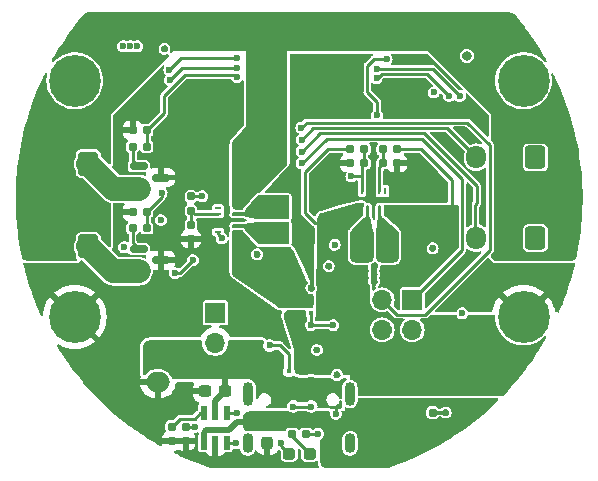
<source format=gbr>
%TF.GenerationSoftware,KiCad,Pcbnew,7.0.6*%
%TF.CreationDate,2023-07-14T02:37:10+02:00*%
%TF.ProjectId,rrr,7272722e-6b69-4636-9164-5f7063625858,rev?*%
%TF.SameCoordinates,Original*%
%TF.FileFunction,Copper,L4,Bot*%
%TF.FilePolarity,Positive*%
%FSLAX46Y46*%
G04 Gerber Fmt 4.6, Leading zero omitted, Abs format (unit mm)*
G04 Created by KiCad (PCBNEW 7.0.6) date 2023-07-14 02:37:10*
%MOMM*%
%LPD*%
G01*
G04 APERTURE LIST*
G04 Aperture macros list*
%AMRoundRect*
0 Rectangle with rounded corners*
0 $1 Rounding radius*
0 $2 $3 $4 $5 $6 $7 $8 $9 X,Y pos of 4 corners*
0 Add a 4 corners polygon primitive as box body*
4,1,4,$2,$3,$4,$5,$6,$7,$8,$9,$2,$3,0*
0 Add four circle primitives for the rounded corners*
1,1,$1+$1,$2,$3*
1,1,$1+$1,$4,$5*
1,1,$1+$1,$6,$7*
1,1,$1+$1,$8,$9*
0 Add four rect primitives between the rounded corners*
20,1,$1+$1,$2,$3,$4,$5,0*
20,1,$1+$1,$4,$5,$6,$7,0*
20,1,$1+$1,$6,$7,$8,$9,0*
20,1,$1+$1,$8,$9,$2,$3,0*%
G04 Aperture macros list end*
%TA.AperFunction,ComponentPad*%
%ADD10C,0.700000*%
%TD*%
%TA.AperFunction,ComponentPad*%
%ADD11C,4.400000*%
%TD*%
%TA.AperFunction,ComponentPad*%
%ADD12RoundRect,0.250000X0.600000X0.750000X-0.600000X0.750000X-0.600000X-0.750000X0.600000X-0.750000X0*%
%TD*%
%TA.AperFunction,ComponentPad*%
%ADD13O,1.700000X2.000000*%
%TD*%
%TA.AperFunction,ComponentPad*%
%ADD14RoundRect,0.250000X0.600000X0.725000X-0.600000X0.725000X-0.600000X-0.725000X0.600000X-0.725000X0*%
%TD*%
%TA.AperFunction,ComponentPad*%
%ADD15O,1.700000X1.950000*%
%TD*%
%TA.AperFunction,ComponentPad*%
%ADD16O,0.900000X2.000000*%
%TD*%
%TA.AperFunction,ComponentPad*%
%ADD17O,0.900000X1.700000*%
%TD*%
%TA.AperFunction,ComponentPad*%
%ADD18R,1.700000X1.700000*%
%TD*%
%TA.AperFunction,ComponentPad*%
%ADD19O,1.700000X1.700000*%
%TD*%
%TA.AperFunction,ComponentPad*%
%ADD20RoundRect,0.250000X-0.750000X0.600000X-0.750000X-0.600000X0.750000X-0.600000X0.750000X0.600000X0*%
%TD*%
%TA.AperFunction,ComponentPad*%
%ADD21O,2.000000X1.700000*%
%TD*%
%TA.AperFunction,SMDPad,CuDef*%
%ADD22RoundRect,0.237500X-0.237500X0.300000X-0.237500X-0.300000X0.237500X-0.300000X0.237500X0.300000X0*%
%TD*%
%TA.AperFunction,SMDPad,CuDef*%
%ADD23R,0.425000X0.400000*%
%TD*%
%TA.AperFunction,SMDPad,CuDef*%
%ADD24R,1.150000X0.950000*%
%TD*%
%TA.AperFunction,SMDPad,CuDef*%
%ADD25R,0.800000X0.480000*%
%TD*%
%TA.AperFunction,SMDPad,CuDef*%
%ADD26RoundRect,0.250000X0.475000X-0.337500X0.475000X0.337500X-0.475000X0.337500X-0.475000X-0.337500X0*%
%TD*%
%TA.AperFunction,SMDPad,CuDef*%
%ADD27RoundRect,0.150000X-0.587500X-0.150000X0.587500X-0.150000X0.587500X0.150000X-0.587500X0.150000X0*%
%TD*%
%TA.AperFunction,SMDPad,CuDef*%
%ADD28RoundRect,0.160000X0.197500X0.160000X-0.197500X0.160000X-0.197500X-0.160000X0.197500X-0.160000X0*%
%TD*%
%TA.AperFunction,SMDPad,CuDef*%
%ADD29RoundRect,0.160000X-0.197500X-0.160000X0.197500X-0.160000X0.197500X0.160000X-0.197500X0.160000X0*%
%TD*%
%TA.AperFunction,SMDPad,CuDef*%
%ADD30RoundRect,0.160000X-0.160000X0.197500X-0.160000X-0.197500X0.160000X-0.197500X0.160000X0.197500X0*%
%TD*%
%TA.AperFunction,SMDPad,CuDef*%
%ADD31RoundRect,0.237500X0.300000X0.237500X-0.300000X0.237500X-0.300000X-0.237500X0.300000X-0.237500X0*%
%TD*%
%TA.AperFunction,SMDPad,CuDef*%
%ADD32RoundRect,0.237500X-0.287500X-0.237500X0.287500X-0.237500X0.287500X0.237500X-0.287500X0.237500X0*%
%TD*%
%TA.AperFunction,SMDPad,CuDef*%
%ADD33RoundRect,0.160000X0.160000X-0.197500X0.160000X0.197500X-0.160000X0.197500X-0.160000X-0.197500X0*%
%TD*%
%TA.AperFunction,SMDPad,CuDef*%
%ADD34RoundRect,0.250000X-0.650000X1.500000X-0.650000X-1.500000X0.650000X-1.500000X0.650000X1.500000X0*%
%TD*%
%TA.AperFunction,SMDPad,CuDef*%
%ADD35R,0.600000X1.200000*%
%TD*%
%TA.AperFunction,SMDPad,CuDef*%
%ADD36RoundRect,0.250000X0.337500X0.475000X-0.337500X0.475000X-0.337500X-0.475000X0.337500X-0.475000X0*%
%TD*%
%TA.AperFunction,SMDPad,CuDef*%
%ADD37R,0.250000X0.600000*%
%TD*%
%TA.AperFunction,SMDPad,CuDef*%
%ADD38R,0.250000X0.900000*%
%TD*%
%TA.AperFunction,SMDPad,CuDef*%
%ADD39R,0.250000X1.300000*%
%TD*%
%TA.AperFunction,SMDPad,CuDef*%
%ADD40R,0.600000X0.250000*%
%TD*%
%TA.AperFunction,SMDPad,CuDef*%
%ADD41R,0.900000X0.250000*%
%TD*%
%TA.AperFunction,SMDPad,CuDef*%
%ADD42R,1.300000X0.250000*%
%TD*%
%TA.AperFunction,SMDPad,CuDef*%
%ADD43RoundRect,0.250001X0.462499X0.849999X-0.462499X0.849999X-0.462499X-0.849999X0.462499X-0.849999X0*%
%TD*%
%TA.AperFunction,SMDPad,CuDef*%
%ADD44RoundRect,0.250001X-0.849999X0.462499X-0.849999X-0.462499X0.849999X-0.462499X0.849999X0.462499X0*%
%TD*%
%TA.AperFunction,ViaPad*%
%ADD45C,0.600000*%
%TD*%
%TA.AperFunction,ViaPad*%
%ADD46C,0.800000*%
%TD*%
%TA.AperFunction,Conductor*%
%ADD47C,0.250000*%
%TD*%
%TA.AperFunction,Conductor*%
%ADD48C,0.500000*%
%TD*%
%TA.AperFunction,Conductor*%
%ADD49C,0.280000*%
%TD*%
%TA.AperFunction,Conductor*%
%ADD50C,2.000000*%
%TD*%
G04 APERTURE END LIST*
D10*
%TO.P,H4,1,1*%
%TO.N,GND*%
X117350000Y-110000000D03*
X117833274Y-108833274D03*
X117833274Y-111166726D03*
X119000000Y-108350000D03*
D11*
X119000000Y-110000000D03*
D10*
X119000000Y-111650000D03*
X120166726Y-108833274D03*
X120166726Y-111166726D03*
X120650000Y-110000000D03*
%TD*%
D12*
%TO.P,J7,1,Pin_1*%
%TO.N,Net-(J7-Pin_1)*%
X82150000Y-104025000D03*
D13*
%TO.P,J7,2,Pin_2*%
%TO.N,+5V*%
X79650000Y-104025000D03*
%TD*%
D10*
%TO.P,H1,1,1*%
%TO.N,GND*%
X79350000Y-90000000D03*
X79833274Y-88833274D03*
X79833274Y-91166726D03*
X81000000Y-88350000D03*
D11*
X81000000Y-90000000D03*
D10*
X81000000Y-91650000D03*
X82166726Y-88833274D03*
X82166726Y-91166726D03*
X82650000Y-90000000D03*
%TD*%
%TO.P,H2,1,1*%
%TO.N,GND*%
X117350000Y-90000000D03*
X117833274Y-88833274D03*
X117833274Y-91166726D03*
X119000000Y-88350000D03*
D11*
X119000000Y-90000000D03*
D10*
X119000000Y-91650000D03*
X120166726Y-88833274D03*
X120166726Y-91166726D03*
X120650000Y-90000000D03*
%TD*%
%TO.P,H3,1,1*%
%TO.N,GND*%
X79350000Y-110000000D03*
X79833274Y-108833274D03*
X79833274Y-111166726D03*
X81000000Y-108350000D03*
D11*
X81000000Y-110000000D03*
D10*
X81000000Y-111650000D03*
X82166726Y-108833274D03*
X82166726Y-111166726D03*
X82650000Y-110000000D03*
%TD*%
D12*
%TO.P,J8,1,Pin_1*%
%TO.N,Net-(J8-Pin_1)*%
X82150000Y-97025000D03*
D13*
%TO.P,J8,2,Pin_2*%
%TO.N,+5V*%
X79650000Y-97025000D03*
%TD*%
D14*
%TO.P,J5,1,Pin_1*%
%TO.N,GND*%
X120000000Y-96500000D03*
D15*
%TO.P,J5,2,Pin_2*%
%TO.N,+5V*%
X117500000Y-96500000D03*
%TO.P,J5,3,Pin_3*%
%TO.N,/PWM1*%
X115000000Y-96500000D03*
%TD*%
D16*
%TO.P,J1,S1,SHIELD*%
%TO.N,/USB_SHIELD*%
X95650000Y-116530000D03*
%TO.P,J1,S2,SHIELD*%
X104300000Y-116530000D03*
D17*
%TO.P,J1,S3,SHIELD*%
X95650000Y-120700000D03*
%TO.P,J1,S4,SHIELD*%
X104300000Y-120700000D03*
%TD*%
D18*
%TO.P,J3,1,Pin_1*%
%TO.N,/EN_3.3V*%
X92900000Y-109660000D03*
D19*
%TO.P,J3,2,Pin_2*%
%TO.N,GND*%
X92900000Y-112200000D03*
%TD*%
D20*
%TO.P,J2,1,Pin_1*%
%TO.N,/BAT+*%
X88025000Y-113050000D03*
D21*
%TO.P,J2,2,Pin_2*%
%TO.N,GND*%
X88025000Y-115550000D03*
%TD*%
D14*
%TO.P,J6,1,Pin_1*%
%TO.N,GND*%
X120000000Y-103325000D03*
D15*
%TO.P,J6,2,Pin_2*%
%TO.N,+5V*%
X117500000Y-103325000D03*
%TO.P,J6,3,Pin_3*%
%TO.N,/PWM2*%
X115000000Y-103325000D03*
%TD*%
D18*
%TO.P,J4,1,Pin_1*%
%TO.N,/BOOT{slash}LED*%
X109575000Y-108560000D03*
D19*
%TO.P,J4,2,Pin_2*%
%TO.N,GND*%
X109575000Y-111100000D03*
%TO.P,J4,3,Pin_3*%
%TO.N,/ENABLE*%
X107035000Y-108560000D03*
%TO.P,J4,4,Pin_4*%
%TO.N,GND*%
X107035000Y-111100000D03*
%TD*%
D22*
%TO.P,C8,1*%
%TO.N,/USB_5V*%
X97300000Y-118937500D03*
%TO.P,C8,2*%
%TO.N,GND*%
X97300000Y-120662500D03*
%TD*%
D23*
%TO.P,Q1,1,D_1*%
%TO.N,/BAT+*%
X99124000Y-115900000D03*
%TO.P,Q1,2,D_2*%
X99124000Y-115250000D03*
%TO.P,Q1,3,G*%
%TO.N,/USB_5V*%
X99124000Y-114600000D03*
%TO.P,Q1,4,S_1*%
%TO.N,/VIN*%
X101000000Y-114600000D03*
%TO.P,Q1,5,D_3*%
%TO.N,/BAT+*%
X101000000Y-115250000D03*
%TO.P,Q1,6,D_4*%
X101000000Y-115900000D03*
D24*
%TO.P,Q1,7,D_5*%
X100062000Y-115575000D03*
D25*
%TO.P,Q1,8,S_2*%
%TO.N,/VIN*%
X100062000Y-114550000D03*
%TD*%
D26*
%TO.P,C6,1*%
%TO.N,+3.3V*%
X110100000Y-101575000D03*
%TO.P,C6,2*%
%TO.N,GND*%
X110100000Y-99500000D03*
%TD*%
D27*
%TO.P,Q3,1,D*%
%TO.N,Net-(J7-Pin_1)*%
X86412500Y-106150000D03*
%TO.P,Q3,2,G*%
%TO.N,Net-(Q3-G)*%
X86412500Y-104250000D03*
%TO.P,Q3,3,S*%
%TO.N,GND*%
X88287500Y-105200000D03*
%TD*%
D28*
%TO.P,R14,1*%
%TO.N,/PYRO1_FIRE*%
X87097500Y-102500000D03*
%TO.P,R14,2*%
%TO.N,Net-(Q3-G)*%
X85902500Y-102500000D03*
%TD*%
D29*
%TO.P,R24,1*%
%TO.N,GND*%
X85902500Y-94200000D03*
%TO.P,R24,2*%
%TO.N,/PYRO2_FIRE*%
X87097500Y-94200000D03*
%TD*%
D30*
%TO.P,R8,1*%
%TO.N,/FB_5V*%
X90837500Y-102202500D03*
%TO.P,R8,2*%
%TO.N,GND*%
X90837500Y-103397500D03*
%TD*%
D31*
%TO.P,C7,1*%
%TO.N,/BAT+*%
X93762500Y-116300000D03*
%TO.P,C7,2*%
%TO.N,GND*%
X92037500Y-116300000D03*
%TD*%
D30*
%TO.P,R4,1*%
%TO.N,+5V*%
X90837500Y-99802500D03*
%TO.P,R4,2*%
%TO.N,/FB_5V*%
X90837500Y-100997500D03*
%TD*%
D32*
%TO.P,D2,1,K*%
%TO.N,Net-(D2-K)*%
X99150000Y-121600000D03*
%TO.P,D2,2,A*%
%TO.N,Net-(D2-A)*%
X100900000Y-121600000D03*
%TD*%
D29*
%TO.P,R6,1*%
%TO.N,/FB_3.3V*%
X107102500Y-97000000D03*
%TO.P,R6,2*%
%TO.N,GND*%
X108297500Y-97000000D03*
%TD*%
D33*
%TO.P,R5,1*%
%TO.N,GND*%
X89200000Y-120497500D03*
%TO.P,R5,2*%
%TO.N,Net-(IC3-TS)*%
X89200000Y-119302500D03*
%TD*%
D27*
%TO.P,Q4,1,D*%
%TO.N,Net-(J8-Pin_1)*%
X86412500Y-99150000D03*
%TO.P,Q4,2,G*%
%TO.N,Net-(Q4-G)*%
X86412500Y-97250000D03*
%TO.P,Q4,3,S*%
%TO.N,GND*%
X88287500Y-98200000D03*
%TD*%
D30*
%TO.P,R10,1*%
%TO.N,Net-(IC3-ISET)*%
X90400000Y-119302500D03*
%TO.P,R10,2*%
%TO.N,GND*%
X90400000Y-120497500D03*
%TD*%
D29*
%TO.P,R21,1*%
%TO.N,GND*%
X85902500Y-101100000D03*
%TO.P,R21,2*%
%TO.N,/PYRO1_FIRE*%
X87097500Y-101100000D03*
%TD*%
D26*
%TO.P,C5,1*%
%TO.N,/VIN*%
X102500000Y-102037500D03*
%TO.P,C5,2*%
%TO.N,GND*%
X102500000Y-99962500D03*
%TD*%
D23*
%TO.P,Q2,1,D_1*%
%TO.N,/VIN_5V_REG*%
X101000000Y-108400000D03*
%TO.P,Q2,2,D_2*%
X101000000Y-109050000D03*
%TO.P,Q2,3,G*%
%TO.N,/USB_5V*%
X101000000Y-109700000D03*
%TO.P,Q2,4,S_1*%
%TO.N,/VIN*%
X99124000Y-109700000D03*
%TO.P,Q2,5,D_3*%
%TO.N,/VIN_5V_REG*%
X99124000Y-109050000D03*
%TO.P,Q2,6,D_4*%
X99124000Y-108400000D03*
D24*
%TO.P,Q2,7,D_5*%
X100062000Y-108725000D03*
D25*
%TO.P,Q2,8,S_2*%
%TO.N,/VIN*%
X100062000Y-109750000D03*
%TD*%
D29*
%TO.P,R3,1*%
%TO.N,/VIN*%
X104305000Y-95800000D03*
%TO.P,R3,2*%
%TO.N,/EN_3.3V*%
X105500000Y-95800000D03*
%TD*%
D28*
%TO.P,R9,1*%
%TO.N,/BAT+*%
X100597500Y-119900000D03*
%TO.P,R9,2*%
%TO.N,Net-(D2-A)*%
X99402500Y-119900000D03*
%TD*%
D34*
%TO.P,D1,1,K*%
%TO.N,/VIN*%
X108400000Y-114400000D03*
%TO.P,D1,2,A*%
%TO.N,/USB_5V*%
X108400000Y-119400000D03*
%TD*%
D28*
%TO.P,R25,1*%
%TO.N,/PYRO2_FIRE*%
X87097500Y-95600000D03*
%TO.P,R25,2*%
%TO.N,Net-(Q4-G)*%
X85902500Y-95600000D03*
%TD*%
D35*
%TO.P,IC3,1,TS*%
%TO.N,Net-(IC3-TS)*%
X91950000Y-118150000D03*
%TO.P,IC3,2,OUT*%
%TO.N,/BAT+*%
X92900000Y-118150000D03*
%TO.P,IC3,3,~{CHG}*%
%TO.N,Net-(D2-K)*%
X93850000Y-118150000D03*
%TO.P,IC3,4,ISET*%
%TO.N,Net-(IC3-ISET)*%
X93850000Y-120650000D03*
%TO.P,IC3,5,GND*%
%TO.N,GND*%
X92900000Y-120650000D03*
%TO.P,IC3,6,VIN*%
%TO.N,/USB_5V*%
X91950000Y-120650000D03*
%TD*%
D36*
%TO.P,C3,1*%
%TO.N,+5V*%
X95375000Y-98000000D03*
%TO.P,C3,2*%
%TO.N,GND*%
X93300000Y-98000000D03*
%TD*%
%TO.P,C2,1*%
%TO.N,/VIN_5V_REG*%
X95237500Y-105500000D03*
%TO.P,C2,2*%
%TO.N,GND*%
X93162500Y-105500000D03*
%TD*%
D37*
%TO.P,IC5,1,EN*%
%TO.N,/EN_3.3V*%
X105300000Y-99350000D03*
%TO.P,IC5,2,MODE*%
%TO.N,GND*%
X105800000Y-99350000D03*
%TO.P,IC5,3,AGND*%
X106300000Y-99350000D03*
%TO.P,IC5,4,FB*%
%TO.N,/FB_3.3V*%
X106800000Y-99350000D03*
%TO.P,IC5,5,PG*%
%TO.N,unconnected-(IC5-PG-Pad5)*%
X107300000Y-99350000D03*
D38*
%TO.P,IC5,6,VOUT*%
%TO.N,+3.3V*%
X107300000Y-101000000D03*
%TO.P,IC5,7,L2*%
%TO.N,/REG_3.3_L2*%
X106800000Y-101000000D03*
D39*
%TO.P,IC5,8,GND*%
%TO.N,GND*%
X106300000Y-100800000D03*
D38*
%TO.P,IC5,9,L1*%
%TO.N,/REG_3.3_L1*%
X105800000Y-101000000D03*
%TO.P,IC5,10,VIN*%
%TO.N,/VIN*%
X105300000Y-101000000D03*
%TD*%
D40*
%TO.P,IC6,1,EN*%
%TO.N,+3.3V*%
X93137500Y-102800000D03*
%TO.P,IC6,2,MODE*%
%TO.N,GND*%
X93137500Y-102300000D03*
%TO.P,IC6,3,AGND*%
X93137500Y-101800000D03*
%TO.P,IC6,4,FB*%
%TO.N,/FB_5V*%
X93137500Y-101300000D03*
%TO.P,IC6,5,PG*%
%TO.N,unconnected-(IC6-PG-Pad5)*%
X93137500Y-100800000D03*
D41*
%TO.P,IC6,6,VOUT*%
%TO.N,+5V*%
X94787500Y-100800000D03*
%TO.P,IC6,7,L2*%
%TO.N,/REG_5_L2*%
X94787500Y-101300000D03*
D42*
%TO.P,IC6,8,GND*%
%TO.N,GND*%
X94587500Y-101800000D03*
D41*
%TO.P,IC6,9,L1*%
%TO.N,/REG_5_L1*%
X94787500Y-102300000D03*
%TO.P,IC6,10,VIN*%
%TO.N,/VIN_5V_REG*%
X94787500Y-102800000D03*
%TD*%
D43*
%TO.P,L1,1*%
%TO.N,/REG_3.3_L2*%
X107562500Y-104100000D03*
%TO.P,L1,2*%
%TO.N,/REG_3.3_L1*%
X105237500Y-104100000D03*
%TD*%
D30*
%TO.P,R1,1*%
%TO.N,GND*%
X111300000Y-118102500D03*
%TO.P,R1,2*%
%TO.N,/USB_5V*%
X111300000Y-119297500D03*
%TD*%
D28*
%TO.P,R2,1*%
%TO.N,+3.3V*%
X108297500Y-95800000D03*
%TO.P,R2,2*%
%TO.N,/FB_3.3V*%
X107102500Y-95800000D03*
%TD*%
D44*
%TO.P,L2,1*%
%TO.N,/REG_5_L2*%
X97837500Y-100637500D03*
%TO.P,L2,2*%
%TO.N,/REG_5_L1*%
X97837500Y-102962500D03*
%TD*%
D28*
%TO.P,R7,1*%
%TO.N,/EN_3.3V*%
X105500000Y-97000000D03*
%TO.P,R7,2*%
%TO.N,GND*%
X104305000Y-97000000D03*
%TD*%
D36*
%TO.P,C4,1*%
%TO.N,+5V*%
X95375000Y-95800000D03*
%TO.P,C4,2*%
%TO.N,GND*%
X93300000Y-95800000D03*
%TD*%
D45*
%TO.N,/ENABLE*%
X100187701Y-93987701D03*
%TO.N,/PWM1*%
X100212299Y-94987701D03*
%TO.N,/PWM2*%
X100200000Y-96000000D03*
%TO.N,/PYRO1_FIRE*%
X88350000Y-99500000D03*
%TO.N,/BOOT{slash}LED*%
X100200000Y-97000000D03*
%TO.N,/PYRO2_FIRE*%
X94700000Y-89699006D03*
%TO.N,/FLASH_CS*%
X107400000Y-88200000D03*
X106600000Y-92925500D03*
%TO.N,+3.3V*%
X112900000Y-102500000D03*
X112900000Y-101800000D03*
X111300000Y-101200000D03*
X93450000Y-103350000D03*
X111400000Y-91000000D03*
X85175500Y-104100000D03*
X85100000Y-87100000D03*
X112900000Y-103200000D03*
X88300000Y-101800000D03*
X85700000Y-87100000D03*
X113800000Y-109700000D03*
X112900000Y-101100000D03*
X86300000Y-87100000D03*
X103000000Y-103900000D03*
%TO.N,GND*%
X94500000Y-91400000D03*
X84350000Y-116750000D03*
X101500000Y-112800000D03*
X100400000Y-92050000D03*
X111200000Y-99400000D03*
X106350000Y-107000000D03*
X89400000Y-101800000D03*
X102600000Y-92050000D03*
X102600000Y-89850000D03*
X106050000Y-97950000D03*
X89650000Y-117150000D03*
X90550000Y-110500000D03*
X84850000Y-96600000D03*
X114300000Y-105000000D03*
X101900000Y-98700000D03*
X92850000Y-104500000D03*
X102500000Y-105700000D03*
X95150000Y-111000000D03*
X86800000Y-93300000D03*
X84900000Y-101100000D03*
X103400000Y-88350000D03*
X92000000Y-106250000D03*
X92300000Y-98700000D03*
X94500000Y-93500000D03*
X106350000Y-106400000D03*
X115550000Y-100750000D03*
X88250000Y-94400000D03*
X82150000Y-106750000D03*
X101500000Y-89850000D03*
X113800000Y-94200000D03*
X103200000Y-114900000D03*
X94250000Y-122350000D03*
X110600000Y-88000000D03*
X95650000Y-108350000D03*
X101500000Y-92050000D03*
X92150000Y-100600000D03*
X90900000Y-98700000D03*
X102600000Y-99400000D03*
X111300000Y-104200000D03*
X92900000Y-122200000D03*
X111900000Y-99400000D03*
X102600000Y-90950000D03*
X91850000Y-105550000D03*
D46*
X114200000Y-87900000D03*
D45*
X101900000Y-99400000D03*
X114450000Y-99450000D03*
X84850000Y-102900000D03*
X122400000Y-106300000D03*
X111600000Y-107700000D03*
X100400000Y-89850000D03*
X112650000Y-92700000D03*
X100400000Y-90950000D03*
X94500000Y-92100000D03*
X112400000Y-118100000D03*
X114450000Y-94800000D03*
X114350000Y-108200000D03*
X108850000Y-98300000D03*
X87850000Y-110600000D03*
X104600000Y-91700000D03*
X106050000Y-98550000D03*
X114450000Y-92250000D03*
X87450000Y-119350000D03*
X115950000Y-106350000D03*
X107550000Y-90600000D03*
X107550000Y-98150000D03*
X101038430Y-107561570D03*
X84750000Y-109550000D03*
X84600000Y-112550000D03*
X91700000Y-101950000D03*
X78050000Y-106500000D03*
X110350000Y-91250000D03*
X88050000Y-96700000D03*
X106350000Y-105800000D03*
X91600000Y-98700000D03*
X91700000Y-102600000D03*
X82200000Y-114000000D03*
X100000000Y-88350000D03*
X94500000Y-92800000D03*
X99700000Y-99100000D03*
X108300000Y-98650000D03*
X113250000Y-95850000D03*
X115450000Y-98200000D03*
X88600000Y-87300000D03*
X111900000Y-98700000D03*
X98100000Y-122400000D03*
X91450000Y-121900000D03*
X111950000Y-94700000D03*
X99950000Y-103300000D03*
X96435500Y-104700000D03*
X92850000Y-103900000D03*
X102600000Y-98700000D03*
X111200000Y-98700000D03*
X101500000Y-90950000D03*
X110850000Y-92600000D03*
X115400000Y-93450000D03*
%TO.N,/USB_5V*%
X101000000Y-110700000D03*
X102900000Y-110700000D03*
X98400000Y-118850000D03*
X97500000Y-112400000D03*
X106200000Y-117500000D03*
X101900000Y-118850000D03*
%TO.N,/EN_3.3V*%
X104412299Y-98112299D03*
%TO.N,/BAT+*%
X101600000Y-119900000D03*
X103100000Y-118200000D03*
%TO.N,+5V*%
X91800000Y-99800000D03*
X97000000Y-98300000D03*
X94800000Y-99800000D03*
%TO.N,Net-(D2-K)*%
X94750000Y-118150000D03*
X98500000Y-120700000D03*
%TO.N,/SDA*%
X89475500Y-106300000D03*
X91000000Y-105200000D03*
%TO.N,Net-(IC3-ISET)*%
X94650000Y-120700000D03*
X91200000Y-119300000D03*
%TO.N,/USB_PORT_D+*%
X99500000Y-117600000D03*
X101000000Y-117600000D03*
%TO.N,Net-(J7-Pin_1)*%
X106550000Y-89799503D03*
X94700000Y-88899503D03*
X89041589Y-89941589D03*
X112700000Y-91300000D03*
%TO.N,Net-(J8-Pin_1)*%
X106550000Y-89000000D03*
X89000000Y-89100000D03*
X113600000Y-91300000D03*
X94700000Y-88100000D03*
%TD*%
D47*
%TO.N,/ENABLE*%
X116175000Y-95475000D02*
X116175000Y-104310000D01*
X108275000Y-109800000D02*
X107035000Y-108560000D01*
X110685000Y-109800000D02*
X108275000Y-109800000D01*
X114250000Y-93550000D02*
X116175000Y-95475000D01*
X100625402Y-93550000D02*
X114250000Y-93550000D01*
X100187701Y-93987701D02*
X100625402Y-93550000D01*
X116175000Y-104310000D02*
X110685000Y-109800000D01*
%TO.N,/PWM1*%
X101200000Y-94000000D02*
X112500000Y-94000000D01*
X100212299Y-94987701D02*
X101200000Y-94000000D01*
X112500000Y-94000000D02*
X115000000Y-96500000D01*
%TO.N,/PWM2*%
X110586396Y-94450000D02*
X115075000Y-98938604D01*
X114925000Y-103250000D02*
X115000000Y-103325000D01*
X115075000Y-100341116D02*
X114925000Y-100491116D01*
X100200000Y-96000000D02*
X101750000Y-94450000D01*
X115075000Y-98938604D02*
X115075000Y-100341116D01*
X114925000Y-100491116D02*
X114925000Y-103250000D01*
X101750000Y-94450000D02*
X110586396Y-94450000D01*
%TO.N,/PYRO1_FIRE*%
X88350000Y-99847500D02*
X87097500Y-101100000D01*
X87097500Y-101100000D02*
X87097500Y-102500000D01*
X88350000Y-99500000D02*
X88350000Y-99847500D01*
%TO.N,/BOOT{slash}LED*%
X100225305Y-97000000D02*
X102325305Y-94900000D01*
X110400000Y-94900000D02*
X113825000Y-98325000D01*
X113825000Y-104310000D02*
X109575000Y-108560000D01*
X102325305Y-94900000D02*
X110400000Y-94900000D01*
X100200000Y-97000000D02*
X100225305Y-97000000D01*
X113825000Y-98325000D02*
X113825000Y-104310000D01*
%TO.N,/PYRO2_FIRE*%
X94700000Y-89699006D02*
X94500994Y-89500000D01*
X90367062Y-89500000D02*
X88567062Y-91300000D01*
X88567062Y-92730438D02*
X87097500Y-94200000D01*
X94500994Y-89500000D02*
X90367062Y-89500000D01*
X87097500Y-94200000D02*
X87097500Y-95600000D01*
X88567062Y-91300000D02*
X88567062Y-92730438D01*
%TO.N,/FLASH_CS*%
X105775000Y-88749695D02*
X106324695Y-88200000D01*
X105775000Y-90975000D02*
X105775000Y-88749695D01*
X106600000Y-92925500D02*
X106600000Y-91800000D01*
X106600000Y-91800000D02*
X105775000Y-90975000D01*
X106324695Y-88200000D02*
X107400000Y-88200000D01*
%TO.N,+3.3V*%
X110300000Y-95800000D02*
X108297500Y-95800000D01*
X112900000Y-98400000D02*
X110300000Y-95800000D01*
X93137500Y-102962811D02*
X93481691Y-103307002D01*
X93137500Y-102800000D02*
X93137500Y-102962811D01*
X112900000Y-101100000D02*
X112900000Y-98400000D01*
%TO.N,GND*%
X112397500Y-118102500D02*
X112400000Y-118100000D01*
X101038430Y-107561570D02*
X101038430Y-106438430D01*
X111300000Y-118102500D02*
X112397500Y-118102500D01*
%TO.N,/VIN*%
X100500000Y-101200000D02*
X101100000Y-101800000D01*
X101337500Y-102037500D02*
X101100000Y-101800000D01*
X102500000Y-102037500D02*
X101337500Y-102037500D01*
X102425305Y-95800000D02*
X100500000Y-97725305D01*
X104305000Y-95800000D02*
X102425305Y-95800000D01*
X100500000Y-97725305D02*
X100500000Y-101200000D01*
X101100000Y-101800000D02*
X100950000Y-101650000D01*
%TO.N,/USB_5V*%
X101000000Y-109700000D02*
X101000000Y-110700000D01*
X98400000Y-112400000D02*
X97500000Y-112400000D01*
X101000000Y-110700000D02*
X102900000Y-110700000D01*
D48*
X92150000Y-119600000D02*
X91950000Y-119800000D01*
X94712500Y-118937500D02*
X94050000Y-119600000D01*
X91950000Y-119800000D02*
X91950000Y-120650000D01*
D47*
X99124000Y-114600000D02*
X99124000Y-113124000D01*
D48*
X97300000Y-118937500D02*
X94712500Y-118937500D01*
X94050000Y-119600000D02*
X92150000Y-119600000D01*
D47*
X99124000Y-113124000D02*
X98400000Y-112400000D01*
%TO.N,/EN_3.3V*%
X105300000Y-97200000D02*
X105300000Y-98100000D01*
X105300000Y-98100000D02*
X105300000Y-99350000D01*
X105500000Y-97000000D02*
X105500000Y-95800000D01*
X105500000Y-97000000D02*
X105300000Y-97200000D01*
X104424598Y-98100000D02*
X104412299Y-98112299D01*
X105300000Y-98100000D02*
X104424598Y-98100000D01*
%TO.N,/FB_3.3V*%
X107102500Y-97000000D02*
X106800000Y-97302500D01*
X107102500Y-95800000D02*
X107102500Y-97000000D01*
X106800000Y-97302500D02*
X106800000Y-99350000D01*
%TO.N,/BAT+*%
X103100000Y-118200000D02*
X103100000Y-117739594D01*
D48*
X92900000Y-117162500D02*
X92900000Y-118150000D01*
X93762500Y-116300000D02*
X92900000Y-117162500D01*
D47*
X103100000Y-117739594D02*
X103319797Y-117519797D01*
D48*
X93762500Y-116300000D02*
X93750000Y-116287500D01*
X93750000Y-116287500D02*
X93750000Y-114500000D01*
D47*
X100597500Y-119900000D02*
X101600000Y-119900000D01*
%TO.N,+5V*%
X91797500Y-99802500D02*
X91800000Y-99800000D01*
X90837500Y-99802500D02*
X91797500Y-99802500D01*
%TO.N,Net-(D2-K)*%
X98500000Y-120950000D02*
X99150000Y-121600000D01*
X93850000Y-118150000D02*
X94750000Y-118150000D01*
X98500000Y-120700000D02*
X98500000Y-120950000D01*
%TO.N,Net-(D2-A)*%
X99402500Y-119900000D02*
X99402500Y-120102500D01*
X99402500Y-120102500D02*
X100900000Y-121600000D01*
%TO.N,/SDA*%
X89475500Y-106300000D02*
X89900000Y-106300000D01*
X89900000Y-106300000D02*
X91000000Y-105200000D01*
%TO.N,/FB_5V*%
X90837500Y-100997500D02*
X91140000Y-101300000D01*
X91140000Y-101300000D02*
X93137500Y-101300000D01*
X90837500Y-100997500D02*
X90837500Y-102202500D01*
%TO.N,Net-(IC3-TS)*%
X89200000Y-119302500D02*
X89882500Y-118620000D01*
X91145000Y-118620000D02*
X91615000Y-118150000D01*
X89882500Y-118620000D02*
X91145000Y-118620000D01*
X91615000Y-118150000D02*
X91950000Y-118150000D01*
%TO.N,Net-(IC3-ISET)*%
X94650000Y-120700000D02*
X93900000Y-120700000D01*
X90400000Y-119302500D02*
X91197500Y-119302500D01*
X91197500Y-119302500D02*
X91200000Y-119300000D01*
X93900000Y-120700000D02*
X93850000Y-120650000D01*
D49*
%TO.N,/USB_PORT_D+*%
X99500000Y-117600000D02*
X101000000Y-117600000D01*
D47*
%TO.N,Net-(Q3-G)*%
X85902500Y-102500000D02*
X85902500Y-103740000D01*
X85902500Y-103740000D02*
X86412500Y-104250000D01*
%TO.N,Net-(Q4-G)*%
X85940000Y-96777500D02*
X86412500Y-97250000D01*
X85940000Y-95750000D02*
X85940000Y-96777500D01*
D50*
%TO.N,Net-(J7-Pin_1)*%
X86412500Y-106150000D02*
X84275000Y-106150000D01*
X84275000Y-106150000D02*
X82150000Y-104025000D01*
D47*
X106650497Y-89799503D02*
X106550000Y-89799503D01*
X107000000Y-89450000D02*
X106650497Y-89799503D01*
X110850000Y-89450000D02*
X107000000Y-89450000D01*
X90083675Y-88899503D02*
X89041589Y-89941589D01*
X94700000Y-88899503D02*
X90083675Y-88899503D01*
X111625000Y-90225000D02*
X110850000Y-89450000D01*
X111625000Y-90225000D02*
X112700000Y-91300000D01*
%TO.N,Net-(J8-Pin_1)*%
X90000000Y-88100000D02*
X89000000Y-89100000D01*
D50*
X84275000Y-99150000D02*
X82150000Y-97025000D01*
X86412500Y-99150000D02*
X84275000Y-99150000D01*
D47*
X106550000Y-89000000D02*
X111300000Y-89000000D01*
X111300000Y-89000000D02*
X113600000Y-91300000D01*
X94700000Y-88100000D02*
X90000000Y-88100000D01*
%TD*%
%TA.AperFunction,Conductor*%
%TO.N,GND*%
G36*
X94202113Y-89844407D02*
G01*
X94233975Y-89883374D01*
X94274621Y-89972376D01*
X94274622Y-89972377D01*
X94274623Y-89972379D01*
X94368871Y-90081148D01*
X94368873Y-90081150D01*
X94441626Y-90127905D01*
X94489947Y-90158959D01*
X94596403Y-90190217D01*
X94628035Y-90199505D01*
X94628036Y-90199505D01*
X94628039Y-90199506D01*
X94628041Y-90199506D01*
X94771959Y-90199506D01*
X94771961Y-90199506D01*
X94910053Y-90158959D01*
X95031128Y-90081149D01*
X95120681Y-89977798D01*
X95173076Y-89946202D01*
X95234037Y-89951437D01*
X95280278Y-89991505D01*
X95294500Y-90042629D01*
X95294500Y-93780943D01*
X95275593Y-93839134D01*
X95268246Y-93848093D01*
X94738549Y-94421930D01*
X92100000Y-94450000D01*
X92059982Y-99372134D01*
X92010057Y-99340049D01*
X92010054Y-99340047D01*
X92010053Y-99340047D01*
X92010050Y-99340046D01*
X91871964Y-99299500D01*
X91871961Y-99299500D01*
X91728039Y-99299500D01*
X91728035Y-99299500D01*
X91589949Y-99340046D01*
X91589942Y-99340049D01*
X91468872Y-99417856D01*
X91468869Y-99417858D01*
X91463583Y-99423959D01*
X91411185Y-99455552D01*
X91350225Y-99450312D01*
X91303986Y-99410241D01*
X91299831Y-99402611D01*
X91294949Y-99392625D01*
X91209875Y-99307551D01*
X91209873Y-99307550D01*
X91209872Y-99307549D01*
X91115149Y-99261242D01*
X91101786Y-99254709D01*
X91031715Y-99244500D01*
X91031711Y-99244500D01*
X90643290Y-99244500D01*
X90643287Y-99244500D01*
X90643286Y-99244501D01*
X90619928Y-99247903D01*
X90573212Y-99254709D01*
X90465126Y-99307550D01*
X90380049Y-99392627D01*
X90341100Y-99472300D01*
X90327209Y-99500714D01*
X90317061Y-99570372D01*
X90317000Y-99570788D01*
X90317000Y-100034209D01*
X90317001Y-100034212D01*
X90327209Y-100104287D01*
X90377076Y-100206290D01*
X90380051Y-100212375D01*
X90465125Y-100297449D01*
X90465126Y-100297449D01*
X90465128Y-100297451D01*
X90492962Y-100311058D01*
X90536937Y-100353600D01*
X90547507Y-100413866D01*
X90520635Y-100468835D01*
X90492966Y-100488938D01*
X90465131Y-100502546D01*
X90465128Y-100502548D01*
X90380049Y-100587627D01*
X90327209Y-100695714D01*
X90317000Y-100765788D01*
X90317000Y-101229209D01*
X90317000Y-101229211D01*
X90317001Y-101229214D01*
X90320175Y-101251000D01*
X90327209Y-101299287D01*
X90358985Y-101364285D01*
X90380051Y-101407375D01*
X90465125Y-101492449D01*
X90465128Y-101492450D01*
X90470529Y-101496307D01*
X90506899Y-101545509D01*
X90512000Y-101576877D01*
X90512000Y-101623122D01*
X90493093Y-101681313D01*
X90470533Y-101703688D01*
X90465132Y-101707544D01*
X90380049Y-101792627D01*
X90337281Y-101880111D01*
X90327209Y-101900714D01*
X90317534Y-101967126D01*
X90317000Y-101970788D01*
X90317000Y-102434209D01*
X90317000Y-102434211D01*
X90317001Y-102434214D01*
X90324564Y-102486133D01*
X90327210Y-102504290D01*
X90338849Y-102528099D01*
X90347419Y-102588681D01*
X90318743Y-102642731D01*
X90301127Y-102656299D01*
X90267478Y-102676641D01*
X90154140Y-102789979D01*
X90071228Y-102927132D01*
X90071223Y-102927144D01*
X90023544Y-103080152D01*
X90023542Y-103080158D01*
X90017500Y-103146654D01*
X90017500Y-103147499D01*
X90017501Y-103147500D01*
X91657499Y-103147500D01*
X91657500Y-103147499D01*
X91657500Y-103146666D01*
X91657499Y-103146654D01*
X91651457Y-103080158D01*
X91651455Y-103080152D01*
X91603776Y-102927144D01*
X91603771Y-102927132D01*
X91520859Y-102789979D01*
X91407523Y-102676643D01*
X91373872Y-102656300D01*
X91333856Y-102610014D01*
X91328688Y-102549048D01*
X91336149Y-102528099D01*
X91347791Y-102504286D01*
X91358000Y-102434215D01*
X91357999Y-101970786D01*
X91347791Y-101900714D01*
X91294949Y-101792625D01*
X91290184Y-101785952D01*
X91291859Y-101784755D01*
X91269050Y-101739987D01*
X91278621Y-101679555D01*
X91321886Y-101636290D01*
X91366831Y-101625500D01*
X92041663Y-101625500D01*
X92000000Y-106750000D01*
X94471082Y-106820602D01*
X98050045Y-109325877D01*
X98056639Y-109330127D01*
X98076390Y-109341815D01*
X98083288Y-109345550D01*
X98202758Y-109404449D01*
X98231850Y-109416126D01*
X98231851Y-109416126D01*
X98260574Y-109425180D01*
X98260573Y-109425180D01*
X98291094Y-109432295D01*
X98389891Y-109447498D01*
X98422746Y-109452554D01*
X98430538Y-109453450D01*
X98441977Y-109454325D01*
X98453415Y-109455200D01*
X98461257Y-109455500D01*
X98461259Y-109455500D01*
X98462855Y-109455500D01*
X98521046Y-109474407D01*
X98557010Y-109523907D01*
X98557010Y-109585093D01*
X98552960Y-109595514D01*
X98552538Y-109596441D01*
X98552537Y-109596442D01*
X98552534Y-109596448D01*
X98552533Y-109596452D01*
X98523380Y-109673941D01*
X98509865Y-109709863D01*
X98509864Y-109709864D01*
X98505874Y-109723112D01*
X98496850Y-109762482D01*
X98494676Y-109776129D01*
X98494676Y-109776131D01*
X98485944Y-109872095D01*
X98483693Y-109896827D01*
X98483369Y-109910639D01*
X98483369Y-109910642D01*
X98485138Y-109950990D01*
X98486671Y-109964734D01*
X98496174Y-110017450D01*
X98509341Y-110090492D01*
X98510799Y-110097263D01*
X98514100Y-110110428D01*
X98516003Y-110117061D01*
X98834013Y-111100001D01*
X99316583Y-112591582D01*
X99316506Y-112652767D01*
X99280480Y-112702222D01*
X99222265Y-112721056D01*
X99164099Y-112702075D01*
X99152386Y-112692060D01*
X98641741Y-112181414D01*
X98638822Y-112178229D01*
X98612456Y-112146806D01*
X98580075Y-112128111D01*
X98576918Y-112126288D01*
X98573288Y-112123975D01*
X98539684Y-112100446D01*
X98539679Y-112100443D01*
X98538224Y-112100054D01*
X98514348Y-112090164D01*
X98513045Y-112089411D01*
X98472652Y-112082289D01*
X98468436Y-112081354D01*
X98442153Y-112074312D01*
X98428807Y-112070736D01*
X98428806Y-112070736D01*
X98424381Y-112071123D01*
X98387926Y-112074312D01*
X98383626Y-112074500D01*
X97925421Y-112074500D01*
X97867230Y-112055593D01*
X97850601Y-112040330D01*
X97831128Y-112017857D01*
X97831127Y-112017856D01*
X97710057Y-111940049D01*
X97710054Y-111940047D01*
X97710053Y-111940047D01*
X97710050Y-111940046D01*
X97571964Y-111899500D01*
X97571961Y-111899500D01*
X97428039Y-111899500D01*
X97428035Y-111899500D01*
X97314406Y-111932865D01*
X97253246Y-111931117D01*
X97206422Y-111896065D01*
X97186562Y-111868730D01*
X97186560Y-111868727D01*
X97185072Y-111867117D01*
X97145789Y-111824622D01*
X97058808Y-111775912D01*
X97019413Y-111763112D01*
X97000612Y-111757003D01*
X96921668Y-111744500D01*
X96921665Y-111744500D01*
X94240227Y-111744500D01*
X94182036Y-111725593D01*
X94150503Y-111687339D01*
X94073605Y-111522432D01*
X94073601Y-111522424D01*
X93938113Y-111328926D01*
X93771073Y-111161886D01*
X93577577Y-111026399D01*
X93363489Y-110926569D01*
X93283467Y-110905127D01*
X93232153Y-110871803D01*
X93210226Y-110814681D01*
X93226062Y-110755581D01*
X93273612Y-110717076D01*
X93309090Y-110710500D01*
X93769747Y-110710500D01*
X93769748Y-110710500D01*
X93828231Y-110698867D01*
X93894552Y-110654552D01*
X93938867Y-110588231D01*
X93950500Y-110529748D01*
X93950500Y-108790252D01*
X93949977Y-108787625D01*
X93941093Y-108742960D01*
X93938867Y-108731769D01*
X93894552Y-108665448D01*
X93869109Y-108648447D01*
X93828233Y-108621134D01*
X93828231Y-108621133D01*
X93828228Y-108621132D01*
X93828227Y-108621132D01*
X93769758Y-108609501D01*
X93769748Y-108609500D01*
X92030252Y-108609500D01*
X92030251Y-108609500D01*
X92030241Y-108609501D01*
X91971772Y-108621132D01*
X91971766Y-108621134D01*
X91905451Y-108665445D01*
X91905445Y-108665451D01*
X91861134Y-108731766D01*
X91861132Y-108731772D01*
X91849501Y-108790241D01*
X91849500Y-108790253D01*
X91849500Y-110529746D01*
X91849501Y-110529758D01*
X91861132Y-110588227D01*
X91861134Y-110588233D01*
X91887888Y-110628272D01*
X91905448Y-110654552D01*
X91971769Y-110698867D01*
X92016231Y-110707711D01*
X92030241Y-110710498D01*
X92030246Y-110710498D01*
X92030252Y-110710500D01*
X92030253Y-110710500D01*
X92490910Y-110710500D01*
X92549101Y-110729407D01*
X92585065Y-110778907D01*
X92585065Y-110840093D01*
X92549101Y-110889593D01*
X92516533Y-110905127D01*
X92436505Y-110926570D01*
X92222432Y-111026394D01*
X92222424Y-111026398D01*
X92028926Y-111161886D01*
X91861886Y-111328926D01*
X91726398Y-111522424D01*
X91726394Y-111522432D01*
X91649497Y-111687339D01*
X91607769Y-111732087D01*
X91559773Y-111744500D01*
X87299064Y-111744500D01*
X87290705Y-111744774D01*
X87275893Y-111745745D01*
X87267573Y-111746564D01*
X87141874Y-111763112D01*
X87141870Y-111763112D01*
X87141868Y-111763113D01*
X87136916Y-111764098D01*
X87125461Y-111766376D01*
X87125460Y-111766376D01*
X87084350Y-111777392D01*
X87084351Y-111777391D01*
X87076081Y-111780198D01*
X87068508Y-111782769D01*
X87068498Y-111782773D01*
X87068497Y-111782773D01*
X87012113Y-111806128D01*
X86956532Y-111829150D01*
X86941527Y-111836550D01*
X86906178Y-111856960D01*
X86904666Y-111857833D01*
X86890770Y-111867117D01*
X86794602Y-111940910D01*
X86794604Y-111940909D01*
X86782029Y-111951936D01*
X86751936Y-111982029D01*
X86740909Y-111994604D01*
X86740910Y-111994602D01*
X86696916Y-112051936D01*
X86673913Y-112081914D01*
X86667117Y-112090770D01*
X86657833Y-112104666D01*
X86657830Y-112104671D01*
X86636550Y-112141527D01*
X86629150Y-112156532D01*
X86582773Y-112268497D01*
X86582773Y-112268498D01*
X86582769Y-112268508D01*
X86580198Y-112276081D01*
X86577391Y-112284351D01*
X86577392Y-112284350D01*
X86566376Y-112325460D01*
X86566376Y-112325461D01*
X86563112Y-112341874D01*
X86546564Y-112467573D01*
X86545745Y-112475893D01*
X86544774Y-112490705D01*
X86544500Y-112499064D01*
X86544500Y-114800935D01*
X86544774Y-114809294D01*
X86545745Y-114824106D01*
X86546564Y-114832424D01*
X86553377Y-114884184D01*
X86553378Y-114884189D01*
X86553379Y-114884195D01*
X86559413Y-114909526D01*
X86565546Y-114935276D01*
X86578917Y-114973469D01*
X86591593Y-115003415D01*
X86592848Y-115005554D01*
X86593224Y-115007267D01*
X86594106Y-115009350D01*
X86593718Y-115009514D01*
X86605977Y-115065314D01*
X86602146Y-115082188D01*
X86602688Y-115082334D01*
X86544364Y-115300000D01*
X87591314Y-115300000D01*
X87565507Y-115340156D01*
X87525000Y-115478111D01*
X87525000Y-115621889D01*
X87565507Y-115759844D01*
X87591314Y-115800000D01*
X86544364Y-115800000D01*
X86601570Y-116013494D01*
X86701394Y-116227567D01*
X86701398Y-116227575D01*
X86836886Y-116421073D01*
X87003926Y-116588113D01*
X87197424Y-116723601D01*
X87197432Y-116723605D01*
X87411505Y-116823429D01*
X87411504Y-116823429D01*
X87639686Y-116884570D01*
X87774999Y-116896408D01*
X87775000Y-116896408D01*
X87775000Y-115985501D01*
X87882685Y-116034680D01*
X87989237Y-116050000D01*
X88060763Y-116050000D01*
X88167315Y-116034680D01*
X88275000Y-115985501D01*
X88275000Y-116896408D01*
X88410313Y-116884570D01*
X88638494Y-116823429D01*
X88852567Y-116723605D01*
X88852575Y-116723601D01*
X89046073Y-116588113D01*
X89213113Y-116421073D01*
X89348600Y-116227577D01*
X89448430Y-116013489D01*
X89509570Y-115785313D01*
X89521770Y-115645872D01*
X89545677Y-115589550D01*
X89598123Y-115558037D01*
X89620393Y-115555500D01*
X91006331Y-115555500D01*
X91064522Y-115574407D01*
X91100486Y-115623907D01*
X91100486Y-115685093D01*
X91090591Y-115706473D01*
X91064548Y-115748693D01*
X91010318Y-115912351D01*
X91000000Y-116013344D01*
X91000000Y-116049999D01*
X91000001Y-116050000D01*
X92188500Y-116050000D01*
X92246691Y-116068907D01*
X92282655Y-116118407D01*
X92287500Y-116149000D01*
X92287500Y-116451000D01*
X92268593Y-116509191D01*
X92219093Y-116545155D01*
X92188500Y-116550000D01*
X91000002Y-116550000D01*
X91000001Y-116550001D01*
X91000001Y-116586654D01*
X91010317Y-116687642D01*
X91010320Y-116687654D01*
X91064548Y-116851306D01*
X91155053Y-116998035D01*
X91276964Y-117119946D01*
X91423694Y-117210451D01*
X91481107Y-117229476D01*
X91530397Y-117265727D01*
X91548966Y-117324026D01*
X91529721Y-117382106D01*
X91508572Y-117402324D01*
X91505445Y-117405451D01*
X91461134Y-117471766D01*
X91461132Y-117471772D01*
X91449501Y-117530241D01*
X91449500Y-117530253D01*
X91449500Y-117812538D01*
X91430593Y-117870729D01*
X91408591Y-117890541D01*
X91409178Y-117891240D01*
X91402546Y-117896804D01*
X91376180Y-117928225D01*
X91373262Y-117931409D01*
X91039171Y-118265503D01*
X90984654Y-118293281D01*
X90969167Y-118294500D01*
X89898874Y-118294500D01*
X89894573Y-118294312D01*
X89853693Y-118290736D01*
X89853687Y-118290736D01*
X89814064Y-118301353D01*
X89809849Y-118302287D01*
X89769460Y-118309410D01*
X89769448Y-118309414D01*
X89768140Y-118310170D01*
X89744286Y-118320051D01*
X89742824Y-118320442D01*
X89742816Y-118320446D01*
X89709216Y-118343972D01*
X89705580Y-118346288D01*
X89697400Y-118351012D01*
X89670045Y-118366805D01*
X89643681Y-118398224D01*
X89640763Y-118401408D01*
X89326668Y-118715504D01*
X89272151Y-118743281D01*
X89256664Y-118744500D01*
X89005790Y-118744500D01*
X89005787Y-118744500D01*
X89005786Y-118744501D01*
X88982428Y-118747903D01*
X88935712Y-118754709D01*
X88827626Y-118807550D01*
X88742549Y-118892627D01*
X88701516Y-118976563D01*
X88689709Y-119000714D01*
X88685466Y-119029841D01*
X88679500Y-119070788D01*
X88679500Y-119534209D01*
X88679500Y-119534211D01*
X88679501Y-119534214D01*
X88686186Y-119580104D01*
X88689710Y-119604290D01*
X88701349Y-119628099D01*
X88709919Y-119688681D01*
X88681243Y-119742731D01*
X88663627Y-119756299D01*
X88629978Y-119776641D01*
X88516640Y-119889979D01*
X88433728Y-120027132D01*
X88433723Y-120027144D01*
X88386044Y-120180152D01*
X88386042Y-120180158D01*
X88380000Y-120246654D01*
X88380000Y-120247499D01*
X88380001Y-120247500D01*
X91219999Y-120247500D01*
X91220000Y-120247499D01*
X91220000Y-120246666D01*
X91219999Y-120246654D01*
X91213957Y-120180158D01*
X91213955Y-120180152D01*
X91166276Y-120027144D01*
X91166271Y-120027132D01*
X91120076Y-119950716D01*
X91106152Y-119891136D01*
X91129908Y-119834751D01*
X91182269Y-119803097D01*
X91204798Y-119800500D01*
X91271959Y-119800500D01*
X91271961Y-119800500D01*
X91371479Y-119771279D01*
X91432636Y-119773026D01*
X91481089Y-119810389D01*
X91493696Y-119844284D01*
X91495355Y-119843840D01*
X91496126Y-119846717D01*
X91496961Y-119853062D01*
X91497743Y-119855164D01*
X91498104Y-119858362D01*
X91497665Y-119858411D01*
X91499500Y-119872344D01*
X91499500Y-119884317D01*
X91482815Y-119939318D01*
X91461136Y-119971762D01*
X91461132Y-119971772D01*
X91449501Y-120030241D01*
X91449500Y-120030253D01*
X91449500Y-121269746D01*
X91449501Y-121269758D01*
X91461132Y-121328227D01*
X91461134Y-121328233D01*
X91505445Y-121394548D01*
X91505448Y-121394552D01*
X91571769Y-121438867D01*
X91616231Y-121447711D01*
X91630241Y-121450498D01*
X91630246Y-121450498D01*
X91630252Y-121450500D01*
X91630253Y-121450500D01*
X92075957Y-121450500D01*
X92134148Y-121469407D01*
X92155210Y-121490171D01*
X92242807Y-121607184D01*
X92242815Y-121607192D01*
X92357909Y-121693352D01*
X92357911Y-121693353D01*
X92492618Y-121743596D01*
X92492629Y-121743598D01*
X92552176Y-121750000D01*
X92649999Y-121750000D01*
X92650000Y-121749999D01*
X92650000Y-120499000D01*
X92668907Y-120440809D01*
X92718407Y-120404845D01*
X92749000Y-120400000D01*
X93051000Y-120400000D01*
X93109191Y-120418907D01*
X93145155Y-120468407D01*
X93150000Y-120499000D01*
X93150000Y-121749999D01*
X93150001Y-121750000D01*
X93247824Y-121750000D01*
X93307370Y-121743598D01*
X93307381Y-121743596D01*
X93442088Y-121693353D01*
X93442090Y-121693352D01*
X93557184Y-121607192D01*
X93557192Y-121607184D01*
X93644790Y-121490171D01*
X93694799Y-121454918D01*
X93724043Y-121450500D01*
X94169747Y-121450500D01*
X94169748Y-121450500D01*
X94228231Y-121438867D01*
X94294552Y-121394552D01*
X94338867Y-121328231D01*
X94350500Y-121269748D01*
X94350500Y-121265937D01*
X94369407Y-121207746D01*
X94418907Y-121171782D01*
X94477389Y-121170947D01*
X94578039Y-121200500D01*
X94578041Y-121200500D01*
X94721959Y-121200500D01*
X94721961Y-121200500D01*
X94860053Y-121159953D01*
X94860060Y-121159948D01*
X94866494Y-121157011D01*
X94867138Y-121158422D01*
X94918344Y-121144955D01*
X94975364Y-121167144D01*
X95008452Y-121218611D01*
X95010927Y-121231385D01*
X95014927Y-121263054D01*
X95014928Y-121263056D01*
X95022011Y-121280946D01*
X95066991Y-121394552D01*
X95075432Y-121415870D01*
X95075434Y-121415874D01*
X95172037Y-121548837D01*
X95298674Y-121653600D01*
X95447387Y-121723579D01*
X95608823Y-121754375D01*
X95608828Y-121754376D01*
X95608829Y-121754375D01*
X95608830Y-121754376D01*
X95772860Y-121744056D01*
X95929171Y-121693268D01*
X95934824Y-121689681D01*
X96020275Y-121635451D01*
X96067940Y-121605202D01*
X96180448Y-121485393D01*
X96189237Y-121469407D01*
X96257930Y-121344455D01*
X96302532Y-121302570D01*
X96363235Y-121294902D01*
X96416852Y-121324378D01*
X96428944Y-121340175D01*
X96480054Y-121423036D01*
X96601964Y-121544946D01*
X96748693Y-121635451D01*
X96912351Y-121689681D01*
X97013344Y-121699999D01*
X97049999Y-121699999D01*
X97050000Y-121699998D01*
X97050000Y-120511500D01*
X97068907Y-120453309D01*
X97118407Y-120417345D01*
X97149000Y-120412500D01*
X97451000Y-120412500D01*
X97509191Y-120431407D01*
X97545155Y-120480907D01*
X97550000Y-120511500D01*
X97550000Y-121699998D01*
X97550001Y-121699999D01*
X97586654Y-121699999D01*
X97687642Y-121689682D01*
X97687654Y-121689679D01*
X97851306Y-121635451D01*
X97998035Y-121544946D01*
X98119945Y-121423036D01*
X98204055Y-121286676D01*
X98250696Y-121247075D01*
X98311707Y-121242452D01*
X98358319Y-121268645D01*
X98395504Y-121305830D01*
X98423281Y-121360347D01*
X98424500Y-121375834D01*
X98424500Y-121890266D01*
X98427274Y-121919844D01*
X98427276Y-121919852D01*
X98470884Y-122044476D01*
X98526747Y-122120168D01*
X98549289Y-122150711D01*
X98549292Y-122150713D01*
X98549293Y-122150714D01*
X98655523Y-122229115D01*
X98655524Y-122229115D01*
X98655525Y-122229116D01*
X98780151Y-122272725D01*
X98807441Y-122275284D01*
X98809733Y-122275499D01*
X98809738Y-122275500D01*
X98809744Y-122275500D01*
X99490262Y-122275500D01*
X99490265Y-122275499D01*
X99519849Y-122272725D01*
X99644475Y-122229116D01*
X99750711Y-122150711D01*
X99829116Y-122044475D01*
X99872725Y-121919849D01*
X99875500Y-121890256D01*
X99875500Y-121309744D01*
X99875500Y-121309743D01*
X99875500Y-121309738D01*
X99873337Y-121286676D01*
X99872799Y-121280944D01*
X99886189Y-121221244D01*
X99932113Y-121180814D01*
X99993031Y-121175100D01*
X100041370Y-121201696D01*
X100145504Y-121305830D01*
X100173281Y-121360347D01*
X100174500Y-121375834D01*
X100174500Y-121890266D01*
X100177274Y-121919844D01*
X100177276Y-121919852D01*
X100220884Y-122044476D01*
X100276747Y-122120168D01*
X100299289Y-122150711D01*
X100299292Y-122150713D01*
X100299293Y-122150714D01*
X100405523Y-122229115D01*
X100405524Y-122229115D01*
X100405525Y-122229116D01*
X100530151Y-122272725D01*
X100557441Y-122275284D01*
X100559733Y-122275499D01*
X100559738Y-122275500D01*
X100559744Y-122275500D01*
X101240262Y-122275500D01*
X101240265Y-122275499D01*
X101269849Y-122272725D01*
X101394475Y-122229116D01*
X101436712Y-122197943D01*
X101494759Y-122178602D01*
X101553090Y-122197073D01*
X101589423Y-122246302D01*
X101594500Y-122277599D01*
X101594500Y-122300115D01*
X101594720Y-122306839D01*
X101594899Y-122309577D01*
X101595584Y-122320017D01*
X101596243Y-122326708D01*
X101612472Y-122449980D01*
X101615096Y-122463174D01*
X101619482Y-122479544D01*
X101625263Y-122501120D01*
X101625266Y-122501129D01*
X101629591Y-122513870D01*
X101674717Y-122622815D01*
X101680665Y-122634877D01*
X101680667Y-122634880D01*
X101689975Y-122651004D01*
X101702693Y-122710853D01*
X101677804Y-122766748D01*
X101624814Y-122797338D01*
X101604236Y-122799500D01*
X92516981Y-122799500D01*
X92484161Y-122793902D01*
X91589530Y-122479544D01*
X90908118Y-122208860D01*
X90685662Y-122120168D01*
X90099307Y-121859483D01*
X89840106Y-121743596D01*
X89794958Y-121723410D01*
X89420484Y-121538548D01*
X89376674Y-121495836D01*
X89366337Y-121435530D01*
X89393422Y-121380666D01*
X89447582Y-121352199D01*
X89455351Y-121351182D01*
X89479840Y-121348957D01*
X89479847Y-121348955D01*
X89632855Y-121301276D01*
X89632863Y-121301273D01*
X89748783Y-121231197D01*
X89808363Y-121217273D01*
X89851217Y-121231197D01*
X89967136Y-121301273D01*
X89967144Y-121301276D01*
X90120156Y-121348956D01*
X90150000Y-121351667D01*
X90150000Y-120747501D01*
X90149999Y-120747500D01*
X90650000Y-120747500D01*
X90650000Y-121351667D01*
X90679843Y-121348956D01*
X90832855Y-121301276D01*
X90832867Y-121301271D01*
X90970020Y-121218359D01*
X91083359Y-121105020D01*
X91166271Y-120967867D01*
X91166276Y-120967855D01*
X91213955Y-120814847D01*
X91213957Y-120814841D01*
X91219999Y-120748345D01*
X91220000Y-120748333D01*
X91220000Y-120747501D01*
X91219999Y-120747500D01*
X90650000Y-120747500D01*
X90149999Y-120747500D01*
X88380001Y-120747500D01*
X88380000Y-120747501D01*
X88380000Y-120748345D01*
X88386517Y-120820059D01*
X88384958Y-120820200D01*
X88378563Y-120874186D01*
X88337026Y-120919112D01*
X88277016Y-120931043D01*
X88240977Y-120919490D01*
X88158548Y-120874186D01*
X88065551Y-120823073D01*
X87675006Y-120589503D01*
X87580707Y-120533106D01*
X87229722Y-120320993D01*
X86785192Y-120030252D01*
X86764922Y-120016994D01*
X86610220Y-119914606D01*
X86415010Y-119785407D01*
X86272475Y-119683773D01*
X85968435Y-119466978D01*
X85899262Y-119416996D01*
X85622715Y-119217171D01*
X85343609Y-119000714D01*
X85193600Y-118884377D01*
X85095981Y-118807550D01*
X84854133Y-118617213D01*
X84566617Y-118375109D01*
X84442005Y-118270178D01*
X84110588Y-117986567D01*
X84053605Y-117934528D01*
X83715140Y-117625429D01*
X83453363Y-117382106D01*
X83393314Y-117326290D01*
X83014615Y-116951434D01*
X82703421Y-116637404D01*
X82341614Y-116249249D01*
X82159751Y-116049999D01*
X82042100Y-115921100D01*
X81729997Y-115558037D01*
X81697382Y-115520096D01*
X81512466Y-115300000D01*
X81410433Y-115178556D01*
X81083041Y-114765183D01*
X80809448Y-114410981D01*
X80499661Y-113985768D01*
X80240142Y-113619655D01*
X79948311Y-113183241D01*
X79703448Y-112805878D01*
X79691227Y-112785909D01*
X79493387Y-112462639D01*
X79479140Y-112403139D01*
X79502587Y-112346625D01*
X79554775Y-112314686D01*
X79615769Y-112319522D01*
X79629046Y-112326242D01*
X79742939Y-112395092D01*
X79742960Y-112395103D01*
X80040815Y-112529157D01*
X80352669Y-112626335D01*
X80673941Y-112685211D01*
X80673966Y-112685214D01*
X80999994Y-112704935D01*
X81000006Y-112704935D01*
X81326033Y-112685214D01*
X81326058Y-112685211D01*
X81647330Y-112626335D01*
X81647331Y-112626335D01*
X81959184Y-112529157D01*
X82257039Y-112395103D01*
X82257060Y-112395092D01*
X82536565Y-112226126D01*
X82536576Y-112226119D01*
X82724968Y-112078521D01*
X81858822Y-111212375D01*
X81966726Y-111212375D01*
X82006339Y-111294631D01*
X82077718Y-111351553D01*
X82144194Y-111366726D01*
X82189258Y-111366726D01*
X82255734Y-111351553D01*
X82327113Y-111294631D01*
X82366726Y-111212375D01*
X82366726Y-111121077D01*
X82327113Y-111038821D01*
X82255734Y-110981899D01*
X82189258Y-110966726D01*
X82144194Y-110966726D01*
X82077718Y-110981899D01*
X82006339Y-111038821D01*
X81966726Y-111121077D01*
X81966726Y-111212375D01*
X81858822Y-111212375D01*
X81583306Y-110936859D01*
X81597410Y-110929589D01*
X81762540Y-110799729D01*
X81900110Y-110640965D01*
X81934665Y-110581112D01*
X83078521Y-111724968D01*
X83226119Y-111536576D01*
X83226126Y-111536565D01*
X83395092Y-111257060D01*
X83395103Y-111257039D01*
X83529157Y-110959184D01*
X83626335Y-110647331D01*
X83626335Y-110647330D01*
X83685211Y-110326058D01*
X83685214Y-110326033D01*
X83704935Y-110000006D01*
X83704935Y-109999993D01*
X83685214Y-109673966D01*
X83685211Y-109673941D01*
X83626335Y-109352669D01*
X83626335Y-109352668D01*
X83529157Y-109040815D01*
X83395103Y-108742960D01*
X83395092Y-108742939D01*
X83226123Y-108463428D01*
X83078521Y-108275030D01*
X81935788Y-109417763D01*
X81835106Y-109276376D01*
X81683068Y-109131408D01*
X81580776Y-109065669D01*
X81767522Y-108878923D01*
X81966726Y-108878923D01*
X82006339Y-108961179D01*
X82077718Y-109018101D01*
X82144194Y-109033274D01*
X82189258Y-109033274D01*
X82255734Y-109018101D01*
X82327113Y-108961179D01*
X82366726Y-108878923D01*
X82366726Y-108787625D01*
X82327113Y-108705369D01*
X82255734Y-108648447D01*
X82189258Y-108633274D01*
X82144194Y-108633274D01*
X82077718Y-108648447D01*
X82006339Y-108705369D01*
X81966726Y-108787625D01*
X81966726Y-108878923D01*
X81767522Y-108878923D01*
X82724968Y-107921477D01*
X82536583Y-107773886D01*
X82536564Y-107773873D01*
X82257060Y-107604907D01*
X82257039Y-107604896D01*
X81959184Y-107470842D01*
X81647330Y-107373664D01*
X81326058Y-107314788D01*
X81326033Y-107314785D01*
X81000006Y-107295065D01*
X80999994Y-107295065D01*
X80673966Y-107314785D01*
X80673941Y-107314788D01*
X80352669Y-107373664D01*
X80352668Y-107373664D01*
X80040815Y-107470842D01*
X79742960Y-107604896D01*
X79742939Y-107604907D01*
X79463435Y-107773873D01*
X79463415Y-107773886D01*
X79275030Y-107921476D01*
X80416693Y-109063139D01*
X80402590Y-109070411D01*
X80237460Y-109200271D01*
X80099890Y-109359035D01*
X80065334Y-109418887D01*
X79525370Y-108878923D01*
X79633274Y-108878923D01*
X79672887Y-108961179D01*
X79744266Y-109018101D01*
X79810742Y-109033274D01*
X79855806Y-109033274D01*
X79922282Y-109018101D01*
X79993661Y-108961179D01*
X80033274Y-108878923D01*
X80033274Y-108787625D01*
X79993661Y-108705369D01*
X79922282Y-108648447D01*
X79855806Y-108633274D01*
X79810742Y-108633274D01*
X79744266Y-108648447D01*
X79672887Y-108705369D01*
X79633274Y-108787625D01*
X79633274Y-108878923D01*
X79525370Y-108878923D01*
X78921476Y-108275030D01*
X78773886Y-108463415D01*
X78773873Y-108463435D01*
X78604907Y-108742939D01*
X78604896Y-108742960D01*
X78470842Y-109040815D01*
X78373664Y-109352668D01*
X78373664Y-109352669D01*
X78314788Y-109673941D01*
X78314785Y-109673965D01*
X78306317Y-109813960D01*
X78283931Y-109870903D01*
X78232349Y-109903812D01*
X78171276Y-109900117D01*
X78124038Y-109861230D01*
X78117453Y-109849125D01*
X78080611Y-109768482D01*
X77899689Y-109353767D01*
X77808723Y-109131408D01*
X77702064Y-108870690D01*
X77538219Y-108448648D01*
X77360250Y-107958219D01*
X77347696Y-107921477D01*
X77213798Y-107529611D01*
X77055741Y-107032579D01*
X76926973Y-106598212D01*
X76789043Y-106095285D01*
X76782262Y-106068407D01*
X76678208Y-105655987D01*
X76650968Y-105538299D01*
X76656266Y-105477348D01*
X76696381Y-105431148D01*
X76755990Y-105417351D01*
X76777346Y-105421611D01*
X76778821Y-105422079D01*
X76818269Y-105433122D01*
X76818274Y-105433123D01*
X76818273Y-105433123D01*
X76832010Y-105435976D01*
X76832009Y-105435976D01*
X76934143Y-105450000D01*
X76960396Y-105453605D01*
X76967367Y-105454321D01*
X76981104Y-105455261D01*
X76988114Y-105455500D01*
X76988115Y-105455500D01*
X81144551Y-105455500D01*
X81161003Y-105454174D01*
X81177457Y-105452848D01*
X81183515Y-105451865D01*
X81208751Y-105447772D01*
X81211674Y-105447258D01*
X81214050Y-105446841D01*
X81297875Y-105410268D01*
X81347105Y-105373935D01*
X81374669Y-105349488D01*
X81378799Y-105342457D01*
X81418796Y-105274361D01*
X81464570Y-105233761D01*
X81504160Y-105225500D01*
X81611729Y-105225500D01*
X81669920Y-105244407D01*
X81681733Y-105254496D01*
X83405702Y-106978466D01*
X83407281Y-106980120D01*
X83462765Y-107040982D01*
X83472734Y-107048510D01*
X83528491Y-107090615D01*
X83530271Y-107092025D01*
X83583237Y-107136009D01*
X83593647Y-107144653D01*
X83615044Y-107156570D01*
X83620773Y-107160303D01*
X83640311Y-107175058D01*
X83714051Y-107211776D01*
X83716026Y-107212817D01*
X83731058Y-107221190D01*
X83788008Y-107252912D01*
X83788012Y-107252913D01*
X83788015Y-107252915D01*
X83802286Y-107257698D01*
X83811222Y-107260693D01*
X83817563Y-107263320D01*
X83823214Y-107266133D01*
X83839472Y-107274229D01*
X83918717Y-107296775D01*
X83920890Y-107297449D01*
X83998968Y-107323618D01*
X84023204Y-107326998D01*
X84029913Y-107328414D01*
X84053464Y-107335115D01*
X84135488Y-107342715D01*
X84137744Y-107342976D01*
X84219319Y-107354356D01*
X84301582Y-107350552D01*
X84303861Y-107350500D01*
X86467998Y-107350500D01*
X86468003Y-107350500D01*
X86634036Y-107335115D01*
X86848028Y-107274229D01*
X87047189Y-107175058D01*
X87224736Y-107040981D01*
X87374624Y-106876562D01*
X87491747Y-106687401D01*
X87572118Y-106479940D01*
X87613000Y-106261243D01*
X87613000Y-106099000D01*
X87631907Y-106040809D01*
X87681407Y-106004845D01*
X87712000Y-106000000D01*
X88037499Y-106000000D01*
X88037500Y-105999999D01*
X88537500Y-105999999D01*
X88537501Y-106000000D01*
X88908235Y-106000000D01*
X88966426Y-106018907D01*
X89002390Y-106068407D01*
X89002390Y-106129593D01*
X88998289Y-106140126D01*
X88990333Y-106157545D01*
X88969853Y-106299997D01*
X88969853Y-106300002D01*
X88990334Y-106442456D01*
X89018853Y-106504902D01*
X89050123Y-106573373D01*
X89113784Y-106646842D01*
X89144373Y-106682144D01*
X89240698Y-106744048D01*
X89265447Y-106759953D01*
X89344477Y-106783158D01*
X89403535Y-106800499D01*
X89403536Y-106800499D01*
X89403539Y-106800500D01*
X89403541Y-106800500D01*
X89547459Y-106800500D01*
X89547461Y-106800500D01*
X89685553Y-106759953D01*
X89806628Y-106682143D01*
X89824729Y-106661252D01*
X89877125Y-106629655D01*
X89908178Y-106627459D01*
X89928807Y-106629264D01*
X89968452Y-106618640D01*
X89972650Y-106617710D01*
X90013045Y-106610588D01*
X90014345Y-106609838D01*
X90038236Y-106599942D01*
X90038464Y-106599880D01*
X90039684Y-106599554D01*
X90073303Y-106576012D01*
X90076911Y-106573714D01*
X90112455Y-106553194D01*
X90138827Y-106521763D01*
X90141726Y-106518598D01*
X90799197Y-105861129D01*
X90930831Y-105729496D01*
X90985347Y-105701719D01*
X91000834Y-105700500D01*
X91071959Y-105700500D01*
X91071961Y-105700500D01*
X91210053Y-105659953D01*
X91331128Y-105582143D01*
X91425377Y-105473373D01*
X91485165Y-105342457D01*
X91495739Y-105268914D01*
X91505647Y-105200002D01*
X91505647Y-105199997D01*
X91485165Y-105057543D01*
X91473169Y-105031276D01*
X91425377Y-104926627D01*
X91331128Y-104817857D01*
X91331127Y-104817856D01*
X91331126Y-104817855D01*
X91210057Y-104740049D01*
X91210054Y-104740047D01*
X91210053Y-104740047D01*
X91210050Y-104740046D01*
X91071964Y-104699500D01*
X91071961Y-104699500D01*
X90928039Y-104699500D01*
X90928035Y-104699500D01*
X90789949Y-104740046D01*
X90789942Y-104740049D01*
X90668873Y-104817855D01*
X90574622Y-104926628D01*
X90514834Y-105057543D01*
X90494353Y-105199997D01*
X90494353Y-105204312D01*
X90475446Y-105262503D01*
X90465357Y-105274316D01*
X89872286Y-105867386D01*
X89817769Y-105895163D01*
X89757337Y-105885592D01*
X89748759Y-105880666D01*
X89685557Y-105840049D01*
X89685554Y-105840047D01*
X89685553Y-105840047D01*
X89685550Y-105840046D01*
X89547464Y-105799500D01*
X89547461Y-105799500D01*
X89537895Y-105799500D01*
X89479704Y-105780593D01*
X89443740Y-105731093D01*
X89443740Y-105669907D01*
X89452681Y-105650105D01*
X89476281Y-105610197D01*
X89522098Y-105452493D01*
X89522100Y-105452486D01*
X89522296Y-105450000D01*
X88537500Y-105450000D01*
X88537500Y-105999999D01*
X88037500Y-105999999D01*
X88037500Y-104400001D01*
X88037499Y-104400000D01*
X88537500Y-104400000D01*
X88537500Y-104949999D01*
X88537501Y-104950000D01*
X89522295Y-104950000D01*
X89522100Y-104947513D01*
X89522098Y-104947506D01*
X89476280Y-104789799D01*
X89476280Y-104789798D01*
X89392685Y-104648447D01*
X89276552Y-104532314D01*
X89135200Y-104448719D01*
X88977489Y-104402899D01*
X88940638Y-104400000D01*
X88537500Y-104400000D01*
X88037499Y-104400000D01*
X87634362Y-104400000D01*
X87597510Y-104402899D01*
X87477120Y-104437876D01*
X87415965Y-104435954D01*
X87367619Y-104398453D01*
X87350500Y-104342807D01*
X87350500Y-104066743D01*
X87348313Y-104051731D01*
X87340573Y-103998607D01*
X87334173Y-103985516D01*
X87295605Y-103906623D01*
X87289198Y-103893517D01*
X87206483Y-103810802D01*
X87204740Y-103809950D01*
X87101395Y-103759427D01*
X87074139Y-103755456D01*
X87033260Y-103749500D01*
X87033257Y-103749500D01*
X86413333Y-103749500D01*
X86355142Y-103730593D01*
X86343329Y-103720503D01*
X86270327Y-103647500D01*
X90017500Y-103647500D01*
X90017500Y-103648345D01*
X90023542Y-103714841D01*
X90023544Y-103714847D01*
X90071223Y-103867855D01*
X90071228Y-103867867D01*
X90154140Y-104005020D01*
X90267479Y-104118359D01*
X90404632Y-104201271D01*
X90404644Y-104201276D01*
X90557656Y-104248956D01*
X90587500Y-104251667D01*
X91087500Y-104251667D01*
X91117343Y-104248956D01*
X91270355Y-104201276D01*
X91270367Y-104201271D01*
X91407520Y-104118359D01*
X91520859Y-104005020D01*
X91603771Y-103867867D01*
X91603776Y-103867855D01*
X91651455Y-103714847D01*
X91651457Y-103714841D01*
X91657499Y-103648345D01*
X91657500Y-103648333D01*
X91657500Y-103647501D01*
X91657499Y-103647500D01*
X91087501Y-103647500D01*
X91087500Y-103647501D01*
X91087500Y-104251667D01*
X90587500Y-104251667D01*
X90587500Y-103647500D01*
X90017500Y-103647500D01*
X86270327Y-103647500D01*
X86256996Y-103634169D01*
X86229219Y-103579652D01*
X86228000Y-103564166D01*
X86228000Y-103060496D01*
X86246907Y-103002305D01*
X86283520Y-102971555D01*
X86312375Y-102957449D01*
X86397449Y-102872375D01*
X86411058Y-102844536D01*
X86453599Y-102800563D01*
X86513865Y-102789992D01*
X86568834Y-102816863D01*
X86588939Y-102844534D01*
X86602548Y-102872371D01*
X86602550Y-102872373D01*
X86602551Y-102872375D01*
X86687625Y-102957449D01*
X86795714Y-103010291D01*
X86865785Y-103020500D01*
X87329214Y-103020499D01*
X87399286Y-103010291D01*
X87507375Y-102957449D01*
X87592449Y-102872375D01*
X87645291Y-102764286D01*
X87655500Y-102694215D01*
X87655499Y-102305786D01*
X87645291Y-102235714D01*
X87592449Y-102127625D01*
X87507375Y-102042551D01*
X87478518Y-102028443D01*
X87434545Y-101985900D01*
X87423000Y-101939503D01*
X87423000Y-101800002D01*
X87794353Y-101800002D01*
X87814834Y-101942456D01*
X87854104Y-102028444D01*
X87874623Y-102073373D01*
X87962682Y-102174999D01*
X87968873Y-102182144D01*
X88089942Y-102259950D01*
X88089947Y-102259953D01*
X88194639Y-102290693D01*
X88228035Y-102300499D01*
X88228036Y-102300499D01*
X88228039Y-102300500D01*
X88228041Y-102300500D01*
X88371959Y-102300500D01*
X88371961Y-102300500D01*
X88510053Y-102259953D01*
X88631128Y-102182143D01*
X88725377Y-102073373D01*
X88785165Y-101942457D01*
X88801909Y-101826000D01*
X88805647Y-101800002D01*
X88805647Y-101799997D01*
X88785165Y-101657543D01*
X88769445Y-101623122D01*
X88725377Y-101526627D01*
X88631128Y-101417857D01*
X88631127Y-101417856D01*
X88631126Y-101417855D01*
X88510057Y-101340049D01*
X88510054Y-101340047D01*
X88510053Y-101340047D01*
X88508800Y-101339679D01*
X88371964Y-101299500D01*
X88371961Y-101299500D01*
X88228039Y-101299500D01*
X88228035Y-101299500D01*
X88089949Y-101340046D01*
X88089942Y-101340049D01*
X87968873Y-101417855D01*
X87874622Y-101526628D01*
X87814834Y-101657543D01*
X87794353Y-101799997D01*
X87794353Y-101800002D01*
X87423000Y-101800002D01*
X87423000Y-101660496D01*
X87441907Y-101602305D01*
X87478520Y-101571555D01*
X87507375Y-101557449D01*
X87592449Y-101472375D01*
X87645291Y-101364286D01*
X87655500Y-101294215D01*
X87655499Y-101043333D01*
X87674406Y-100985144D01*
X87684489Y-100973336D01*
X88568589Y-100089236D01*
X88571766Y-100086324D01*
X88603194Y-100059955D01*
X88623709Y-100024419D01*
X88626027Y-100020783D01*
X88637935Y-100003775D01*
X88649553Y-99987184D01*
X88649942Y-99985731D01*
X88659833Y-99961852D01*
X88660588Y-99960545D01*
X88667713Y-99920134D01*
X88668640Y-99915947D01*
X88670268Y-99909870D01*
X88691072Y-99870665D01*
X88775377Y-99773373D01*
X88835165Y-99642457D01*
X88851819Y-99526627D01*
X88855647Y-99500002D01*
X88855647Y-99499997D01*
X88835165Y-99357543D01*
X88808657Y-99299500D01*
X88775377Y-99226627D01*
X88720963Y-99163830D01*
X88697147Y-99107471D01*
X88711006Y-99047876D01*
X88757247Y-99007809D01*
X88795784Y-99000000D01*
X88940638Y-99000000D01*
X88977489Y-98997100D01*
X89135200Y-98951280D01*
X89135201Y-98951280D01*
X89276552Y-98867685D01*
X89392685Y-98751552D01*
X89476280Y-98610201D01*
X89476280Y-98610200D01*
X89522098Y-98452493D01*
X89522100Y-98452486D01*
X89522296Y-98450000D01*
X88136500Y-98450000D01*
X88078309Y-98431093D01*
X88042345Y-98381593D01*
X88037500Y-98351000D01*
X88037500Y-97949999D01*
X88537500Y-97949999D01*
X88537501Y-97950000D01*
X89522295Y-97950000D01*
X89522100Y-97947513D01*
X89522098Y-97947506D01*
X89476280Y-97789799D01*
X89476280Y-97789798D01*
X89392685Y-97648447D01*
X89276552Y-97532314D01*
X89135200Y-97448719D01*
X88977489Y-97402899D01*
X88940638Y-97400000D01*
X88537501Y-97400000D01*
X88537500Y-97400001D01*
X88537500Y-97949999D01*
X88037500Y-97949999D01*
X88037500Y-97400001D01*
X88037499Y-97400000D01*
X87634362Y-97400000D01*
X87597510Y-97402899D01*
X87477120Y-97437876D01*
X87415965Y-97435954D01*
X87367619Y-97398453D01*
X87350500Y-97342807D01*
X87350500Y-97066743D01*
X87350500Y-97066740D01*
X87340573Y-96998607D01*
X87338773Y-96994926D01*
X87314339Y-96944945D01*
X87289198Y-96893517D01*
X87206483Y-96810802D01*
X87196223Y-96805786D01*
X87101395Y-96759427D01*
X87069945Y-96754845D01*
X87033260Y-96749500D01*
X87033257Y-96749500D01*
X86413333Y-96749500D01*
X86355142Y-96730593D01*
X86343329Y-96720503D01*
X86294496Y-96671669D01*
X86266719Y-96617152D01*
X86265500Y-96601666D01*
X86265500Y-96141877D01*
X86284407Y-96083686D01*
X86306971Y-96061307D01*
X86312368Y-96057452D01*
X86312375Y-96057449D01*
X86397449Y-95972375D01*
X86411058Y-95944536D01*
X86453599Y-95900563D01*
X86513865Y-95889992D01*
X86568834Y-95916863D01*
X86588939Y-95944534D01*
X86602548Y-95972371D01*
X86602550Y-95972373D01*
X86602551Y-95972375D01*
X86687625Y-96057449D01*
X86795714Y-96110291D01*
X86865785Y-96120500D01*
X87329214Y-96120499D01*
X87399286Y-96110291D01*
X87507375Y-96057449D01*
X87592449Y-95972375D01*
X87645291Y-95864286D01*
X87655500Y-95794215D01*
X87655499Y-95405786D01*
X87645291Y-95335714D01*
X87592449Y-95227625D01*
X87507375Y-95142551D01*
X87478518Y-95128443D01*
X87434545Y-95085900D01*
X87423000Y-95039503D01*
X87423000Y-94760496D01*
X87441907Y-94702305D01*
X87478520Y-94671555D01*
X87507375Y-94657449D01*
X87592449Y-94572375D01*
X87645291Y-94464286D01*
X87655500Y-94394215D01*
X87655499Y-94143332D01*
X87674406Y-94085143D01*
X87684489Y-94073335D01*
X88785645Y-92972179D01*
X88788822Y-92969267D01*
X88820256Y-92942893D01*
X88840776Y-92907349D01*
X88843074Y-92903741D01*
X88866616Y-92870122D01*
X88867003Y-92868674D01*
X88876900Y-92844783D01*
X88877649Y-92843485D01*
X88877649Y-92843484D01*
X88877650Y-92843483D01*
X88884774Y-92803073D01*
X88885703Y-92798884D01*
X88896326Y-92759244D01*
X88892749Y-92718359D01*
X88892562Y-92714060D01*
X88892562Y-91475834D01*
X88911469Y-91417643D01*
X88921558Y-91405830D01*
X90472893Y-89854496D01*
X90527410Y-89826719D01*
X90542897Y-89825500D01*
X94143922Y-89825500D01*
X94202113Y-89844407D01*
G37*
%TD.AperFunction*%
%TA.AperFunction,Conductor*%
G36*
X112456071Y-117809010D02*
G01*
X112510149Y-117824888D01*
X112535780Y-117836592D01*
X112583194Y-117867063D01*
X112604487Y-117885514D01*
X112641400Y-117928113D01*
X112656633Y-117951817D01*
X112668859Y-117978586D01*
X112680049Y-118003089D01*
X112687987Y-118030125D01*
X112696008Y-118085907D01*
X112696008Y-118114087D01*
X112687987Y-118169872D01*
X112680049Y-118196907D01*
X112656634Y-118248180D01*
X112641398Y-118271887D01*
X112604489Y-118314481D01*
X112583194Y-118332933D01*
X112535780Y-118363404D01*
X112510151Y-118375109D01*
X112456073Y-118390989D01*
X112428179Y-118395000D01*
X112371820Y-118395000D01*
X112343929Y-118390990D01*
X112289850Y-118375111D01*
X112264217Y-118363405D01*
X112214969Y-118331755D01*
X112197503Y-118317474D01*
X112194840Y-118314734D01*
X112194836Y-118314730D01*
X112173895Y-118295509D01*
X112173891Y-118295506D01*
X112098442Y-118251465D01*
X112040245Y-118232556D01*
X111976749Y-118222500D01*
X111976746Y-118222500D01*
X111860497Y-118222500D01*
X111860495Y-118222500D01*
X111810883Y-118228579D01*
X111764473Y-118240127D01*
X111764474Y-118240127D01*
X111743036Y-118246723D01*
X111743030Y-118246726D01*
X111666408Y-118296655D01*
X111653333Y-118310170D01*
X111643774Y-118320051D01*
X111641562Y-118322337D01*
X111587512Y-118351012D01*
X111570411Y-118352500D01*
X111149000Y-118352500D01*
X111090809Y-118333593D01*
X111054845Y-118284093D01*
X111050000Y-118253500D01*
X111050000Y-117951500D01*
X111068907Y-117893309D01*
X111118407Y-117857345D01*
X111149000Y-117852500D01*
X111567095Y-117852500D01*
X111625286Y-117871407D01*
X111642905Y-117887830D01*
X111644950Y-117890265D01*
X111644949Y-117890264D01*
X111660293Y-117906627D01*
X111660295Y-117906629D01*
X111680681Y-117918809D01*
X111738804Y-117953536D01*
X111796995Y-117972443D01*
X111809695Y-117974454D01*
X111860493Y-117982500D01*
X111860497Y-117982500D01*
X111978278Y-117982500D01*
X111978283Y-117982500D01*
X111984144Y-117982165D01*
X111990011Y-117981830D01*
X111990009Y-117981830D01*
X111999738Y-117980713D01*
X112018262Y-117978587D01*
X112100952Y-117950408D01*
X112153348Y-117918813D01*
X112202540Y-117877403D01*
X112202544Y-117877397D01*
X112205988Y-117874499D01*
X112211095Y-117870732D01*
X112264218Y-117836592D01*
X112289841Y-117824890D01*
X112332135Y-117812472D01*
X112343926Y-117809010D01*
X112371817Y-117805000D01*
X112428181Y-117805000D01*
X112456071Y-117809010D01*
G37*
%TD.AperFunction*%
%TA.AperFunction,Conductor*%
G36*
X103256071Y-114609010D02*
G01*
X103290676Y-114619170D01*
X103310145Y-114624886D01*
X103335774Y-114636590D01*
X103383193Y-114667063D01*
X103404490Y-114685516D01*
X103441400Y-114728113D01*
X103456634Y-114751818D01*
X103480049Y-114803090D01*
X103487986Y-114830121D01*
X103490030Y-114844332D01*
X103490657Y-114848688D01*
X103492281Y-114857336D01*
X103497114Y-114878127D01*
X103497116Y-114878131D01*
X103508876Y-114903885D01*
X103515848Y-114964672D01*
X103486971Y-115016816D01*
X103469425Y-115033467D01*
X103469419Y-115033474D01*
X103418328Y-115100056D01*
X103400055Y-115118329D01*
X103359115Y-115149744D01*
X103336732Y-115162667D01*
X103289048Y-115182418D01*
X103264085Y-115189107D01*
X103212921Y-115195843D01*
X103187077Y-115195843D01*
X103135913Y-115189107D01*
X103110950Y-115182418D01*
X103063266Y-115162667D01*
X103040884Y-115149745D01*
X102999943Y-115118330D01*
X102981671Y-115100059D01*
X102932753Y-115036308D01*
X102909686Y-115011443D01*
X102883971Y-114955928D01*
X102890011Y-114909526D01*
X102889829Y-114909470D01*
X102890156Y-114908410D01*
X102890271Y-114907531D01*
X102890972Y-114905765D01*
X102890978Y-114905755D01*
X102909970Y-114844332D01*
X102912012Y-114830120D01*
X102919949Y-114803090D01*
X102943368Y-114751810D01*
X102958594Y-114728118D01*
X102995512Y-114685510D01*
X103016795Y-114667068D01*
X103064220Y-114636590D01*
X103089842Y-114624889D01*
X103143924Y-114609010D01*
X103171816Y-114605000D01*
X103228182Y-114605000D01*
X103256071Y-114609010D01*
G37*
%TD.AperFunction*%
%TA.AperFunction,Conductor*%
G36*
X101556071Y-112509010D02*
G01*
X101590676Y-112519170D01*
X101610145Y-112524886D01*
X101635774Y-112536590D01*
X101683193Y-112567063D01*
X101704489Y-112585515D01*
X101739859Y-112626335D01*
X101741401Y-112628114D01*
X101756635Y-112651819D01*
X101780049Y-112703089D01*
X101787987Y-112730125D01*
X101796008Y-112785909D01*
X101796008Y-112814088D01*
X101787988Y-112869871D01*
X101780049Y-112896909D01*
X101756633Y-112948182D01*
X101741398Y-112971887D01*
X101704489Y-113014481D01*
X101683194Y-113032933D01*
X101635780Y-113063404D01*
X101610151Y-113075109D01*
X101556073Y-113090989D01*
X101528179Y-113095000D01*
X101471820Y-113095000D01*
X101443929Y-113090990D01*
X101422480Y-113084692D01*
X101389846Y-113075110D01*
X101364215Y-113063404D01*
X101316804Y-113032935D01*
X101295511Y-113014486D01*
X101258595Y-112971881D01*
X101243365Y-112948182D01*
X101219949Y-112896909D01*
X101212011Y-112869876D01*
X101203990Y-112814081D01*
X101203990Y-112785923D01*
X101212013Y-112730111D01*
X101219946Y-112703094D01*
X101243368Y-112651808D01*
X101258594Y-112628116D01*
X101295512Y-112585511D01*
X101316800Y-112567065D01*
X101364214Y-112536593D01*
X101389842Y-112524889D01*
X101443924Y-112509010D01*
X101471816Y-112505000D01*
X101528182Y-112505000D01*
X101556071Y-112509010D01*
G37*
%TD.AperFunction*%
%TA.AperFunction,Conductor*%
G36*
X107826954Y-110868907D02*
G01*
X107862918Y-110918407D01*
X107863475Y-110920182D01*
X107864943Y-110925019D01*
X107864948Y-110925037D01*
X107868728Y-110944053D01*
X107883132Y-111090288D01*
X107883132Y-111109696D01*
X107868728Y-111255942D01*
X107864945Y-111274966D01*
X107863501Y-111279728D01*
X107828521Y-111329929D01*
X107770715Y-111349981D01*
X107768761Y-111350000D01*
X107468686Y-111350000D01*
X107494493Y-111309844D01*
X107535000Y-111171889D01*
X107535000Y-111028111D01*
X107494493Y-110890156D01*
X107468686Y-110850000D01*
X107768763Y-110850000D01*
X107826954Y-110868907D01*
G37*
%TD.AperFunction*%
%TA.AperFunction,Conductor*%
G36*
X109115507Y-110890156D02*
G01*
X109075000Y-111028111D01*
X109075000Y-111171889D01*
X109115507Y-111309844D01*
X109141314Y-111350000D01*
X108841236Y-111350000D01*
X108783045Y-111331093D01*
X108747081Y-111281593D01*
X108746499Y-111279738D01*
X108745056Y-111274981D01*
X108741270Y-111255947D01*
X108740783Y-111251000D01*
X108726866Y-111109696D01*
X108726866Y-111090304D01*
X108741269Y-110944050D01*
X108745053Y-110925024D01*
X108746498Y-110920260D01*
X108781483Y-110870065D01*
X108839291Y-110850019D01*
X108841235Y-110850000D01*
X109141314Y-110850000D01*
X109115507Y-110890156D01*
G37*
%TD.AperFunction*%
%TA.AperFunction,Conductor*%
G36*
X116061028Y-104981040D02*
G01*
X116104293Y-105024305D01*
X116107547Y-105031364D01*
X116124717Y-105072816D01*
X116130665Y-105084878D01*
X116130667Y-105084881D01*
X116150309Y-105118907D01*
X116150310Y-105118908D01*
X116157791Y-105130104D01*
X116157792Y-105130104D01*
X116223461Y-105215685D01*
X116229582Y-105223661D01*
X116238448Y-105233770D01*
X116266229Y-105261551D01*
X116274624Y-105268914D01*
X116276344Y-105270422D01*
X116288959Y-105280102D01*
X116369901Y-105342212D01*
X116381077Y-105349679D01*
X116381079Y-105349680D01*
X116381085Y-105349684D01*
X116397463Y-105359140D01*
X116415118Y-105369334D01*
X116427185Y-105375284D01*
X116498926Y-105405000D01*
X116536122Y-105420407D01*
X116545051Y-105423438D01*
X116548869Y-105424734D01*
X116548868Y-105424734D01*
X116572809Y-105431148D01*
X116586823Y-105434903D01*
X116590037Y-105435542D01*
X116600021Y-105437529D01*
X116723287Y-105453757D01*
X116729979Y-105454416D01*
X116742871Y-105455261D01*
X116743161Y-105455280D01*
X116749884Y-105455500D01*
X123011886Y-105455500D01*
X123018896Y-105455261D01*
X123032634Y-105454321D01*
X123039606Y-105453605D01*
X123088860Y-105446841D01*
X123167993Y-105435974D01*
X123167991Y-105435974D01*
X123181718Y-105433125D01*
X123181718Y-105433124D01*
X123181725Y-105433123D01*
X123211699Y-105424732D01*
X123221159Y-105422084D01*
X123222631Y-105421617D01*
X123283815Y-105422034D01*
X123333068Y-105458335D01*
X123351578Y-105516654D01*
X123349030Y-105538302D01*
X123321791Y-105655987D01*
X123210950Y-106095307D01*
X123073026Y-106598215D01*
X122944251Y-107032600D01*
X122786201Y-107529612D01*
X122639749Y-107958219D01*
X122461776Y-108448659D01*
X122297935Y-108870690D01*
X122100310Y-109353767D01*
X122004638Y-109573068D01*
X121964040Y-109618844D01*
X121904289Y-109632015D01*
X121877970Y-109624963D01*
X121877900Y-109625182D01*
X121873734Y-109623828D01*
X121872956Y-109623620D01*
X121872612Y-109623464D01*
X121814418Y-109604556D01*
X121814419Y-109604556D01*
X121750922Y-109594499D01*
X121747045Y-109594195D01*
X121747173Y-109592555D01*
X121694967Y-109575593D01*
X121659003Y-109526093D01*
X121655780Y-109513345D01*
X121626335Y-109352669D01*
X121626335Y-109352668D01*
X121529157Y-109040815D01*
X121395103Y-108742960D01*
X121395092Y-108742939D01*
X121226123Y-108463428D01*
X121078521Y-108275030D01*
X119935788Y-109417763D01*
X119835106Y-109276376D01*
X119683068Y-109131408D01*
X119580776Y-109065668D01*
X119767521Y-108878923D01*
X119966726Y-108878923D01*
X120006339Y-108961179D01*
X120077718Y-109018101D01*
X120144194Y-109033274D01*
X120189258Y-109033274D01*
X120255734Y-109018101D01*
X120327113Y-108961179D01*
X120366726Y-108878923D01*
X120366726Y-108787625D01*
X120327113Y-108705369D01*
X120255734Y-108648447D01*
X120189258Y-108633274D01*
X120144194Y-108633274D01*
X120077718Y-108648447D01*
X120006339Y-108705369D01*
X119966726Y-108787625D01*
X119966726Y-108878923D01*
X119767521Y-108878923D01*
X120724968Y-107921477D01*
X120536583Y-107773886D01*
X120536564Y-107773873D01*
X120257060Y-107604907D01*
X120257039Y-107604896D01*
X119959184Y-107470842D01*
X119647330Y-107373664D01*
X119326058Y-107314788D01*
X119326033Y-107314785D01*
X119000006Y-107295065D01*
X118999994Y-107295065D01*
X118673966Y-107314785D01*
X118673941Y-107314788D01*
X118352669Y-107373664D01*
X118352668Y-107373664D01*
X118040815Y-107470842D01*
X117742960Y-107604896D01*
X117742939Y-107604907D01*
X117463435Y-107773873D01*
X117463415Y-107773886D01*
X117275030Y-107921476D01*
X118416693Y-109063140D01*
X118402590Y-109070411D01*
X118237460Y-109200271D01*
X118099890Y-109359035D01*
X118065333Y-109418887D01*
X117525369Y-108878923D01*
X117633274Y-108878923D01*
X117672887Y-108961179D01*
X117744266Y-109018101D01*
X117810742Y-109033274D01*
X117855806Y-109033274D01*
X117922282Y-109018101D01*
X117993661Y-108961179D01*
X118033274Y-108878923D01*
X118033274Y-108787625D01*
X117993661Y-108705369D01*
X117922282Y-108648447D01*
X117855806Y-108633274D01*
X117810742Y-108633274D01*
X117744266Y-108648447D01*
X117672887Y-108705369D01*
X117633274Y-108787625D01*
X117633274Y-108878923D01*
X117525369Y-108878923D01*
X116921476Y-108275030D01*
X116773886Y-108463415D01*
X116773873Y-108463435D01*
X116604907Y-108742939D01*
X116604896Y-108742960D01*
X116470842Y-109040815D01*
X116373664Y-109352668D01*
X116373664Y-109352669D01*
X116344220Y-109513345D01*
X116315134Y-109567174D01*
X116259962Y-109593627D01*
X116246842Y-109594500D01*
X114365666Y-109594500D01*
X114307475Y-109575593D01*
X114275613Y-109536626D01*
X114225378Y-109426629D01*
X114225377Y-109426628D01*
X114225377Y-109426627D01*
X114131128Y-109317857D01*
X114131127Y-109317856D01*
X114131126Y-109317855D01*
X114010057Y-109240049D01*
X114010054Y-109240047D01*
X114010053Y-109240047D01*
X114010050Y-109240046D01*
X113871964Y-109199500D01*
X113871961Y-109199500D01*
X113728039Y-109199500D01*
X113728035Y-109199500D01*
X113589949Y-109240046D01*
X113589942Y-109240049D01*
X113468873Y-109317855D01*
X113374621Y-109426629D01*
X113324387Y-109536626D01*
X113283015Y-109581704D01*
X113234334Y-109594500D01*
X111589834Y-109594500D01*
X111531643Y-109575593D01*
X111495679Y-109526093D01*
X111495679Y-109464907D01*
X111519830Y-109425496D01*
X113732503Y-107212823D01*
X115946081Y-104999244D01*
X116000596Y-104971469D01*
X116061028Y-104981040D01*
G37*
%TD.AperFunction*%
%TA.AperFunction,Conductor*%
G36*
X114315100Y-104246890D02*
G01*
X114330360Y-104259413D01*
X114413547Y-104327682D01*
X114413547Y-104327683D01*
X114413548Y-104327683D01*
X114413550Y-104327685D01*
X114596046Y-104425232D01*
X114697608Y-104456040D01*
X114794065Y-104485300D01*
X114794070Y-104485301D01*
X114999997Y-104505583D01*
X115000000Y-104505583D01*
X115000003Y-104505583D01*
X115205929Y-104485301D01*
X115205934Y-104485300D01*
X115239526Y-104475110D01*
X115306351Y-104454839D01*
X115367523Y-104456040D01*
X115416308Y-104492969D01*
X115434069Y-104551519D01*
X115414023Y-104609328D01*
X115405092Y-104619580D01*
X110794504Y-109230168D01*
X110739987Y-109257945D01*
X110679555Y-109248374D01*
X110636290Y-109205109D01*
X110625500Y-109160164D01*
X110625500Y-108010833D01*
X110644407Y-107952642D01*
X110654496Y-107940829D01*
X114043583Y-104551742D01*
X114046760Y-104548829D01*
X114078194Y-104522455D01*
X114098714Y-104486911D01*
X114101012Y-104483303D01*
X114124554Y-104449684D01*
X114124941Y-104448236D01*
X114134838Y-104424345D01*
X114135588Y-104423045D01*
X114141184Y-104391306D01*
X114142710Y-104382650D01*
X114143640Y-104378452D01*
X114154264Y-104338807D01*
X114153672Y-104332047D01*
X114167434Y-104272432D01*
X114213609Y-104232289D01*
X114274562Y-104226955D01*
X114315100Y-104246890D01*
G37*
%TD.AperFunction*%
%TA.AperFunction,Conductor*%
G36*
X106218771Y-87724407D02*
G01*
X106254735Y-87773907D01*
X106254735Y-87835093D01*
X106218771Y-87884593D01*
X106186209Y-87900124D01*
X106185011Y-87900446D01*
X106151411Y-87923972D01*
X106147775Y-87926288D01*
X106147188Y-87926628D01*
X106112240Y-87946805D01*
X106085876Y-87978224D01*
X106082958Y-87981408D01*
X105556413Y-88507954D01*
X105553229Y-88510871D01*
X105521807Y-88537237D01*
X105521806Y-88537239D01*
X105511044Y-88555879D01*
X105502753Y-88570240D01*
X105501292Y-88572770D01*
X105498972Y-88576411D01*
X105475446Y-88610011D01*
X105475442Y-88610019D01*
X105475051Y-88611481D01*
X105465170Y-88635335D01*
X105464414Y-88636643D01*
X105464410Y-88636655D01*
X105457287Y-88677044D01*
X105456353Y-88681259D01*
X105445736Y-88720882D01*
X105445736Y-88720888D01*
X105449312Y-88761767D01*
X105449500Y-88766068D01*
X105449500Y-90958625D01*
X105449312Y-90962927D01*
X105446170Y-90998844D01*
X105445736Y-91003806D01*
X105456354Y-91043436D01*
X105457289Y-91047652D01*
X105464411Y-91088045D01*
X105465164Y-91089348D01*
X105475054Y-91113224D01*
X105475443Y-91114679D01*
X105475446Y-91114684D01*
X105491032Y-91136944D01*
X105498971Y-91148281D01*
X105501292Y-91151924D01*
X105521806Y-91187455D01*
X105553224Y-91213818D01*
X105556410Y-91216737D01*
X106245504Y-91905830D01*
X106273281Y-91960347D01*
X106274500Y-91975834D01*
X106274500Y-92499936D01*
X106255593Y-92558127D01*
X106250320Y-92564767D01*
X106174622Y-92652128D01*
X106114834Y-92783043D01*
X106094353Y-92925497D01*
X106094353Y-92925502D01*
X106114833Y-93067954D01*
X106122332Y-93084372D01*
X106129308Y-93145158D01*
X106099222Y-93198436D01*
X106043566Y-93223854D01*
X106032279Y-93224500D01*
X100641776Y-93224500D01*
X100637475Y-93224312D01*
X100596595Y-93220736D01*
X100596589Y-93220736D01*
X100556966Y-93231353D01*
X100552751Y-93232287D01*
X100512362Y-93239410D01*
X100512350Y-93239414D01*
X100511042Y-93240170D01*
X100487188Y-93250051D01*
X100485726Y-93250442D01*
X100485718Y-93250446D01*
X100452118Y-93273972D01*
X100448482Y-93276288D01*
X100440277Y-93281025D01*
X100412947Y-93296805D01*
X100386577Y-93328231D01*
X100383659Y-93331415D01*
X100256872Y-93458204D01*
X100202356Y-93485982D01*
X100186868Y-93487201D01*
X100115736Y-93487201D01*
X99977650Y-93527747D01*
X99977643Y-93527750D01*
X99856574Y-93605556D01*
X99762323Y-93714329D01*
X99702535Y-93845244D01*
X99682054Y-93987698D01*
X99682054Y-93987703D01*
X99702535Y-94130157D01*
X99762323Y-94261072D01*
X99762324Y-94261074D01*
X99818149Y-94325500D01*
X99856574Y-94369845D01*
X99922668Y-94412321D01*
X99961400Y-94459687D01*
X99964893Y-94520773D01*
X99931813Y-94572245D01*
X99922669Y-94578889D01*
X99881171Y-94605558D01*
X99786921Y-94714329D01*
X99727133Y-94845244D01*
X99706652Y-94987698D01*
X99706652Y-94987703D01*
X99727133Y-95130157D01*
X99771648Y-95227630D01*
X99786922Y-95261074D01*
X99881171Y-95369844D01*
X99881172Y-95369845D01*
X99938386Y-95406614D01*
X99977117Y-95453980D01*
X99980611Y-95515065D01*
X99947531Y-95566538D01*
X99938387Y-95573182D01*
X99868872Y-95617857D01*
X99774622Y-95726628D01*
X99714834Y-95857543D01*
X99694353Y-95999997D01*
X99694353Y-96000002D01*
X99714834Y-96142456D01*
X99742015Y-96201972D01*
X99774623Y-96273373D01*
X99868872Y-96382143D01*
X99922669Y-96416716D01*
X99961400Y-96464082D01*
X99964893Y-96525168D01*
X99931813Y-96576640D01*
X99922670Y-96583282D01*
X99894066Y-96601666D01*
X99868872Y-96617857D01*
X99774622Y-96726628D01*
X99714834Y-96857543D01*
X99694353Y-96999997D01*
X99694353Y-97000002D01*
X99714834Y-97142456D01*
X99770473Y-97264286D01*
X99774623Y-97273373D01*
X99860408Y-97372375D01*
X99868873Y-97382144D01*
X99989942Y-97459950D01*
X99989947Y-97459953D01*
X100092545Y-97490078D01*
X100120141Y-97498181D01*
X100170648Y-97532717D01*
X100191210Y-97590344D01*
X100189745Y-97610365D01*
X100182287Y-97652653D01*
X100181353Y-97656868D01*
X100170736Y-97696492D01*
X100170736Y-97696498D01*
X100174312Y-97737377D01*
X100174500Y-97741678D01*
X100174500Y-101183625D01*
X100174312Y-101187927D01*
X100172533Y-101208270D01*
X100170736Y-101228806D01*
X100181354Y-101268436D01*
X100182289Y-101272652D01*
X100189411Y-101313045D01*
X100190164Y-101314348D01*
X100200054Y-101338224D01*
X100200443Y-101339679D01*
X100200446Y-101339684D01*
X100217672Y-101364286D01*
X100223971Y-101373281D01*
X100226292Y-101376924D01*
X100246806Y-101412455D01*
X100278230Y-101438823D01*
X100281415Y-101441741D01*
X100400000Y-101560326D01*
X100400000Y-102700000D01*
X101318607Y-102696188D01*
X101299688Y-103717857D01*
X101296386Y-103896197D01*
X101296316Y-103900002D01*
X101263053Y-105696197D01*
X101262983Y-105700002D01*
X101234813Y-107221188D01*
X101234853Y-107226533D01*
X101235287Y-107239498D01*
X101251373Y-107312590D01*
X101261683Y-107336993D01*
X101262031Y-107341057D01*
X101280299Y-107381059D01*
X101284971Y-107392116D01*
X101287507Y-107396842D01*
X101318478Y-107464658D01*
X101326417Y-107491694D01*
X101334438Y-107547475D01*
X101334438Y-107575657D01*
X101326416Y-107631444D01*
X101318478Y-107658478D01*
X101290900Y-107718868D01*
X101289157Y-107722320D01*
X101253307Y-107786939D01*
X101253301Y-107786952D01*
X101250588Y-107794806D01*
X101213711Y-107843630D01*
X101155179Y-107861453D01*
X101140142Y-107860021D01*
X101121625Y-107856817D01*
X101117733Y-107856570D01*
X101117472Y-107856570D01*
X101010250Y-107856570D01*
X100982359Y-107852560D01*
X100951945Y-107843630D01*
X100928276Y-107836680D01*
X100902645Y-107824974D01*
X100855234Y-107794505D01*
X100833941Y-107776056D01*
X100797025Y-107733451D01*
X100781795Y-107709752D01*
X100769265Y-107682315D01*
X100758379Y-107658480D01*
X100750441Y-107631446D01*
X100742420Y-107575651D01*
X100742420Y-107547486D01*
X100750443Y-107491686D01*
X100758377Y-107464664D01*
X100781798Y-107413379D01*
X100797022Y-107389690D01*
X100844314Y-107335114D01*
X100846941Y-107332082D01*
X100853663Y-107323618D01*
X100854952Y-107321995D01*
X100889466Y-107257699D01*
X100908373Y-107199508D01*
X100918430Y-107136006D01*
X100918430Y-107048510D01*
X100913713Y-107004735D01*
X100904729Y-106963528D01*
X100890794Y-106921758D01*
X100290771Y-105611182D01*
X99671890Y-104259413D01*
X99668601Y-104252859D01*
X99658308Y-104234049D01*
X99654563Y-104227750D01*
X99587129Y-104123012D01*
X99569546Y-104099562D01*
X99569546Y-104099563D01*
X99551098Y-104078305D01*
X99530373Y-104057608D01*
X99508722Y-104038870D01*
X99462201Y-103998607D01*
X99444359Y-103983165D01*
X99444355Y-103983162D01*
X99420903Y-103965624D01*
X99420904Y-103965624D01*
X99405900Y-103955992D01*
X99397208Y-103950412D01*
X99397199Y-103950407D01*
X99387862Y-103945313D01*
X99345833Y-103900847D01*
X99337967Y-103840169D01*
X99341119Y-103827809D01*
X99341503Y-103826627D01*
X99345443Y-103814502D01*
X99352680Y-103768807D01*
X99355500Y-103751003D01*
X99355500Y-102049004D01*
X99354659Y-102038324D01*
X99352970Y-102016856D01*
X99348125Y-101986263D01*
X99347352Y-101981713D01*
X99311408Y-101897617D01*
X99311403Y-101897610D01*
X99309273Y-101893856D01*
X99296997Y-101833915D01*
X99310388Y-101794218D01*
X99326536Y-101767193D01*
X99345443Y-101709002D01*
X99353593Y-101657543D01*
X99355500Y-101645503D01*
X99355500Y-99799004D01*
X99355462Y-99798527D01*
X99352970Y-99766856D01*
X99348125Y-99736263D01*
X99347352Y-99731713D01*
X99311408Y-99647617D01*
X99275444Y-99598117D01*
X99251203Y-99570372D01*
X99172693Y-99523464D01*
X99172691Y-99523463D01*
X99172689Y-99523462D01*
X99114499Y-99504556D01*
X99114500Y-99504556D01*
X99051003Y-99494500D01*
X99051000Y-99494500D01*
X97167138Y-99494500D01*
X97108947Y-99475593D01*
X97072983Y-99426093D01*
X97072983Y-99364907D01*
X97095776Y-99326882D01*
X97114365Y-99307550D01*
X97673406Y-98726147D01*
X99008625Y-97337521D01*
X99010256Y-97335712D01*
X99013021Y-97332647D01*
X99021336Y-97322813D01*
X99025407Y-97317675D01*
X99025409Y-97317673D01*
X99097631Y-97220297D01*
X99097632Y-97220296D01*
X99103356Y-97211452D01*
X99104765Y-97209274D01*
X99123490Y-97175839D01*
X99129157Y-97164008D01*
X99168333Y-97066743D01*
X99172120Y-97057342D01*
X99172120Y-97057341D01*
X99176236Y-97044885D01*
X99185911Y-97007810D01*
X99185912Y-97007806D01*
X99188408Y-96994926D01*
X99189267Y-96988232D01*
X99203843Y-96874656D01*
X99204470Y-96868129D01*
X99205291Y-96855275D01*
X99205500Y-96848720D01*
X99205500Y-87804500D01*
X99224407Y-87746309D01*
X99273907Y-87710345D01*
X99304500Y-87705500D01*
X106160580Y-87705500D01*
X106218771Y-87724407D01*
G37*
%TD.AperFunction*%
%TA.AperFunction,Conductor*%
G36*
X106433027Y-105339244D02*
G01*
X106478536Y-105372299D01*
X106478966Y-105372860D01*
X106479577Y-105373655D01*
X106479580Y-105373658D01*
X106479582Y-105373661D01*
X106488448Y-105383770D01*
X106516229Y-105411551D01*
X106526325Y-105420406D01*
X106526344Y-105420422D01*
X106595350Y-105473373D01*
X106619892Y-105492205D01*
X106620366Y-105492544D01*
X106656658Y-105541804D01*
X106657065Y-105602988D01*
X106654059Y-105611182D01*
X106651150Y-105618145D01*
X106651149Y-105618146D01*
X106640717Y-105678430D01*
X106640717Y-105678434D01*
X106640385Y-105701719D01*
X106639799Y-105742725D01*
X106639799Y-105742727D01*
X106646008Y-105785910D01*
X106646008Y-105814087D01*
X106637987Y-105869873D01*
X106630049Y-105896908D01*
X106613598Y-105932933D01*
X106592626Y-105978854D01*
X106592626Y-105978855D01*
X106588375Y-105989775D01*
X106588375Y-105989774D01*
X106579582Y-106016835D01*
X106570864Y-106103766D01*
X106570864Y-106103769D01*
X106577840Y-106164559D01*
X106577840Y-106164561D01*
X106595068Y-106226490D01*
X106595069Y-106226493D01*
X106630048Y-106303085D01*
X106637987Y-106330121D01*
X106646008Y-106385906D01*
X106646008Y-106414087D01*
X106637986Y-106469875D01*
X106630048Y-106496908D01*
X106604346Y-106553193D01*
X106592631Y-106578845D01*
X106592628Y-106578853D01*
X106592627Y-106578854D01*
X106588371Y-106589785D01*
X106588372Y-106589784D01*
X106579582Y-106616834D01*
X106579582Y-106616837D01*
X106573032Y-106682144D01*
X106570863Y-106703764D01*
X106570863Y-106703767D01*
X106573299Y-106724998D01*
X106577309Y-106759950D01*
X106577838Y-106764556D01*
X106595066Y-106826487D01*
X106595067Y-106826491D01*
X106595069Y-106826495D01*
X106623193Y-106888078D01*
X106630049Y-106903089D01*
X106637987Y-106930125D01*
X106646008Y-106985909D01*
X106646008Y-107014088D01*
X106637987Y-107069874D01*
X106630049Y-107096909D01*
X106630049Y-107096912D01*
X106606637Y-107148176D01*
X106591403Y-107171880D01*
X106527775Y-107245313D01*
X106521526Y-107253024D01*
X106521522Y-107253030D01*
X106487030Y-107315069D01*
X106487025Y-107315081D01*
X106466983Y-107372873D01*
X106466980Y-107372884D01*
X106458078Y-107408636D01*
X106458078Y-107408641D01*
X106463912Y-107491694D01*
X106464486Y-107499870D01*
X106478928Y-107547480D01*
X106482247Y-107558419D01*
X106482254Y-107558440D01*
X106484325Y-107563561D01*
X106488610Y-107624596D01*
X106456200Y-107676492D01*
X106449730Y-107681347D01*
X106448551Y-107682314D01*
X106448550Y-107682315D01*
X106367305Y-107748991D01*
X106310328Y-107771291D01*
X106251125Y-107755842D01*
X106212310Y-107708545D01*
X106205500Y-107672463D01*
X106205500Y-107392885D01*
X106204949Y-107380019D01*
X106204948Y-107380013D01*
X106203341Y-107372873D01*
X106188928Y-107308819D01*
X106165111Y-107252462D01*
X106132138Y-107199508D01*
X106131126Y-107197883D01*
X106108599Y-107171886D01*
X106093365Y-107148182D01*
X106069950Y-107096912D01*
X106062010Y-107069871D01*
X106053991Y-107014086D01*
X106053991Y-106985913D01*
X106054824Y-106980120D01*
X106062012Y-106930118D01*
X106069948Y-106903089D01*
X106107369Y-106821153D01*
X106111630Y-106810208D01*
X106120419Y-106783157D01*
X106129136Y-106696237D01*
X106122162Y-106635451D01*
X106118461Y-106622148D01*
X106104932Y-106573512D01*
X106104931Y-106573511D01*
X106104930Y-106573505D01*
X106069948Y-106496907D01*
X106062011Y-106469872D01*
X106053991Y-106414085D01*
X106053991Y-106385914D01*
X106062012Y-106330122D01*
X106069949Y-106303086D01*
X106090167Y-106258816D01*
X106107370Y-106221151D01*
X106109500Y-106215679D01*
X106111631Y-106210207D01*
X106120419Y-106183156D01*
X106129135Y-106096232D01*
X106122160Y-106035446D01*
X106122158Y-106035438D01*
X106122158Y-106035436D01*
X106104930Y-105973507D01*
X106104929Y-105973504D01*
X106069951Y-105896913D01*
X106062012Y-105869876D01*
X106061654Y-105867386D01*
X106053991Y-105814084D01*
X106053991Y-105785912D01*
X106054272Y-105783962D01*
X106059466Y-105747830D01*
X106060803Y-105701005D01*
X106056966Y-105656324D01*
X106056967Y-105656326D01*
X106053911Y-105633424D01*
X106064958Y-105573244D01*
X106109267Y-105531051D01*
X106114132Y-105528879D01*
X106122813Y-105525284D01*
X106122812Y-105525284D01*
X106122818Y-105525282D01*
X106122814Y-105525284D01*
X106134881Y-105519334D01*
X106134882Y-105519333D01*
X106141686Y-105515404D01*
X106168914Y-105499684D01*
X106180102Y-105492208D01*
X106180101Y-105492208D01*
X106180111Y-105492202D01*
X106180110Y-105492202D01*
X106188825Y-105485515D01*
X106199468Y-105477348D01*
X106273651Y-105420425D01*
X106273658Y-105420419D01*
X106283774Y-105411548D01*
X106311548Y-105383774D01*
X106320419Y-105373658D01*
X106320421Y-105373655D01*
X106320425Y-105373651D01*
X106321447Y-105372318D01*
X106371862Y-105337654D01*
X106433027Y-105339244D01*
G37*
%TD.AperFunction*%
%TA.AperFunction,Conductor*%
G36*
X102556071Y-105409010D02*
G01*
X102584603Y-105417387D01*
X102610145Y-105424886D01*
X102635774Y-105436590D01*
X102683193Y-105467063D01*
X102704490Y-105485516D01*
X102741401Y-105528114D01*
X102756635Y-105551819D01*
X102780049Y-105603089D01*
X102787987Y-105630125D01*
X102796008Y-105685907D01*
X102796008Y-105714087D01*
X102787987Y-105769872D01*
X102780049Y-105796907D01*
X102756634Y-105848180D01*
X102741398Y-105871887D01*
X102704489Y-105914481D01*
X102683194Y-105932933D01*
X102635780Y-105963404D01*
X102610151Y-105975109D01*
X102556073Y-105990989D01*
X102528179Y-105995000D01*
X102471820Y-105995000D01*
X102443929Y-105990990D01*
X102402600Y-105978855D01*
X102389846Y-105975110D01*
X102364215Y-105963404D01*
X102316804Y-105932935D01*
X102295511Y-105914486D01*
X102258595Y-105871881D01*
X102243365Y-105848182D01*
X102219950Y-105796912D01*
X102212011Y-105769876D01*
X102203990Y-105714081D01*
X102203990Y-105685923D01*
X102212013Y-105630111D01*
X102219946Y-105603094D01*
X102243368Y-105551808D01*
X102258594Y-105528116D01*
X102295512Y-105485511D01*
X102316800Y-105467065D01*
X102364214Y-105436593D01*
X102389842Y-105424889D01*
X102443924Y-105409010D01*
X102471816Y-105405000D01*
X102528182Y-105405000D01*
X102556071Y-105409010D01*
G37*
%TD.AperFunction*%
%TA.AperFunction,Conductor*%
G36*
X85180303Y-100369407D02*
G01*
X85216267Y-100418907D01*
X85216267Y-100480093D01*
X85192116Y-100519504D01*
X85181641Y-100529978D01*
X85181640Y-100529979D01*
X85098728Y-100667132D01*
X85098723Y-100667144D01*
X85051043Y-100820155D01*
X85048331Y-100849999D01*
X85048332Y-100850000D01*
X86053500Y-100850000D01*
X86111691Y-100868907D01*
X86147655Y-100918407D01*
X86152500Y-100949000D01*
X86152500Y-101251000D01*
X86133593Y-101309191D01*
X86084093Y-101345155D01*
X86053500Y-101350000D01*
X85048331Y-101350000D01*
X85051043Y-101379844D01*
X85098723Y-101532855D01*
X85098728Y-101532867D01*
X85181640Y-101670020D01*
X85294979Y-101783359D01*
X85432132Y-101866271D01*
X85432142Y-101866275D01*
X85456301Y-101873804D01*
X85506231Y-101909168D01*
X85525840Y-101967126D01*
X85507636Y-102025541D01*
X85496851Y-102038324D01*
X85407551Y-102127624D01*
X85407549Y-102127627D01*
X85360061Y-102224767D01*
X85354709Y-102235714D01*
X85345271Y-102300499D01*
X85344500Y-102305788D01*
X85344500Y-102694209D01*
X85344500Y-102694211D01*
X85344501Y-102694214D01*
X85349652Y-102729572D01*
X85354709Y-102764287D01*
X85406209Y-102869630D01*
X85407551Y-102872375D01*
X85492625Y-102957449D01*
X85521480Y-102971555D01*
X85565454Y-103014098D01*
X85577000Y-103060496D01*
X85577000Y-103581777D01*
X85558093Y-103639968D01*
X85508593Y-103675932D01*
X85447407Y-103675932D01*
X85424477Y-103665062D01*
X85385553Y-103640047D01*
X85382866Y-103639258D01*
X85247464Y-103599500D01*
X85247461Y-103599500D01*
X85103539Y-103599500D01*
X85103535Y-103599500D01*
X84965449Y-103640046D01*
X84965442Y-103640049D01*
X84844373Y-103717855D01*
X84750122Y-103826628D01*
X84690334Y-103957543D01*
X84669853Y-104099997D01*
X84669853Y-104100002D01*
X84690334Y-104242456D01*
X84744531Y-104361129D01*
X84750123Y-104373373D01*
X84834804Y-104471101D01*
X84844373Y-104482144D01*
X84950291Y-104550213D01*
X84965447Y-104559953D01*
X85071903Y-104591211D01*
X85103535Y-104600499D01*
X85103536Y-104600499D01*
X85103539Y-104600500D01*
X85103541Y-104600500D01*
X85247459Y-104600500D01*
X85247461Y-104600500D01*
X85385553Y-104559953D01*
X85388970Y-104557756D01*
X85448143Y-104542199D01*
X85505161Y-104564394D01*
X85531436Y-104597554D01*
X85535799Y-104606479D01*
X85535801Y-104606481D01*
X85535802Y-104606483D01*
X85618517Y-104689198D01*
X85652631Y-104705875D01*
X85723604Y-104740572D01*
X85723605Y-104740572D01*
X85723607Y-104740573D01*
X85791740Y-104750500D01*
X85791743Y-104750500D01*
X86978281Y-104750500D01*
X87036472Y-104769407D01*
X87072436Y-104818907D01*
X87073350Y-104877120D01*
X87052900Y-104947509D01*
X87050756Y-104974748D01*
X87027340Y-105031276D01*
X86975171Y-105063244D01*
X86914174Y-105058442D01*
X86907933Y-105055600D01*
X86848030Y-105025772D01*
X86848028Y-105025771D01*
X86634036Y-104964885D01*
X86578691Y-104959756D01*
X86468005Y-104949500D01*
X86468003Y-104949500D01*
X84813271Y-104949500D01*
X84755080Y-104930593D01*
X84743267Y-104920504D01*
X84164615Y-104341852D01*
X84136838Y-104287335D01*
X84146409Y-104226903D01*
X84169480Y-104197297D01*
X84179628Y-104188432D01*
X84226536Y-104109922D01*
X84245443Y-104051731D01*
X84252841Y-104005020D01*
X84255500Y-103988232D01*
X84255500Y-100449500D01*
X84274407Y-100391309D01*
X84323907Y-100355345D01*
X84354500Y-100350500D01*
X85122112Y-100350500D01*
X85180303Y-100369407D01*
G37*
%TD.AperFunction*%
%TA.AperFunction,Conductor*%
G36*
X111356071Y-103909010D02*
G01*
X111390676Y-103919170D01*
X111410145Y-103924886D01*
X111435774Y-103936590D01*
X111483193Y-103967063D01*
X111504490Y-103985516D01*
X111541401Y-104028114D01*
X111556633Y-104051817D01*
X111563449Y-104066740D01*
X111580049Y-104103089D01*
X111587987Y-104130125D01*
X111596008Y-104185907D01*
X111596008Y-104214087D01*
X111587987Y-104269872D01*
X111580049Y-104296907D01*
X111556634Y-104348180D01*
X111541398Y-104371887D01*
X111504489Y-104414481D01*
X111483194Y-104432933D01*
X111435780Y-104463404D01*
X111410151Y-104475109D01*
X111356073Y-104490989D01*
X111328179Y-104495000D01*
X111271820Y-104495000D01*
X111243929Y-104490990D01*
X111213798Y-104482143D01*
X111189846Y-104475110D01*
X111164215Y-104463404D01*
X111116804Y-104432935D01*
X111095511Y-104414486D01*
X111058595Y-104371881D01*
X111043365Y-104348182D01*
X111039084Y-104338808D01*
X111019949Y-104296910D01*
X111012011Y-104269876D01*
X111003990Y-104214081D01*
X111003990Y-104185923D01*
X111012013Y-104130111D01*
X111019946Y-104103094D01*
X111043368Y-104051808D01*
X111058594Y-104028116D01*
X111095512Y-103985511D01*
X111116800Y-103967065D01*
X111164214Y-103936593D01*
X111189842Y-103924889D01*
X111243924Y-103909010D01*
X111271816Y-103905000D01*
X111328182Y-103905000D01*
X111356071Y-103909010D01*
G37*
%TD.AperFunction*%
%TA.AperFunction,Conductor*%
G36*
X114319504Y-98643434D02*
G01*
X114720504Y-99044434D01*
X114748281Y-99098951D01*
X114749500Y-99114438D01*
X114749500Y-100165282D01*
X114730593Y-100223473D01*
X114720501Y-100235288D01*
X114706418Y-100249371D01*
X114703235Y-100252287D01*
X114671807Y-100278658D01*
X114671806Y-100278660D01*
X114651292Y-100314191D01*
X114648972Y-100317832D01*
X114625446Y-100351432D01*
X114625442Y-100351440D01*
X114625051Y-100352902D01*
X114615170Y-100376756D01*
X114614414Y-100378064D01*
X114614410Y-100378076D01*
X114607287Y-100418465D01*
X114606353Y-100422680D01*
X114595736Y-100462303D01*
X114595736Y-100462309D01*
X114599312Y-100503188D01*
X114599500Y-100507489D01*
X114599499Y-102163583D01*
X114580592Y-102221774D01*
X114547168Y-102250893D01*
X114413548Y-102322316D01*
X114413547Y-102322317D01*
X114312305Y-102405404D01*
X114255328Y-102427704D01*
X114196125Y-102412255D01*
X114157310Y-102364958D01*
X114150500Y-102328876D01*
X114150500Y-98713438D01*
X114169407Y-98655247D01*
X114218907Y-98619283D01*
X114280093Y-98619283D01*
X114319504Y-98643434D01*
G37*
%TD.AperFunction*%
%TA.AperFunction,Conductor*%
G36*
X112382357Y-94344407D02*
G01*
X112394170Y-94354496D01*
X113979540Y-95939866D01*
X114007317Y-95994383D01*
X114004273Y-96038608D01*
X113964699Y-96169065D01*
X113964698Y-96169071D01*
X113949500Y-96323393D01*
X113949500Y-96676606D01*
X113964698Y-96830928D01*
X113964699Y-96830934D01*
X114024768Y-97028954D01*
X114122316Y-97211452D01*
X114230116Y-97342807D01*
X114253590Y-97371410D01*
X114282838Y-97395413D01*
X114413547Y-97502683D01*
X114413548Y-97502683D01*
X114413550Y-97502685D01*
X114596046Y-97600232D01*
X114733996Y-97642078D01*
X114794065Y-97660300D01*
X114794070Y-97660301D01*
X114999997Y-97680583D01*
X115000000Y-97680583D01*
X115000003Y-97680583D01*
X115205929Y-97660301D01*
X115205934Y-97660300D01*
X115217248Y-97656868D01*
X115403954Y-97600232D01*
X115586450Y-97502685D01*
X115687697Y-97419594D01*
X115744671Y-97397295D01*
X115803874Y-97412743D01*
X115842690Y-97460040D01*
X115849500Y-97496123D01*
X115849500Y-102328876D01*
X115830593Y-102387067D01*
X115781093Y-102423031D01*
X115719907Y-102423031D01*
X115687695Y-102405404D01*
X115660571Y-102383144D01*
X115586452Y-102322316D01*
X115403958Y-102224770D01*
X115403957Y-102224769D01*
X115403954Y-102224768D01*
X115380705Y-102217715D01*
X115320761Y-102199531D01*
X115270565Y-102164545D01*
X115250519Y-102106737D01*
X115250500Y-102104794D01*
X115250500Y-100666949D01*
X115269407Y-100608758D01*
X115279494Y-100596948D01*
X115293581Y-100582860D01*
X115296769Y-100579939D01*
X115307123Y-100571250D01*
X115328194Y-100553571D01*
X115348714Y-100518027D01*
X115351012Y-100514419D01*
X115374554Y-100480800D01*
X115374941Y-100479352D01*
X115384838Y-100455461D01*
X115385588Y-100454161D01*
X115388173Y-100439500D01*
X115392710Y-100413766D01*
X115393640Y-100409568D01*
X115404264Y-100369923D01*
X115400687Y-100329043D01*
X115400500Y-100324741D01*
X115400500Y-98954977D01*
X115400687Y-98950676D01*
X115404264Y-98909797D01*
X115393640Y-98870152D01*
X115392710Y-98865952D01*
X115385588Y-98825559D01*
X115384840Y-98824263D01*
X115374942Y-98800371D01*
X115374554Y-98798920D01*
X115374552Y-98798917D01*
X115374551Y-98798915D01*
X115351025Y-98765316D01*
X115348703Y-98761672D01*
X115328193Y-98726147D01*
X115307069Y-98708423D01*
X115296765Y-98699777D01*
X115293588Y-98696865D01*
X111091226Y-94494504D01*
X111063449Y-94439987D01*
X111073020Y-94379555D01*
X111116285Y-94336290D01*
X111161230Y-94325500D01*
X112324166Y-94325500D01*
X112382357Y-94344407D01*
G37*
%TD.AperFunction*%
%TA.AperFunction,Conductor*%
G36*
X91459165Y-100171525D02*
G01*
X91465145Y-100177842D01*
X91468872Y-100182143D01*
X91589947Y-100259953D01*
X91696403Y-100291211D01*
X91728035Y-100300499D01*
X91728036Y-100300499D01*
X91728039Y-100300500D01*
X91728041Y-100300500D01*
X91871959Y-100300500D01*
X91871961Y-100300500D01*
X92010053Y-100259953D01*
X92052988Y-100232359D01*
X92046955Y-100974500D01*
X91456999Y-100974500D01*
X91398808Y-100955593D01*
X91362844Y-100906093D01*
X91357999Y-100875500D01*
X91357999Y-100765790D01*
X91357999Y-100765786D01*
X91347791Y-100695714D01*
X91294949Y-100587625D01*
X91209875Y-100502551D01*
X91209873Y-100502550D01*
X91209872Y-100502549D01*
X91182036Y-100488941D01*
X91138062Y-100446398D01*
X91127492Y-100386132D01*
X91154364Y-100331164D01*
X91182036Y-100311059D01*
X91197107Y-100303691D01*
X91209875Y-100297449D01*
X91294949Y-100212375D01*
X91301389Y-100199200D01*
X91343931Y-100155226D01*
X91404196Y-100144655D01*
X91459165Y-100171525D01*
G37*
%TD.AperFunction*%
%TA.AperFunction,Conductor*%
G36*
X112545505Y-98505831D02*
G01*
X112573281Y-98560346D01*
X112574500Y-98575833D01*
X112574500Y-100245500D01*
X112555593Y-100303691D01*
X112506093Y-100339655D01*
X112475500Y-100344500D01*
X112450000Y-100344500D01*
X112449999Y-98410325D01*
X112545505Y-98505831D01*
G37*
%TD.AperFunction*%
%TA.AperFunction,Conductor*%
G36*
X88520641Y-88716719D02*
G01*
X88563906Y-88759984D01*
X88573477Y-88820416D01*
X88565750Y-88846055D01*
X88514833Y-88957545D01*
X88494353Y-89099997D01*
X88494353Y-89100002D01*
X88514834Y-89242456D01*
X88574623Y-89373373D01*
X88666981Y-89479961D01*
X88690799Y-89536320D01*
X88676940Y-89595916D01*
X88666982Y-89609622D01*
X88616212Y-89668215D01*
X88556423Y-89799132D01*
X88535942Y-89941586D01*
X88535942Y-89941591D01*
X88556423Y-90084045D01*
X88606055Y-90192722D01*
X88616212Y-90214962D01*
X88689899Y-90300002D01*
X88710462Y-90323733D01*
X88833902Y-90403063D01*
X88872634Y-90450429D01*
X88876127Y-90511515D01*
X88850383Y-90556351D01*
X88348475Y-91058259D01*
X88345291Y-91061176D01*
X88313869Y-91087542D01*
X88313868Y-91087544D01*
X88306309Y-91100637D01*
X88294508Y-91121077D01*
X88293354Y-91123075D01*
X88291034Y-91126716D01*
X88267508Y-91160316D01*
X88267504Y-91160324D01*
X88267113Y-91161786D01*
X88257232Y-91185640D01*
X88256476Y-91186948D01*
X88256472Y-91186960D01*
X88249349Y-91227349D01*
X88248415Y-91231564D01*
X88237798Y-91271187D01*
X88237798Y-91271193D01*
X88241374Y-91312072D01*
X88241562Y-91316373D01*
X88241562Y-92554603D01*
X88222655Y-92612794D01*
X88212566Y-92624607D01*
X87186668Y-93650504D01*
X87132151Y-93678281D01*
X87116664Y-93679500D01*
X86865790Y-93679500D01*
X86865784Y-93679501D01*
X86795717Y-93689708D01*
X86795707Y-93689711D01*
X86771899Y-93701350D01*
X86711317Y-93709920D01*
X86657268Y-93681244D01*
X86643697Y-93663624D01*
X86623357Y-93629977D01*
X86510020Y-93516640D01*
X86372867Y-93433728D01*
X86372855Y-93433723D01*
X86219847Y-93386044D01*
X86219841Y-93386042D01*
X86153345Y-93380000D01*
X86152501Y-93380000D01*
X86152500Y-93380001D01*
X86152500Y-94351000D01*
X86133593Y-94409191D01*
X86084093Y-94445155D01*
X86053500Y-94450000D01*
X85048331Y-94450000D01*
X85051043Y-94479844D01*
X85098723Y-94632855D01*
X85098728Y-94632867D01*
X85181640Y-94770020D01*
X85294979Y-94883359D01*
X85432132Y-94966271D01*
X85432142Y-94966275D01*
X85456301Y-94973804D01*
X85506231Y-95009168D01*
X85525840Y-95067126D01*
X85507636Y-95125541D01*
X85496851Y-95138324D01*
X85407551Y-95227624D01*
X85407549Y-95227627D01*
X85362676Y-95319417D01*
X85354709Y-95335714D01*
X85345377Y-95399770D01*
X85344500Y-95405788D01*
X85344500Y-95794209D01*
X85344501Y-95794212D01*
X85354709Y-95864287D01*
X85391658Y-95939866D01*
X85407551Y-95972375D01*
X85492625Y-96057449D01*
X85558980Y-96089888D01*
X85602954Y-96132431D01*
X85614500Y-96178829D01*
X85614500Y-96761126D01*
X85614311Y-96765444D01*
X85612699Y-96783866D01*
X85588790Y-96840187D01*
X85584081Y-96845236D01*
X85535802Y-96893516D01*
X85484427Y-96998604D01*
X85483086Y-97007810D01*
X85474500Y-97066740D01*
X85474500Y-97433260D01*
X85478389Y-97459950D01*
X85484427Y-97501395D01*
X85513717Y-97561308D01*
X85535802Y-97606483D01*
X85618517Y-97689198D01*
X85672285Y-97715483D01*
X85723604Y-97740572D01*
X85723605Y-97740572D01*
X85723607Y-97740573D01*
X85791740Y-97750500D01*
X85791743Y-97750500D01*
X86978281Y-97750500D01*
X87036472Y-97769407D01*
X87072436Y-97818907D01*
X87073350Y-97877120D01*
X87052900Y-97947509D01*
X87050756Y-97974748D01*
X87027340Y-98031276D01*
X86975171Y-98063244D01*
X86914174Y-98058442D01*
X86907933Y-98055600D01*
X86848030Y-98025772D01*
X86848028Y-98025771D01*
X86634036Y-97964885D01*
X86578691Y-97959756D01*
X86468005Y-97949500D01*
X86468003Y-97949500D01*
X84813271Y-97949500D01*
X84755080Y-97930593D01*
X84743267Y-97920504D01*
X84164615Y-97341852D01*
X84136838Y-97287335D01*
X84146409Y-97226903D01*
X84169480Y-97197297D01*
X84179628Y-97188432D01*
X84226536Y-97109922D01*
X84245443Y-97051731D01*
X84252400Y-97007806D01*
X84255500Y-96988232D01*
X84255500Y-93949999D01*
X85048331Y-93949999D01*
X85048332Y-93950000D01*
X85652499Y-93950000D01*
X85652500Y-93949999D01*
X85652500Y-93380001D01*
X85652499Y-93380000D01*
X85651654Y-93380000D01*
X85585158Y-93386042D01*
X85585152Y-93386044D01*
X85432144Y-93433723D01*
X85432132Y-93433728D01*
X85294979Y-93516640D01*
X85181640Y-93629979D01*
X85098728Y-93767132D01*
X85098723Y-93767144D01*
X85051043Y-93920155D01*
X85048331Y-93949999D01*
X84255500Y-93949999D01*
X84255500Y-92926126D01*
X84274407Y-92867935D01*
X84284490Y-92856128D01*
X88405694Y-88734923D01*
X88460209Y-88707148D01*
X88520641Y-88716719D01*
G37*
%TD.AperFunction*%
%TA.AperFunction,Conductor*%
G36*
X103716727Y-96144407D02*
G01*
X103752691Y-96193907D01*
X103752691Y-96255093D01*
X103716727Y-96304593D01*
X103709751Y-96309223D01*
X103697477Y-96316642D01*
X103584140Y-96429979D01*
X103501228Y-96567132D01*
X103501223Y-96567144D01*
X103453543Y-96720155D01*
X103450831Y-96749999D01*
X103450832Y-96750000D01*
X104456000Y-96750000D01*
X104514191Y-96768907D01*
X104550155Y-96818407D01*
X104555000Y-96849000D01*
X104555000Y-97151000D01*
X104536093Y-97209191D01*
X104486593Y-97245155D01*
X104456000Y-97250000D01*
X103450831Y-97250000D01*
X103453543Y-97279844D01*
X103501223Y-97432855D01*
X103501228Y-97432867D01*
X103584140Y-97570020D01*
X103697479Y-97683359D01*
X103807717Y-97750000D01*
X100935631Y-97750000D01*
X102531136Y-96154496D01*
X102585653Y-96126719D01*
X102601140Y-96125500D01*
X103658536Y-96125500D01*
X103716727Y-96144407D01*
G37*
%TD.AperFunction*%
%TA.AperFunction,Conductor*%
G36*
X106628860Y-95244407D02*
G01*
X106664824Y-95293907D01*
X106664824Y-95355093D01*
X106640674Y-95394501D01*
X106614731Y-95420445D01*
X106607549Y-95427627D01*
X106554709Y-95535714D01*
X106544500Y-95605788D01*
X106544500Y-95994209D01*
X106544500Y-95994211D01*
X106544501Y-95994214D01*
X106545344Y-96000000D01*
X106554709Y-96064287D01*
X106584635Y-96125500D01*
X106607551Y-96172375D01*
X106692625Y-96257449D01*
X106721480Y-96271555D01*
X106765454Y-96314098D01*
X106777000Y-96360496D01*
X106777000Y-96439503D01*
X106758093Y-96497694D01*
X106721481Y-96528444D01*
X106692626Y-96542550D01*
X106607549Y-96627627D01*
X106554709Y-96735714D01*
X106544499Y-96805788D01*
X106544499Y-97067509D01*
X106531235Y-97117011D01*
X106526286Y-97125581D01*
X106523967Y-97129222D01*
X106500447Y-97162814D01*
X106500442Y-97162824D01*
X106500051Y-97164286D01*
X106490170Y-97188140D01*
X106489414Y-97189448D01*
X106489410Y-97189460D01*
X106482287Y-97229849D01*
X106481353Y-97234064D01*
X106470736Y-97273687D01*
X106470736Y-97273693D01*
X106474312Y-97314572D01*
X106474500Y-97318873D01*
X106474500Y-97750000D01*
X105625500Y-97750000D01*
X105625500Y-97619499D01*
X105644407Y-97561308D01*
X105693907Y-97525344D01*
X105724500Y-97520499D01*
X105731709Y-97520499D01*
X105731714Y-97520499D01*
X105801786Y-97510291D01*
X105909875Y-97457449D01*
X105994949Y-97372375D01*
X106047791Y-97264286D01*
X106058000Y-97194215D01*
X106057999Y-96805786D01*
X106047791Y-96735714D01*
X105994949Y-96627625D01*
X105909875Y-96542551D01*
X105881018Y-96528443D01*
X105837045Y-96485900D01*
X105825500Y-96439503D01*
X105825500Y-96360496D01*
X105844407Y-96302305D01*
X105881020Y-96271555D01*
X105909875Y-96257449D01*
X105994949Y-96172375D01*
X106047791Y-96064286D01*
X106058000Y-95994215D01*
X106057999Y-95605786D01*
X106047791Y-95535714D01*
X105994949Y-95427625D01*
X105961825Y-95394501D01*
X105934050Y-95339987D01*
X105943621Y-95279555D01*
X105986886Y-95236290D01*
X106031831Y-95225500D01*
X106570669Y-95225500D01*
X106628860Y-95244407D01*
G37*
%TD.AperFunction*%
%TA.AperFunction,Conductor*%
G36*
X107542728Y-97518752D02*
G01*
X107556300Y-97536372D01*
X107576643Y-97570023D01*
X107689979Y-97683359D01*
X107800217Y-97750000D01*
X107125500Y-97750000D01*
X107125500Y-97619499D01*
X107144407Y-97561308D01*
X107193907Y-97525344D01*
X107224500Y-97520499D01*
X107334209Y-97520499D01*
X107334214Y-97520499D01*
X107404286Y-97510291D01*
X107428098Y-97498649D01*
X107488677Y-97490078D01*
X107542728Y-97518752D01*
G37*
%TD.AperFunction*%
%TA.AperFunction,Conductor*%
G36*
X110182357Y-96144407D02*
G01*
X110194170Y-96154496D01*
X111789674Y-97750000D01*
X108794782Y-97750000D01*
X108905020Y-97683359D01*
X109018359Y-97570020D01*
X109101271Y-97432867D01*
X109101276Y-97432855D01*
X109148956Y-97279844D01*
X109151668Y-97250000D01*
X108547501Y-97250000D01*
X108547500Y-97250001D01*
X108547500Y-97750000D01*
X108047499Y-97750000D01*
X108047500Y-96849000D01*
X108066407Y-96790809D01*
X108115907Y-96754845D01*
X108146500Y-96750000D01*
X109151668Y-96750000D01*
X109151668Y-96749999D01*
X109148956Y-96720155D01*
X109101276Y-96567144D01*
X109101271Y-96567132D01*
X109018359Y-96429979D01*
X108905022Y-96316642D01*
X108892749Y-96309223D01*
X108852731Y-96262939D01*
X108847561Y-96201972D01*
X108879214Y-96149610D01*
X108935599Y-96125854D01*
X108943964Y-96125500D01*
X110124166Y-96125500D01*
X110182357Y-96144407D01*
G37*
%TD.AperFunction*%
%TA.AperFunction,Conductor*%
G36*
X114132357Y-93894407D02*
G01*
X114144170Y-93904496D01*
X115462511Y-95222837D01*
X115490288Y-95277354D01*
X115480717Y-95337786D01*
X115437452Y-95381051D01*
X115377020Y-95390622D01*
X115363769Y-95387578D01*
X115205934Y-95339699D01*
X115205929Y-95339698D01*
X115000003Y-95319417D01*
X114999997Y-95319417D01*
X114794070Y-95339698D01*
X114794065Y-95339699D01*
X114596045Y-95399768D01*
X114596040Y-95399770D01*
X114507036Y-95447344D01*
X114446803Y-95458100D01*
X114391752Y-95431398D01*
X114390364Y-95430038D01*
X113004830Y-94044504D01*
X112977053Y-93989987D01*
X112986624Y-93929555D01*
X113029889Y-93886290D01*
X113074834Y-93875500D01*
X114074166Y-93875500D01*
X114132357Y-93894407D01*
G37*
%TD.AperFunction*%
%TA.AperFunction,Conductor*%
G36*
X110732357Y-89794407D02*
G01*
X110744170Y-89804496D01*
X111295963Y-90356289D01*
X111323740Y-90410806D01*
X111314169Y-90471238D01*
X111270904Y-90514503D01*
X111253851Y-90521283D01*
X111189947Y-90540047D01*
X111189942Y-90540049D01*
X111068873Y-90617855D01*
X110974622Y-90726628D01*
X110914834Y-90857543D01*
X110894353Y-90999997D01*
X110894353Y-91000002D01*
X110914834Y-91142456D01*
X110935159Y-91186960D01*
X110974623Y-91273373D01*
X111042366Y-91351553D01*
X111068873Y-91382144D01*
X111189942Y-91459950D01*
X111189947Y-91459953D01*
X111296403Y-91491211D01*
X111328035Y-91500499D01*
X111328036Y-91500499D01*
X111328039Y-91500500D01*
X111328041Y-91500500D01*
X111471959Y-91500500D01*
X111471961Y-91500500D01*
X111610053Y-91459953D01*
X111731128Y-91382143D01*
X111825377Y-91273373D01*
X111877009Y-91160316D01*
X111887683Y-91136944D01*
X111929055Y-91091866D01*
X111989021Y-91079715D01*
X112044678Y-91105133D01*
X112047740Y-91108066D01*
X112165357Y-91225683D01*
X112193134Y-91280200D01*
X112194353Y-91295687D01*
X112194352Y-91300002D01*
X112214834Y-91442456D01*
X112251205Y-91522095D01*
X112274623Y-91573373D01*
X112334960Y-91643006D01*
X112368873Y-91682144D01*
X112445785Y-91731572D01*
X112489947Y-91759953D01*
X112551087Y-91777905D01*
X112628035Y-91800499D01*
X112628036Y-91800499D01*
X112628039Y-91800500D01*
X112628041Y-91800500D01*
X112771959Y-91800500D01*
X112771961Y-91800500D01*
X112910053Y-91759953D01*
X113031128Y-91682143D01*
X113075181Y-91631302D01*
X113127576Y-91599707D01*
X113188537Y-91604942D01*
X113224817Y-91631301D01*
X113234960Y-91643006D01*
X113268873Y-91682144D01*
X113345785Y-91731572D01*
X113389947Y-91759953D01*
X113451087Y-91777905D01*
X113528035Y-91800499D01*
X113528036Y-91800499D01*
X113528039Y-91800500D01*
X113528041Y-91800500D01*
X113671959Y-91800500D01*
X113671961Y-91800500D01*
X113810053Y-91759953D01*
X113931128Y-91682143D01*
X114025377Y-91573373D01*
X114085165Y-91442457D01*
X114105647Y-91300000D01*
X114102800Y-91280200D01*
X114088579Y-91181288D01*
X114099012Y-91120999D01*
X114142890Y-91078357D01*
X114203453Y-91069649D01*
X114256575Y-91097195D01*
X116015504Y-92856123D01*
X116043281Y-92910640D01*
X116044500Y-92926127D01*
X116044500Y-94645166D01*
X116025593Y-94703357D01*
X115976093Y-94739321D01*
X115914907Y-94739321D01*
X115875496Y-94715170D01*
X114491741Y-93331414D01*
X114488822Y-93328229D01*
X114462456Y-93296806D01*
X114439818Y-93283736D01*
X114426918Y-93276288D01*
X114423283Y-93273972D01*
X114389684Y-93250446D01*
X114389679Y-93250443D01*
X114388224Y-93250054D01*
X114364348Y-93240164D01*
X114363045Y-93239411D01*
X114322652Y-93232289D01*
X114318436Y-93231354D01*
X114292153Y-93224312D01*
X114278807Y-93220736D01*
X114278806Y-93220736D01*
X114274381Y-93221123D01*
X114237926Y-93224312D01*
X114233626Y-93224500D01*
X107167721Y-93224500D01*
X107109530Y-93205593D01*
X107073566Y-93156093D01*
X107073566Y-93094907D01*
X107077668Y-93084372D01*
X107085166Y-93067954D01*
X107105647Y-92925502D01*
X107105647Y-92925497D01*
X107085165Y-92783043D01*
X107025377Y-92652128D01*
X107025377Y-92652127D01*
X106949680Y-92564767D01*
X106925862Y-92508408D01*
X106925499Y-92499958D01*
X106925499Y-91816365D01*
X106925688Y-91812049D01*
X106926698Y-91800499D01*
X106929263Y-91771193D01*
X106918638Y-91731544D01*
X106917713Y-91727365D01*
X106910588Y-91686955D01*
X106910588Y-91686954D01*
X106909840Y-91685659D01*
X106899942Y-91661767D01*
X106899554Y-91660316D01*
X106876022Y-91626709D01*
X106873707Y-91623074D01*
X106853193Y-91587544D01*
X106846221Y-91581694D01*
X106821771Y-91561178D01*
X106818594Y-91558266D01*
X106129496Y-90869169D01*
X106101719Y-90814652D01*
X106100500Y-90799165D01*
X106100500Y-90286877D01*
X106119407Y-90228686D01*
X106168907Y-90192722D01*
X106230093Y-90192722D01*
X106253017Y-90203589D01*
X106339947Y-90259456D01*
X106446403Y-90290714D01*
X106478035Y-90300002D01*
X106478036Y-90300002D01*
X106478039Y-90300003D01*
X106478041Y-90300003D01*
X106621959Y-90300003D01*
X106621961Y-90300003D01*
X106760053Y-90259456D01*
X106881128Y-90181646D01*
X106975377Y-90072876D01*
X107035165Y-89941960D01*
X107041692Y-89896557D01*
X107068686Y-89841652D01*
X107069531Y-89840793D01*
X107105832Y-89804493D01*
X107160349Y-89776718D01*
X107175833Y-89775500D01*
X110674166Y-89775500D01*
X110732357Y-89794407D01*
G37*
%TD.AperFunction*%
%TA.AperFunction,Conductor*%
G36*
X110669952Y-87705125D02*
G01*
X110671524Y-87705238D01*
X110677020Y-87705434D01*
X110678852Y-87705500D01*
X110678853Y-87705500D01*
X110823872Y-87705500D01*
X110882063Y-87724407D01*
X110893875Y-87734495D01*
X111059378Y-87899998D01*
X111204690Y-88045310D01*
X113618415Y-90459035D01*
X113803875Y-90644494D01*
X113831652Y-90699011D01*
X113822081Y-90759443D01*
X113778816Y-90802708D01*
X113718384Y-90812279D01*
X113705981Y-90809488D01*
X113671966Y-90799501D01*
X113671962Y-90799500D01*
X113671961Y-90799500D01*
X113671959Y-90799500D01*
X113600835Y-90799500D01*
X113542644Y-90780593D01*
X113530831Y-90770504D01*
X111541741Y-88781414D01*
X111538822Y-88778229D01*
X111512456Y-88746806D01*
X111489818Y-88733736D01*
X111476918Y-88726288D01*
X111473288Y-88723975D01*
X111439684Y-88700446D01*
X111439679Y-88700443D01*
X111438224Y-88700054D01*
X111414348Y-88690164D01*
X111413045Y-88689411D01*
X111372652Y-88682289D01*
X111368436Y-88681354D01*
X111342153Y-88674312D01*
X111328807Y-88670736D01*
X111328806Y-88670736D01*
X111324381Y-88671123D01*
X111287926Y-88674312D01*
X111283626Y-88674500D01*
X107867880Y-88674500D01*
X107809689Y-88655593D01*
X107773725Y-88606093D01*
X107773725Y-88544907D01*
X107793060Y-88510670D01*
X107807223Y-88494323D01*
X107825377Y-88473373D01*
X107885165Y-88342457D01*
X107896428Y-88264123D01*
X107905647Y-88200002D01*
X107905647Y-88199997D01*
X107885165Y-88057543D01*
X107865808Y-88015157D01*
X107825377Y-87926627D01*
X107775729Y-87869330D01*
X107751913Y-87812971D01*
X107765772Y-87753376D01*
X107812013Y-87713308D01*
X107850550Y-87705500D01*
X110521148Y-87705500D01*
X110522979Y-87705434D01*
X110528476Y-87705238D01*
X110530047Y-87705125D01*
X110533573Y-87705000D01*
X110666427Y-87705000D01*
X110669952Y-87705125D01*
G37*
%TD.AperFunction*%
%TA.AperFunction,Conductor*%
G36*
X114290192Y-87513464D02*
G01*
X114315147Y-87520150D01*
X114387163Y-87549979D01*
X114409537Y-87562897D01*
X114446149Y-87590990D01*
X114471372Y-87610344D01*
X114489645Y-87628617D01*
X114537099Y-87690458D01*
X114550022Y-87712841D01*
X114579844Y-87784838D01*
X114586533Y-87809801D01*
X114596707Y-87887075D01*
X114596707Y-87912920D01*
X114586534Y-87990193D01*
X114579845Y-88015157D01*
X114550019Y-88087162D01*
X114537097Y-88109543D01*
X114489651Y-88171376D01*
X114471376Y-88189651D01*
X114409543Y-88237097D01*
X114387162Y-88250019D01*
X114315156Y-88279845D01*
X114290191Y-88286534D01*
X114212920Y-88296706D01*
X114187078Y-88296706D01*
X114109806Y-88286534D01*
X114084841Y-88279845D01*
X114012834Y-88250018D01*
X113990453Y-88237096D01*
X113928623Y-88189653D01*
X113910348Y-88171378D01*
X113862897Y-88109539D01*
X113849977Y-88087161D01*
X113820154Y-88015159D01*
X113813467Y-87990201D01*
X113807754Y-87946806D01*
X113803291Y-87912917D01*
X113803292Y-87887076D01*
X113804689Y-87876466D01*
X113813465Y-87809801D01*
X113820149Y-87784852D01*
X113849981Y-87712831D01*
X113862895Y-87690463D01*
X113910347Y-87628621D01*
X113928617Y-87610352D01*
X113990460Y-87562896D01*
X114012833Y-87549978D01*
X114084842Y-87520152D01*
X114109795Y-87513467D01*
X114187080Y-87503292D01*
X114212921Y-87503292D01*
X114290192Y-87513464D01*
G37*
%TD.AperFunction*%
%TA.AperFunction,Conductor*%
G36*
X88656071Y-87009010D02*
G01*
X88690676Y-87019170D01*
X88710145Y-87024886D01*
X88735774Y-87036590D01*
X88783193Y-87067063D01*
X88804490Y-87085516D01*
X88841399Y-87128112D01*
X88856633Y-87151818D01*
X88880048Y-87203091D01*
X88887986Y-87230124D01*
X88896008Y-87285907D01*
X88896008Y-87314089D01*
X88887987Y-87369874D01*
X88880049Y-87396910D01*
X88858397Y-87444320D01*
X88852309Y-87457652D01*
X88850998Y-87461129D01*
X88847392Y-87470691D01*
X88847391Y-87470692D01*
X88842572Y-87486675D01*
X88807671Y-87536931D01*
X88772965Y-87553841D01*
X88766704Y-87555487D01*
X88748937Y-87563296D01*
X88742961Y-87565476D01*
X88674738Y-87585509D01*
X88656070Y-87590990D01*
X88628181Y-87595000D01*
X88571820Y-87595000D01*
X88543929Y-87590990D01*
X88522480Y-87584692D01*
X88489846Y-87575110D01*
X88464215Y-87563404D01*
X88416804Y-87532935D01*
X88395511Y-87514486D01*
X88358595Y-87471881D01*
X88343365Y-87448182D01*
X88319950Y-87396912D01*
X88312011Y-87369876D01*
X88303990Y-87314081D01*
X88303990Y-87285923D01*
X88312013Y-87230111D01*
X88319948Y-87203091D01*
X88343368Y-87151808D01*
X88358594Y-87128116D01*
X88395512Y-87085511D01*
X88416800Y-87067065D01*
X88464214Y-87036593D01*
X88489842Y-87024889D01*
X88543924Y-87009010D01*
X88571816Y-87005000D01*
X88628182Y-87005000D01*
X88656071Y-87009010D01*
G37*
%TD.AperFunction*%
%TD*%
%TA.AperFunction,Conductor*%
%TO.N,/VIN*%
G36*
X105447914Y-100368907D02*
G01*
X105483878Y-100418407D01*
X105486820Y-100468315D01*
X105474501Y-100530241D01*
X105474500Y-100530253D01*
X105474500Y-100554163D01*
X105466966Y-100592043D01*
X105464734Y-100597431D01*
X105453133Y-100640729D01*
X105453133Y-100640730D01*
X105450509Y-100653920D01*
X105445381Y-100692870D01*
X105445381Y-100692871D01*
X105444500Y-100706307D01*
X105444500Y-101365881D01*
X105435862Y-101406324D01*
X105433186Y-101412303D01*
X105392157Y-101457693D01*
X105384027Y-101461817D01*
X105332580Y-101489314D01*
X105332572Y-101489319D01*
X105284142Y-101525236D01*
X105284139Y-101525239D01*
X104301053Y-102508326D01*
X104296461Y-102513228D01*
X104287766Y-102523142D01*
X104283492Y-102528349D01*
X104207795Y-102626999D01*
X104207795Y-102626998D01*
X104207788Y-102627007D01*
X104207789Y-102627007D01*
X104200315Y-102638192D01*
X104180672Y-102672214D01*
X104174720Y-102684283D01*
X104129590Y-102793235D01*
X104128969Y-102795065D01*
X104126023Y-102803746D01*
X104125265Y-102805978D01*
X104116076Y-102840277D01*
X104115095Y-102843937D01*
X104112472Y-102857124D01*
X104096243Y-102980401D01*
X104095584Y-102987090D01*
X104094720Y-103000266D01*
X104094500Y-103006990D01*
X104094500Y-104900116D01*
X104094720Y-104906840D01*
X104095584Y-104920020D01*
X104096243Y-104926712D01*
X104111591Y-105043291D01*
X104112472Y-105049981D01*
X104115096Y-105063175D01*
X104117679Y-105072815D01*
X104125263Y-105101121D01*
X104125266Y-105101130D01*
X104129591Y-105113872D01*
X104152154Y-105168343D01*
X104171763Y-105215685D01*
X104174717Y-105222815D01*
X104180666Y-105234880D01*
X104183649Y-105240047D01*
X104200309Y-105268907D01*
X104200311Y-105268909D01*
X104201322Y-105270422D01*
X104207791Y-105280104D01*
X104207792Y-105280104D01*
X104276261Y-105369334D01*
X104279582Y-105373661D01*
X104287021Y-105382143D01*
X104288448Y-105383770D01*
X104316229Y-105411551D01*
X104326344Y-105420422D01*
X104371771Y-105455280D01*
X104419901Y-105492212D01*
X104431077Y-105499679D01*
X104431079Y-105499680D01*
X104431085Y-105499684D01*
X104447463Y-105509140D01*
X104465118Y-105519334D01*
X104477185Y-105525284D01*
X104554214Y-105557190D01*
X104586122Y-105570407D01*
X104597066Y-105574122D01*
X104598869Y-105574734D01*
X104598868Y-105574734D01*
X104623932Y-105581449D01*
X104636823Y-105584903D01*
X104640037Y-105585542D01*
X104650021Y-105587529D01*
X104773287Y-105603757D01*
X104779979Y-105604416D01*
X104793161Y-105605280D01*
X104799884Y-105605500D01*
X105758065Y-105605500D01*
X105816256Y-105624407D01*
X105852220Y-105673907D01*
X105856057Y-105718588D01*
X105844353Y-105799995D01*
X105844353Y-105800002D01*
X105864834Y-105942456D01*
X105864834Y-105942458D01*
X105918000Y-106058873D01*
X105924975Y-106119659D01*
X105918001Y-106141125D01*
X105864833Y-106257545D01*
X105844353Y-106399997D01*
X105844353Y-106400002D01*
X105864833Y-106542454D01*
X105918001Y-106658874D01*
X105924975Y-106719660D01*
X105918001Y-106741126D01*
X105864833Y-106857545D01*
X105844353Y-106999997D01*
X105844353Y-107000002D01*
X105864834Y-107142456D01*
X105890886Y-107199500D01*
X105924623Y-107273373D01*
X105975820Y-107332458D01*
X105999637Y-107388815D01*
X106000000Y-107397286D01*
X106000000Y-108353072D01*
X105999699Y-108354065D01*
X105999698Y-108354070D01*
X105979417Y-108559996D01*
X105979417Y-108560003D01*
X105999698Y-108765929D01*
X105999699Y-108765934D01*
X106059768Y-108963954D01*
X106157316Y-109146452D01*
X106258501Y-109269746D01*
X106288590Y-109306410D01*
X106288595Y-109306414D01*
X106448547Y-109437683D01*
X106448548Y-109437683D01*
X106448550Y-109437685D01*
X106631046Y-109535232D01*
X106729529Y-109565106D01*
X106829065Y-109595300D01*
X106829070Y-109595301D01*
X107034997Y-109615583D01*
X107035000Y-109615583D01*
X107035003Y-109615583D01*
X107240929Y-109595301D01*
X107240934Y-109595300D01*
X107240933Y-109595300D01*
X107438954Y-109535232D01*
X107446499Y-109531198D01*
X107506730Y-109520439D01*
X107561783Y-109547137D01*
X107563176Y-109548502D01*
X108033257Y-110018584D01*
X108036175Y-110021769D01*
X108062544Y-110053193D01*
X108062545Y-110053194D01*
X108098073Y-110073706D01*
X108101712Y-110076025D01*
X108135311Y-110099551D01*
X108135313Y-110099552D01*
X108135316Y-110099554D01*
X108136767Y-110099942D01*
X108160659Y-110109840D01*
X108161186Y-110110143D01*
X108161955Y-110110588D01*
X108202351Y-110117710D01*
X108206548Y-110118640D01*
X108246193Y-110129264D01*
X108287077Y-110125687D01*
X108291377Y-110125500D01*
X108829832Y-110125500D01*
X108888023Y-110144407D01*
X108923987Y-110193907D01*
X108923987Y-110255093D01*
X108892637Y-110301028D01*
X108828595Y-110353585D01*
X108828585Y-110353595D01*
X108697316Y-110513547D01*
X108599768Y-110696045D01*
X108539699Y-110894065D01*
X108539698Y-110894070D01*
X108519417Y-111099996D01*
X108519417Y-111100003D01*
X108539698Y-111305929D01*
X108539699Y-111305934D01*
X108599768Y-111503954D01*
X108697316Y-111686452D01*
X108828585Y-111846404D01*
X108828590Y-111846410D01*
X108828595Y-111846414D01*
X108988547Y-111977683D01*
X108988548Y-111977683D01*
X108988550Y-111977685D01*
X109171046Y-112075232D01*
X109300612Y-112114535D01*
X109369065Y-112135300D01*
X109369070Y-112135301D01*
X109574997Y-112155583D01*
X109575000Y-112155583D01*
X109575003Y-112155583D01*
X109780929Y-112135301D01*
X109780934Y-112135300D01*
X109814190Y-112125212D01*
X109978954Y-112075232D01*
X110161450Y-111977685D01*
X110321410Y-111846410D01*
X110452685Y-111686450D01*
X110550232Y-111503954D01*
X110610300Y-111305934D01*
X110610301Y-111305929D01*
X110630583Y-111100003D01*
X110630583Y-111099996D01*
X110610301Y-110894070D01*
X110610300Y-110894065D01*
X110592078Y-110833997D01*
X110550232Y-110696046D01*
X110452685Y-110513550D01*
X110381350Y-110426628D01*
X110321414Y-110353595D01*
X110321410Y-110353590D01*
X110303957Y-110339267D01*
X110257363Y-110301028D01*
X110224376Y-110249497D01*
X110227978Y-110188417D01*
X110266793Y-110141120D01*
X110320168Y-110125500D01*
X110668626Y-110125500D01*
X110672926Y-110125687D01*
X110713807Y-110129264D01*
X110753452Y-110118640D01*
X110757650Y-110117710D01*
X110798045Y-110110588D01*
X110798047Y-110110587D01*
X110799345Y-110109838D01*
X110823236Y-110099942D01*
X110823464Y-110099880D01*
X110824684Y-110099554D01*
X110858303Y-110076012D01*
X110861911Y-110073714D01*
X110897455Y-110053194D01*
X110923827Y-110021763D01*
X110926726Y-110018598D01*
X111040108Y-109905217D01*
X111116330Y-109828996D01*
X111170846Y-109801219D01*
X111186333Y-109800000D01*
X113231822Y-109800000D01*
X113290013Y-109818907D01*
X113321875Y-109857873D01*
X113354629Y-109929593D01*
X113374623Y-109973373D01*
X113462498Y-110074787D01*
X113468873Y-110082144D01*
X113560642Y-110141120D01*
X113589947Y-110159953D01*
X113686888Y-110188417D01*
X113728035Y-110200499D01*
X113728036Y-110200499D01*
X113728039Y-110200500D01*
X113728041Y-110200500D01*
X113871959Y-110200500D01*
X113871961Y-110200500D01*
X114010053Y-110159953D01*
X114131128Y-110082143D01*
X114225377Y-109973373D01*
X114278124Y-109857873D01*
X114319497Y-109812796D01*
X114368178Y-109800000D01*
X116501913Y-109800000D01*
X116560104Y-109818907D01*
X116596068Y-109868407D01*
X116600717Y-109905212D01*
X116594753Y-110000000D01*
X116594754Y-110000000D01*
X116613720Y-110301462D01*
X116662571Y-110557543D01*
X116670319Y-110598160D01*
X116703408Y-110699997D01*
X116763661Y-110885436D01*
X116892267Y-111158736D01*
X116892274Y-111158749D01*
X117054114Y-111413767D01*
X117246645Y-111646497D01*
X117246655Y-111646508D01*
X117466837Y-111853274D01*
X117466840Y-111853276D01*
X117711192Y-112030807D01*
X117711196Y-112030809D01*
X117711205Y-112030816D01*
X117975896Y-112176332D01*
X118256738Y-112287525D01*
X118549302Y-112362642D01*
X118749082Y-112387880D01*
X118848972Y-112400500D01*
X118848973Y-112400500D01*
X119151028Y-112400500D01*
X119200972Y-112394190D01*
X119450698Y-112362642D01*
X119743262Y-112287525D01*
X120024104Y-112176332D01*
X120288795Y-112030816D01*
X120533162Y-111853274D01*
X120753349Y-111646504D01*
X120761349Y-111636833D01*
X120813007Y-111604046D01*
X120874072Y-111607885D01*
X120921218Y-111646884D01*
X120936437Y-111706146D01*
X120924083Y-111748176D01*
X120799737Y-111971015D01*
X120570149Y-112358819D01*
X120296556Y-112805869D01*
X120051693Y-113183233D01*
X119759850Y-113619665D01*
X119500317Y-113985797D01*
X119190558Y-114410972D01*
X118916943Y-114765202D01*
X118589566Y-115178555D01*
X118302634Y-115520077D01*
X117957897Y-115921103D01*
X117658382Y-116249253D01*
X117318291Y-116614109D01*
X117301154Y-116628734D01*
X117242377Y-116668297D01*
X117206521Y-116683245D01*
X117150275Y-116694500D01*
X117132402Y-116698076D01*
X117112979Y-116700000D01*
X116841144Y-116700000D01*
X116826643Y-116698932D01*
X116822601Y-116698333D01*
X116811678Y-116696716D01*
X116811680Y-116696716D01*
X116796626Y-116695608D01*
X116781577Y-116694500D01*
X105049500Y-116694500D01*
X104991309Y-116675593D01*
X104955345Y-116626093D01*
X104950500Y-116595500D01*
X104950500Y-115939074D01*
X104935072Y-115816946D01*
X104935071Y-115816943D01*
X104935071Y-115816942D01*
X104874568Y-115664129D01*
X104777963Y-115531163D01*
X104764563Y-115520077D01*
X104651325Y-115426399D01*
X104502612Y-115356420D01*
X104355191Y-115328298D01*
X104301574Y-115298822D01*
X104300000Y-115296384D01*
X104300000Y-114900000D01*
X103800001Y-114900000D01*
X103791431Y-114900000D01*
X103733240Y-114881093D01*
X103697276Y-114831593D01*
X103693439Y-114815088D01*
X103685165Y-114757544D01*
X103640772Y-114660336D01*
X103625377Y-114626627D01*
X103531128Y-114517857D01*
X103531127Y-114517856D01*
X103531126Y-114517855D01*
X103410057Y-114440049D01*
X103410054Y-114440047D01*
X103410053Y-114440047D01*
X103410050Y-114440046D01*
X103271964Y-114399500D01*
X103271961Y-114399500D01*
X103128039Y-114399500D01*
X103128035Y-114399500D01*
X102989949Y-114440046D01*
X102989942Y-114440049D01*
X102868873Y-114517855D01*
X102774622Y-114626628D01*
X102714834Y-114757544D01*
X102706561Y-114815088D01*
X102679566Y-114869996D01*
X102625452Y-114898550D01*
X102608569Y-114900000D01*
X101378931Y-114900000D01*
X101323929Y-114883315D01*
X101290734Y-114861135D01*
X101290733Y-114861134D01*
X101290731Y-114861133D01*
X101290727Y-114861132D01*
X101232258Y-114849501D01*
X101232248Y-114849500D01*
X100767752Y-114849500D01*
X100767751Y-114849500D01*
X100767741Y-114849501D01*
X100709272Y-114861132D01*
X100709266Y-114861134D01*
X100676820Y-114882815D01*
X100621818Y-114899500D01*
X100099449Y-114899500D01*
X100092981Y-114899076D01*
X99983512Y-114884664D01*
X99958548Y-114877975D01*
X99862042Y-114838001D01*
X99839660Y-114825079D01*
X99826640Y-114815088D01*
X99756783Y-114761484D01*
X99738515Y-114743216D01*
X99674918Y-114660336D01*
X99662000Y-114637960D01*
X99622023Y-114541447D01*
X99615336Y-114516491D01*
X99600422Y-114403206D01*
X99600000Y-114396767D01*
X99600000Y-112878870D01*
X99600000Y-112800002D01*
X100994353Y-112800002D01*
X101014834Y-112942456D01*
X101040366Y-112998362D01*
X101074623Y-113073373D01*
X101130807Y-113138213D01*
X101168873Y-113182144D01*
X101170568Y-113183233D01*
X101289947Y-113259953D01*
X101396403Y-113291211D01*
X101428035Y-113300499D01*
X101428036Y-113300499D01*
X101428039Y-113300500D01*
X101428041Y-113300500D01*
X101571959Y-113300500D01*
X101571961Y-113300500D01*
X101710053Y-113259953D01*
X101831128Y-113182143D01*
X101925377Y-113073373D01*
X101985165Y-112942457D01*
X102005647Y-112800000D01*
X101985165Y-112657543D01*
X101925377Y-112526627D01*
X101831128Y-112417857D01*
X101831127Y-112417856D01*
X101831126Y-112417855D01*
X101710057Y-112340049D01*
X101710054Y-112340047D01*
X101710053Y-112340047D01*
X101710050Y-112340046D01*
X101571964Y-112299500D01*
X101571961Y-112299500D01*
X101428039Y-112299500D01*
X101428035Y-112299500D01*
X101289949Y-112340046D01*
X101289942Y-112340049D01*
X101168873Y-112417855D01*
X101074622Y-112526628D01*
X101014834Y-112657543D01*
X100994353Y-112799997D01*
X100994353Y-112800002D01*
X99600000Y-112800002D01*
X99600000Y-112800000D01*
X99223681Y-111636834D01*
X98712588Y-110057090D01*
X98710967Y-110050627D01*
X98690138Y-109935082D01*
X98688975Y-109908551D01*
X98698704Y-109801641D01*
X98704635Y-109775761D01*
X98742436Y-109675288D01*
X98755036Y-109651914D01*
X98818189Y-109565106D01*
X98836545Y-109545927D01*
X98920511Y-109479028D01*
X98943323Y-109465413D01*
X98947931Y-109463445D01*
X98986792Y-109455500D01*
X100488000Y-109455500D01*
X100546191Y-109474407D01*
X100582155Y-109523907D01*
X100587000Y-109554500D01*
X100587000Y-109919746D01*
X100587001Y-109919758D01*
X100598632Y-109978227D01*
X100598634Y-109978233D01*
X100642945Y-110044548D01*
X100642948Y-110044552D01*
X100642951Y-110044554D01*
X100645504Y-110047107D01*
X100648229Y-110052456D01*
X100648365Y-110052659D01*
X100648340Y-110052675D01*
X100673281Y-110101624D01*
X100674500Y-110117111D01*
X100674500Y-110274436D01*
X100655593Y-110332627D01*
X100650320Y-110339267D01*
X100574622Y-110426628D01*
X100514834Y-110557543D01*
X100494353Y-110699997D01*
X100494353Y-110700002D01*
X100514834Y-110842456D01*
X100538404Y-110894066D01*
X100574623Y-110973373D01*
X100636174Y-111044407D01*
X100668873Y-111082144D01*
X100789942Y-111159950D01*
X100789947Y-111159953D01*
X100896403Y-111191211D01*
X100928035Y-111200499D01*
X100928036Y-111200499D01*
X100928039Y-111200500D01*
X100928041Y-111200500D01*
X101071959Y-111200500D01*
X101071961Y-111200500D01*
X101210053Y-111159953D01*
X101331128Y-111082143D01*
X101350600Y-111059670D01*
X101402997Y-111028073D01*
X101425421Y-111025500D01*
X102474579Y-111025500D01*
X102532770Y-111044407D01*
X102549399Y-111059670D01*
X102568871Y-111082142D01*
X102568872Y-111082143D01*
X102688073Y-111158749D01*
X102689947Y-111159953D01*
X102796403Y-111191211D01*
X102828035Y-111200499D01*
X102828036Y-111200499D01*
X102828039Y-111200500D01*
X102828041Y-111200500D01*
X102971959Y-111200500D01*
X102971961Y-111200500D01*
X103110053Y-111159953D01*
X103203337Y-111100003D01*
X105979417Y-111100003D01*
X105999698Y-111305929D01*
X105999699Y-111305934D01*
X106059768Y-111503954D01*
X106157316Y-111686452D01*
X106288585Y-111846404D01*
X106288590Y-111846410D01*
X106288595Y-111846414D01*
X106448547Y-111977683D01*
X106448548Y-111977683D01*
X106448550Y-111977685D01*
X106631046Y-112075232D01*
X106760612Y-112114535D01*
X106829065Y-112135300D01*
X106829070Y-112135301D01*
X107034997Y-112155583D01*
X107035000Y-112155583D01*
X107035003Y-112155583D01*
X107240929Y-112135301D01*
X107240934Y-112135300D01*
X107274190Y-112125212D01*
X107438954Y-112075232D01*
X107621450Y-111977685D01*
X107781410Y-111846410D01*
X107912685Y-111686450D01*
X108010232Y-111503954D01*
X108070300Y-111305934D01*
X108070301Y-111305929D01*
X108090583Y-111100003D01*
X108090583Y-111099996D01*
X108070301Y-110894070D01*
X108070300Y-110894065D01*
X108052078Y-110833997D01*
X108010232Y-110696046D01*
X107912685Y-110513550D01*
X107841350Y-110426628D01*
X107781414Y-110353595D01*
X107781410Y-110353590D01*
X107763957Y-110339267D01*
X107621452Y-110222316D01*
X107438954Y-110124768D01*
X107240934Y-110064699D01*
X107240929Y-110064698D01*
X107035003Y-110044417D01*
X107034997Y-110044417D01*
X106829070Y-110064698D01*
X106829065Y-110064699D01*
X106631045Y-110124768D01*
X106448547Y-110222316D01*
X106288595Y-110353585D01*
X106288585Y-110353595D01*
X106157316Y-110513547D01*
X106059768Y-110696045D01*
X105999699Y-110894065D01*
X105999698Y-110894070D01*
X105979417Y-111099996D01*
X105979417Y-111100003D01*
X103203337Y-111100003D01*
X103231128Y-111082143D01*
X103325377Y-110973373D01*
X103385165Y-110842457D01*
X103405647Y-110700000D01*
X103405078Y-110696045D01*
X103385165Y-110557543D01*
X103325377Y-110426628D01*
X103325377Y-110426627D01*
X103231128Y-110317857D01*
X103231127Y-110317856D01*
X103231126Y-110317855D01*
X103110057Y-110240049D01*
X103110054Y-110240047D01*
X103110053Y-110240047D01*
X103110050Y-110240046D01*
X102971964Y-110199500D01*
X102971961Y-110199500D01*
X102828039Y-110199500D01*
X102828035Y-110199500D01*
X102689949Y-110240046D01*
X102689942Y-110240049D01*
X102568872Y-110317856D01*
X102568871Y-110317857D01*
X102549399Y-110340330D01*
X102497003Y-110371927D01*
X102474579Y-110374500D01*
X101425421Y-110374500D01*
X101367230Y-110355593D01*
X101350636Y-110340371D01*
X101349709Y-110339301D01*
X101325866Y-110282957D01*
X101325500Y-110274459D01*
X101325500Y-110117109D01*
X101344408Y-110058919D01*
X101354500Y-110047103D01*
X101357045Y-110044556D01*
X101357052Y-110044552D01*
X101401367Y-109978231D01*
X101413000Y-109919748D01*
X101413000Y-109480252D01*
X101401367Y-109421769D01*
X101401364Y-109421765D01*
X101397687Y-109412887D01*
X101396673Y-109400000D01*
X101400000Y-109400000D01*
X101401327Y-109328323D01*
X101401363Y-109328236D01*
X101401367Y-109328231D01*
X101413000Y-109269748D01*
X101413000Y-109001449D01*
X101420547Y-108963537D01*
X101420414Y-108963859D01*
X101420409Y-108963871D01*
X101424732Y-108951136D01*
X101424732Y-108951135D01*
X101424734Y-108951130D01*
X101424734Y-108951131D01*
X101434904Y-108913171D01*
X101434904Y-108913170D01*
X101437529Y-108899978D01*
X101453757Y-108776712D01*
X101454416Y-108770020D01*
X101455280Y-108756838D01*
X101455500Y-108750115D01*
X101455500Y-108308917D01*
X101455352Y-108303405D01*
X101454772Y-108292596D01*
X101454328Y-108287098D01*
X101443392Y-108185610D01*
X101441623Y-108174715D01*
X101434753Y-108143210D01*
X101434752Y-108143207D01*
X101431832Y-108132585D01*
X101431832Y-108132588D01*
X101431830Y-108132581D01*
X101429297Y-108124988D01*
X101424225Y-108091824D01*
X101427557Y-107911885D01*
X101447537Y-107854059D01*
X101451698Y-107848917D01*
X101463807Y-107834943D01*
X101507145Y-107740047D01*
X101523595Y-107704028D01*
X101523595Y-107704026D01*
X101525576Y-107690252D01*
X101530422Y-107656541D01*
X101544077Y-107561572D01*
X101544077Y-107561567D01*
X101523595Y-107419113D01*
X101463806Y-107288195D01*
X101459979Y-107282240D01*
X101461283Y-107281401D01*
X101440672Y-107232615D01*
X101440327Y-107222321D01*
X101460001Y-106159953D01*
X101468518Y-105700002D01*
X101994353Y-105700002D01*
X102014834Y-105842456D01*
X102060504Y-105942457D01*
X102074623Y-105973373D01*
X102168872Y-106082143D01*
X102168873Y-106082144D01*
X102286197Y-106157543D01*
X102289947Y-106159953D01*
X102396403Y-106191211D01*
X102428035Y-106200499D01*
X102428036Y-106200499D01*
X102428039Y-106200500D01*
X102428041Y-106200500D01*
X102571959Y-106200500D01*
X102571961Y-106200500D01*
X102710053Y-106159953D01*
X102831128Y-106082143D01*
X102925377Y-105973373D01*
X102985165Y-105842457D01*
X102991992Y-105794971D01*
X103005647Y-105700002D01*
X103005647Y-105699997D01*
X102985165Y-105557543D01*
X102958741Y-105499684D01*
X102925377Y-105426627D01*
X102831128Y-105317857D01*
X102831127Y-105317856D01*
X102831126Y-105317855D01*
X102710057Y-105240049D01*
X102710054Y-105240047D01*
X102710053Y-105240047D01*
X102710050Y-105240046D01*
X102571964Y-105199500D01*
X102571961Y-105199500D01*
X102428039Y-105199500D01*
X102428035Y-105199500D01*
X102289949Y-105240046D01*
X102289942Y-105240049D01*
X102168873Y-105317855D01*
X102074622Y-105426628D01*
X102014834Y-105557543D01*
X101994353Y-105699997D01*
X101994353Y-105700002D01*
X101468518Y-105700002D01*
X101501851Y-103900002D01*
X102494353Y-103900002D01*
X102514834Y-104042456D01*
X102574622Y-104173371D01*
X102574623Y-104173373D01*
X102668872Y-104282143D01*
X102668873Y-104282144D01*
X102789942Y-104359950D01*
X102789947Y-104359953D01*
X102896403Y-104391211D01*
X102928035Y-104400499D01*
X102928036Y-104400499D01*
X102928039Y-104400500D01*
X102928041Y-104400500D01*
X103071959Y-104400500D01*
X103071961Y-104400500D01*
X103210053Y-104359953D01*
X103331128Y-104282143D01*
X103425377Y-104173373D01*
X103485165Y-104042457D01*
X103505647Y-103900000D01*
X103503770Y-103886948D01*
X103485165Y-103757543D01*
X103458657Y-103699500D01*
X103425377Y-103626627D01*
X103331128Y-103517857D01*
X103331127Y-103517856D01*
X103331126Y-103517855D01*
X103210057Y-103440049D01*
X103210054Y-103440047D01*
X103210053Y-103440047D01*
X103210050Y-103440046D01*
X103071964Y-103399500D01*
X103071961Y-103399500D01*
X102928039Y-103399500D01*
X102928035Y-103399500D01*
X102789949Y-103440046D01*
X102789942Y-103440049D01*
X102668873Y-103517855D01*
X102574622Y-103626628D01*
X102514834Y-103757543D01*
X102494353Y-103899997D01*
X102494353Y-103900002D01*
X101501851Y-103900002D01*
X101543021Y-101676783D01*
X101543547Y-101670449D01*
X101559945Y-101559610D01*
X101566833Y-101535220D01*
X101607068Y-101440999D01*
X101619919Y-101419163D01*
X101682766Y-101338237D01*
X101700734Y-101320385D01*
X101782070Y-101258067D01*
X101803984Y-101245361D01*
X101907321Y-101202028D01*
X101913314Y-101199956D01*
X104933232Y-100368384D01*
X104936459Y-100367611D01*
X104975251Y-100359685D01*
X104997345Y-100355172D01*
X105003920Y-100354283D01*
X105041323Y-100351766D01*
X105065929Y-100350112D01*
X105069252Y-100350000D01*
X105389723Y-100350000D01*
X105447914Y-100368907D01*
G37*
%TD.AperFunction*%
%TD*%
%TA.AperFunction,Conductor*%
%TO.N,/VIN_5V_REG*%
G36*
X95215084Y-102674407D02*
G01*
X95247187Y-102714688D01*
X95247268Y-102714647D01*
X95247469Y-102715042D01*
X95247948Y-102715642D01*
X95248818Y-102717682D01*
X95273371Y-102765741D01*
X95278115Y-102772523D01*
X95305784Y-102812081D01*
X96373430Y-103961852D01*
X96377155Y-103965493D01*
X96380561Y-103968823D01*
X96380561Y-103968822D01*
X96380563Y-103968824D01*
X96398651Y-103984860D01*
X96450578Y-104014575D01*
X96491692Y-104059887D01*
X96498321Y-104120712D01*
X96467931Y-104173817D01*
X96412132Y-104198917D01*
X96401406Y-104199500D01*
X96363535Y-104199500D01*
X96225449Y-104240046D01*
X96225442Y-104240049D01*
X96104373Y-104317855D01*
X96010122Y-104426628D01*
X95950334Y-104557543D01*
X95929853Y-104699997D01*
X95929853Y-104700002D01*
X95950334Y-104842456D01*
X96010122Y-104973371D01*
X96010123Y-104973373D01*
X96104372Y-105082143D01*
X96104373Y-105082144D01*
X96225442Y-105159950D01*
X96225447Y-105159953D01*
X96331903Y-105191211D01*
X96363535Y-105200499D01*
X96363536Y-105200499D01*
X96363539Y-105200500D01*
X96363541Y-105200500D01*
X96507459Y-105200500D01*
X96507461Y-105200500D01*
X96645553Y-105159953D01*
X96766628Y-105082143D01*
X96860877Y-104973373D01*
X96920665Y-104842457D01*
X96941147Y-104700000D01*
X96920665Y-104557543D01*
X96860877Y-104426627D01*
X96766628Y-104317857D01*
X96766627Y-104317856D01*
X96766626Y-104317855D01*
X96642032Y-104237784D01*
X96603301Y-104190418D01*
X96599807Y-104129333D01*
X96632887Y-104077860D01*
X96689903Y-104055661D01*
X96695555Y-104055500D01*
X99050997Y-104055500D01*
X99050553Y-104055535D01*
X99072405Y-104056234D01*
X99155683Y-104068198D01*
X99182692Y-104076122D01*
X99286187Y-104123342D01*
X99309877Y-104138551D01*
X99395891Y-104212994D01*
X99414344Y-104234258D01*
X99479794Y-104335914D01*
X99486567Y-104348291D01*
X100703946Y-107007303D01*
X100712930Y-107048510D01*
X100712930Y-107136006D01*
X100694023Y-107194197D01*
X100688750Y-107200837D01*
X100613052Y-107288198D01*
X100553264Y-107419113D01*
X100532783Y-107561567D01*
X100532783Y-107561572D01*
X100553264Y-107704026D01*
X100613052Y-107834941D01*
X100613053Y-107834943D01*
X100625667Y-107849500D01*
X100707303Y-107943714D01*
X100828372Y-108021520D01*
X100828377Y-108021523D01*
X100934833Y-108052781D01*
X100966465Y-108062069D01*
X100966466Y-108062069D01*
X100966469Y-108062070D01*
X100966471Y-108062070D01*
X101117472Y-108062070D01*
X101117472Y-108064651D01*
X101166398Y-108073115D01*
X101209043Y-108116990D01*
X101214115Y-108129345D01*
X101235147Y-108192385D01*
X101239666Y-108213111D01*
X101249715Y-108306368D01*
X101250000Y-108311675D01*
X101250000Y-108746752D01*
X101249576Y-108753220D01*
X101234664Y-108866487D01*
X101227975Y-108891451D01*
X101188001Y-108987957D01*
X101175079Y-109010339D01*
X101111487Y-109093213D01*
X101093213Y-109111487D01*
X101010339Y-109175079D01*
X100987957Y-109188001D01*
X100891451Y-109227975D01*
X100866487Y-109234664D01*
X100767846Y-109247650D01*
X100758751Y-109248848D01*
X100753221Y-109249576D01*
X100746753Y-109250000D01*
X98465182Y-109250000D01*
X98450125Y-109248848D01*
X98322348Y-109229185D01*
X98293628Y-109220132D01*
X98177673Y-109162965D01*
X98164677Y-109155274D01*
X98090790Y-109103553D01*
X94519771Y-106603839D01*
X94507576Y-106593759D01*
X94410427Y-106499417D01*
X94391586Y-106474114D01*
X94332764Y-106361138D01*
X94322840Y-106331192D01*
X94301265Y-106197509D01*
X94300000Y-106181736D01*
X94300000Y-102884751D01*
X94301902Y-102865438D01*
X94313285Y-102808210D01*
X94328067Y-102772523D01*
X94354962Y-102732271D01*
X94382271Y-102704962D01*
X94422523Y-102678066D01*
X94458208Y-102663285D01*
X94476997Y-102659548D01*
X94487788Y-102657402D01*
X94507101Y-102655500D01*
X95156893Y-102655500D01*
X95215084Y-102674407D01*
G37*
%TD.AperFunction*%
%TD*%
%TA.AperFunction,Conductor*%
%TO.N,/REG_5_L2*%
G36*
X99109191Y-99718907D02*
G01*
X99145155Y-99768407D01*
X99150000Y-99799000D01*
X99150000Y-101645500D01*
X99131093Y-101703691D01*
X99081593Y-101739655D01*
X99051000Y-101744500D01*
X96553652Y-101744500D01*
X96545781Y-101744800D01*
X96547038Y-101744705D01*
X96517298Y-101742453D01*
X95941252Y-101609519D01*
X95250000Y-101450000D01*
X95249998Y-101450000D01*
X94399000Y-101450000D01*
X94340809Y-101431093D01*
X94304845Y-101381593D01*
X94300000Y-101351000D01*
X94300000Y-101249000D01*
X94318907Y-101190809D01*
X94368407Y-101154845D01*
X94399000Y-101150000D01*
X95249999Y-101150000D01*
X95250000Y-101150000D01*
X95251741Y-101147980D01*
X95304054Y-101116250D01*
X95307363Y-101115531D01*
X95315731Y-101113867D01*
X95382052Y-101069552D01*
X95426367Y-101003231D01*
X95436230Y-100953643D01*
X95458340Y-100908324D01*
X96470380Y-99734358D01*
X96522696Y-99702630D01*
X96545364Y-99700000D01*
X99051000Y-99700000D01*
X99109191Y-99718907D01*
G37*
%TD.AperFunction*%
%TD*%
%TA.AperFunction,Conductor*%
%TO.N,/REG_5_L1*%
G36*
X99109191Y-101968907D02*
G01*
X99145155Y-102018407D01*
X99150000Y-102049000D01*
X99150000Y-103751000D01*
X99131093Y-103809191D01*
X99081593Y-103845155D01*
X99051000Y-103850000D01*
X96593172Y-103850000D01*
X96534981Y-103831093D01*
X96520625Y-103818365D01*
X95456373Y-102672248D01*
X95431822Y-102624194D01*
X95426367Y-102596770D01*
X95426367Y-102596769D01*
X95382054Y-102530451D01*
X95382052Y-102530448D01*
X95382048Y-102530445D01*
X95315733Y-102486134D01*
X95315731Y-102486133D01*
X95315728Y-102486132D01*
X95315727Y-102486132D01*
X95307688Y-102484533D01*
X95254455Y-102454798D01*
X95250000Y-102450000D01*
X94399000Y-102450000D01*
X94340809Y-102431093D01*
X94304845Y-102381593D01*
X94300000Y-102351000D01*
X94300000Y-102249000D01*
X94318907Y-102190809D01*
X94368407Y-102154845D01*
X94399000Y-102150000D01*
X95250001Y-102150000D01*
X96542519Y-101951151D01*
X96557573Y-101950000D01*
X99051000Y-101950000D01*
X99109191Y-101968907D01*
G37*
%TD.AperFunction*%
%TD*%
%TA.AperFunction,Conductor*%
%TO.N,/USB_5V*%
G36*
X116810261Y-116904247D02*
G01*
X116820280Y-116907280D01*
X116870497Y-116942236D01*
X116890576Y-117000033D01*
X116879094Y-117048349D01*
X116876956Y-117052388D01*
X116859104Y-117076431D01*
X116606684Y-117326291D01*
X116284826Y-117625459D01*
X115889402Y-117986576D01*
X115557977Y-118270193D01*
X115145877Y-118617204D01*
X114806330Y-118884430D01*
X114377291Y-119217166D01*
X114031542Y-119466994D01*
X113584978Y-119785415D01*
X113235134Y-120016957D01*
X112770278Y-120320992D01*
X112419339Y-120533078D01*
X111934457Y-120823068D01*
X111587431Y-121013799D01*
X111078880Y-121290813D01*
X110744445Y-121457130D01*
X110205031Y-121723415D01*
X109900718Y-121859472D01*
X109314328Y-122120172D01*
X109092020Y-122208805D01*
X108410470Y-122479544D01*
X107577145Y-122772358D01*
X107573160Y-122773573D01*
X107506906Y-122790756D01*
X107490417Y-122793572D01*
X107422587Y-122799323D01*
X107418404Y-122799500D01*
X102299457Y-122799500D01*
X102292989Y-122799076D01*
X102183512Y-122784663D01*
X102158548Y-122777974D01*
X102062042Y-122738000D01*
X102039660Y-122725078D01*
X101956783Y-122661483D01*
X101938515Y-122643215D01*
X101874918Y-122560335D01*
X101862000Y-122537959D01*
X101822023Y-122441446D01*
X101815336Y-122416488D01*
X101800424Y-122303218D01*
X101800000Y-122296751D01*
X101800000Y-121140925D01*
X103649500Y-121140925D01*
X103664927Y-121263053D01*
X103664928Y-121263056D01*
X103675918Y-121290813D01*
X103719346Y-121400500D01*
X103725432Y-121415870D01*
X103725434Y-121415874D01*
X103822037Y-121548837D01*
X103948674Y-121653600D01*
X104097387Y-121723579D01*
X104258823Y-121754375D01*
X104258828Y-121754376D01*
X104258829Y-121754375D01*
X104258830Y-121754376D01*
X104422860Y-121744056D01*
X104579171Y-121693268D01*
X104717940Y-121605202D01*
X104830448Y-121485393D01*
X104909627Y-121341368D01*
X104950500Y-121182177D01*
X104950500Y-120259075D01*
X104948096Y-120240047D01*
X104935072Y-120136946D01*
X104935071Y-120136943D01*
X104918154Y-120094215D01*
X104874568Y-119984129D01*
X104777963Y-119851163D01*
X104651326Y-119746400D01*
X104651325Y-119746399D01*
X104502612Y-119676420D01*
X104341176Y-119645624D01*
X104341171Y-119645623D01*
X104177142Y-119655943D01*
X104020826Y-119706732D01*
X103882060Y-119794797D01*
X103769551Y-119914606D01*
X103690373Y-120058630D01*
X103649500Y-120217820D01*
X103649500Y-121140925D01*
X101800000Y-121140925D01*
X101800000Y-120420471D01*
X101818907Y-120362280D01*
X101845475Y-120337188D01*
X101931128Y-120282143D01*
X102025377Y-120173373D01*
X102085165Y-120042457D01*
X102095456Y-119970884D01*
X102105647Y-119900002D01*
X102105647Y-119899997D01*
X102085165Y-119757543D01*
X102061528Y-119705786D01*
X102025377Y-119626627D01*
X101931128Y-119517857D01*
X101931127Y-119517856D01*
X101931126Y-119517855D01*
X101810057Y-119440049D01*
X101810054Y-119440047D01*
X101810053Y-119440047D01*
X101810050Y-119440046D01*
X101671964Y-119399500D01*
X101671961Y-119399500D01*
X101528039Y-119399500D01*
X101528035Y-119399500D01*
X101389949Y-119440046D01*
X101389942Y-119440049D01*
X101268872Y-119517856D01*
X101268868Y-119517859D01*
X101250655Y-119538878D01*
X101198259Y-119570473D01*
X101137298Y-119565235D01*
X101095268Y-119531573D01*
X101092451Y-119527628D01*
X101092449Y-119527626D01*
X101092449Y-119527625D01*
X101007375Y-119442551D01*
X101007373Y-119442550D01*
X101007372Y-119442549D01*
X100950975Y-119414978D01*
X100899286Y-119389709D01*
X100829215Y-119379500D01*
X100829211Y-119379500D01*
X100365790Y-119379500D01*
X100365787Y-119379500D01*
X100365786Y-119379501D01*
X100342428Y-119382903D01*
X100295712Y-119389709D01*
X100187626Y-119442550D01*
X100102548Y-119527628D01*
X100102547Y-119527630D01*
X100088940Y-119555464D01*
X100046397Y-119599438D01*
X99986131Y-119610007D01*
X99931163Y-119583134D01*
X99911060Y-119555464D01*
X99897452Y-119527630D01*
X99897451Y-119527628D01*
X99897449Y-119527626D01*
X99897449Y-119527625D01*
X99812375Y-119442551D01*
X99812373Y-119442550D01*
X99812372Y-119442549D01*
X99755975Y-119414978D01*
X99704286Y-119389709D01*
X99634215Y-119379500D01*
X99634211Y-119379500D01*
X99170790Y-119379500D01*
X99170787Y-119379500D01*
X99170786Y-119379501D01*
X99147428Y-119382903D01*
X99100712Y-119389709D01*
X98992626Y-119442550D01*
X98907549Y-119527627D01*
X98884635Y-119574500D01*
X98854709Y-119635714D01*
X98854708Y-119635715D01*
X98851333Y-119642621D01*
X98848606Y-119641287D01*
X98821178Y-119680230D01*
X98763271Y-119699989D01*
X98761818Y-119700000D01*
X95924850Y-119700000D01*
X95882698Y-119690578D01*
X95852612Y-119676420D01*
X95691176Y-119645624D01*
X95691170Y-119645623D01*
X95574538Y-119652961D01*
X95530435Y-119645619D01*
X95512042Y-119638000D01*
X95489662Y-119625079D01*
X95406787Y-119561487D01*
X95388515Y-119543216D01*
X95324918Y-119460336D01*
X95312000Y-119437960D01*
X95272023Y-119341447D01*
X95265336Y-119316489D01*
X95250424Y-119203219D01*
X95250000Y-119196752D01*
X95250000Y-118503247D01*
X95250424Y-118496780D01*
X95253506Y-118473371D01*
X95265336Y-118383508D01*
X95272022Y-118358554D01*
X95312001Y-118262035D01*
X95324916Y-118239666D01*
X95388518Y-118156779D01*
X95406779Y-118138518D01*
X95489666Y-118074916D01*
X95512035Y-118062001D01*
X95608554Y-118022022D01*
X95633508Y-118015336D01*
X95734332Y-118002062D01*
X95746780Y-118000424D01*
X95753247Y-118000000D01*
X99167590Y-118000000D01*
X99221111Y-118015715D01*
X99289947Y-118059953D01*
X99396403Y-118091211D01*
X99428035Y-118100499D01*
X99428036Y-118100499D01*
X99428039Y-118100500D01*
X99428041Y-118100500D01*
X99571959Y-118100500D01*
X99571961Y-118100500D01*
X99710053Y-118059953D01*
X99778888Y-118015715D01*
X99832410Y-118000000D01*
X100667590Y-118000000D01*
X100721111Y-118015715D01*
X100789947Y-118059953D01*
X100896403Y-118091211D01*
X100928035Y-118100499D01*
X100928036Y-118100499D01*
X100928039Y-118100500D01*
X100928041Y-118100500D01*
X101071959Y-118100500D01*
X101071961Y-118100500D01*
X101210053Y-118059953D01*
X101278888Y-118015715D01*
X101332410Y-118000000D01*
X102508856Y-118000000D01*
X102567047Y-118018907D01*
X102603011Y-118068407D01*
X102606848Y-118113089D01*
X102594353Y-118199996D01*
X102594353Y-118200002D01*
X102614834Y-118342456D01*
X102659174Y-118439545D01*
X102674623Y-118473373D01*
X102768872Y-118582143D01*
X102768873Y-118582144D01*
X102889942Y-118659950D01*
X102889947Y-118659953D01*
X102996403Y-118691211D01*
X103028035Y-118700499D01*
X103028036Y-118700499D01*
X103028039Y-118700500D01*
X103028041Y-118700500D01*
X103171959Y-118700500D01*
X103171961Y-118700500D01*
X103310053Y-118659953D01*
X103431128Y-118582143D01*
X103525377Y-118473373D01*
X103585165Y-118342457D01*
X103586351Y-118334209D01*
X110779500Y-118334209D01*
X110779501Y-118334212D01*
X110789709Y-118404287D01*
X110842550Y-118512373D01*
X110842551Y-118512375D01*
X110927625Y-118597449D01*
X111035714Y-118650291D01*
X111105785Y-118660500D01*
X111494214Y-118660499D01*
X111564286Y-118650291D01*
X111672375Y-118597449D01*
X111757449Y-118512375D01*
X111771556Y-118483518D01*
X111814100Y-118439545D01*
X111860497Y-118428000D01*
X111976746Y-118428000D01*
X112034937Y-118446907D01*
X112051558Y-118462162D01*
X112068872Y-118482143D01*
X112068874Y-118482144D01*
X112068875Y-118482145D01*
X112146673Y-118532143D01*
X112189947Y-118559953D01*
X112296403Y-118591211D01*
X112328035Y-118600499D01*
X112328036Y-118600499D01*
X112328039Y-118600500D01*
X112328041Y-118600500D01*
X112471959Y-118600500D01*
X112471961Y-118600500D01*
X112610053Y-118559953D01*
X112731128Y-118482143D01*
X112825377Y-118373373D01*
X112885165Y-118242457D01*
X112905575Y-118100500D01*
X112905647Y-118100002D01*
X112905647Y-118099997D01*
X112885165Y-117957543D01*
X112845545Y-117870788D01*
X112825377Y-117826627D01*
X112731128Y-117717857D01*
X112731127Y-117717856D01*
X112731126Y-117717855D01*
X112610057Y-117640049D01*
X112610054Y-117640047D01*
X112610053Y-117640047D01*
X112600279Y-117637177D01*
X112471964Y-117599500D01*
X112471961Y-117599500D01*
X112328039Y-117599500D01*
X112328035Y-117599500D01*
X112189949Y-117640046D01*
X112189942Y-117640049D01*
X112068872Y-117717856D01*
X112047231Y-117742832D01*
X111994835Y-117774427D01*
X111972412Y-117777000D01*
X111860497Y-117777000D01*
X111802306Y-117758093D01*
X111771556Y-117721481D01*
X111762804Y-117703579D01*
X111757449Y-117692625D01*
X111672375Y-117607551D01*
X111672373Y-117607550D01*
X111672372Y-117607549D01*
X111615975Y-117579978D01*
X111564286Y-117554709D01*
X111494215Y-117544500D01*
X111494211Y-117544500D01*
X111105790Y-117544500D01*
X111105787Y-117544500D01*
X111105786Y-117544501D01*
X111082428Y-117547903D01*
X111035712Y-117554709D01*
X110927626Y-117607550D01*
X110842549Y-117692627D01*
X110810545Y-117758093D01*
X110789709Y-117800714D01*
X110783236Y-117845146D01*
X110779500Y-117870788D01*
X110779500Y-118334209D01*
X103586351Y-118334209D01*
X103605647Y-118200000D01*
X103605647Y-118199997D01*
X103585166Y-118057545D01*
X103584563Y-118056225D01*
X103579641Y-118045448D01*
X103574425Y-118000000D01*
X103850000Y-118000000D01*
X103850000Y-117637177D01*
X103850405Y-117636703D01*
X103909900Y-117622418D01*
X103944286Y-117631535D01*
X103948673Y-117633599D01*
X103948674Y-117633600D01*
X104032971Y-117673267D01*
X104097387Y-117703579D01*
X104258823Y-117734375D01*
X104258828Y-117734376D01*
X104258829Y-117734375D01*
X104258830Y-117734376D01*
X104422860Y-117724056D01*
X104579171Y-117673268D01*
X104717940Y-117585202D01*
X104830448Y-117465393D01*
X104909627Y-117321368D01*
X104950500Y-117162177D01*
X104950499Y-116999000D01*
X104969407Y-116940809D01*
X105018907Y-116904845D01*
X105049500Y-116900000D01*
X116781577Y-116900000D01*
X116810261Y-116904247D01*
G37*
%TD.AperFunction*%
%TD*%
%TA.AperFunction,Conductor*%
%TO.N,/REG_3.3_L1*%
G36*
X105825625Y-100556866D02*
G01*
X105849378Y-100563231D01*
X105893757Y-100588853D01*
X105911146Y-100606242D01*
X105936768Y-100650621D01*
X105946626Y-100687409D01*
X105950000Y-100713033D01*
X105950000Y-101450000D01*
X105970283Y-101528233D01*
X106283604Y-102736760D01*
X106284295Y-102739824D01*
X106293226Y-102786205D01*
X106294974Y-102807654D01*
X106294500Y-102824851D01*
X106294500Y-104900116D01*
X106294720Y-104906843D01*
X106295537Y-104919321D01*
X106294902Y-104938712D01*
X106284664Y-105016486D01*
X106277975Y-105041451D01*
X106238001Y-105137957D01*
X106225079Y-105160339D01*
X106161487Y-105243213D01*
X106143213Y-105261487D01*
X106060339Y-105325079D01*
X106037957Y-105338001D01*
X105941451Y-105377975D01*
X105916487Y-105384664D01*
X105803221Y-105399576D01*
X105796753Y-105400000D01*
X104803247Y-105400000D01*
X104796779Y-105399576D01*
X104683512Y-105384664D01*
X104658548Y-105377975D01*
X104562042Y-105338001D01*
X104539660Y-105325079D01*
X104456783Y-105261484D01*
X104438515Y-105243216D01*
X104374918Y-105160336D01*
X104362000Y-105137960D01*
X104322023Y-105041447D01*
X104315336Y-105016489D01*
X104300424Y-104903219D01*
X104300000Y-104896752D01*
X104300000Y-103010354D01*
X104300424Y-103003887D01*
X104302062Y-102991439D01*
X104315336Y-102890615D01*
X104322022Y-102865661D01*
X104362002Y-102769141D01*
X104374918Y-102746771D01*
X104444477Y-102656120D01*
X104448739Y-102651261D01*
X105429447Y-101670552D01*
X105480135Y-101643461D01*
X105503231Y-101638867D01*
X105569552Y-101594552D01*
X105613867Y-101528231D01*
X105624320Y-101475677D01*
X105650000Y-101450000D01*
X105650000Y-100713033D01*
X105653373Y-100687412D01*
X105663230Y-100650624D01*
X105688851Y-100606244D01*
X105706244Y-100588851D01*
X105750619Y-100563231D01*
X105774379Y-100556865D01*
X105825625Y-100556866D01*
G37*
%TD.AperFunction*%
%TD*%
%TA.AperFunction,Conductor*%
%TO.N,+3.3V*%
G36*
X113458691Y-100568907D02*
G01*
X113494655Y-100618407D01*
X113499499Y-100648997D01*
X113499499Y-102424796D01*
X113499499Y-104134165D01*
X113480592Y-104192356D01*
X113470503Y-104204169D01*
X110194170Y-107480504D01*
X110139653Y-107508281D01*
X110124166Y-107509500D01*
X108705252Y-107509500D01*
X108705251Y-107509500D01*
X108705241Y-107509501D01*
X108646772Y-107521132D01*
X108646766Y-107521134D01*
X108580451Y-107565445D01*
X108580445Y-107565451D01*
X108536134Y-107631766D01*
X108536132Y-107631772D01*
X108524501Y-107690241D01*
X108524499Y-107690253D01*
X108524499Y-109350166D01*
X108505592Y-109408357D01*
X108456092Y-109444321D01*
X108394906Y-109444321D01*
X108355495Y-109420169D01*
X108023502Y-109088175D01*
X107995725Y-109033659D01*
X108005296Y-108973227D01*
X108006174Y-108971544D01*
X108010232Y-108963954D01*
X108070300Y-108765934D01*
X108070301Y-108765929D01*
X108090583Y-108560003D01*
X108090583Y-108559996D01*
X108070301Y-108354070D01*
X108070300Y-108354065D01*
X108027543Y-108213115D01*
X108010232Y-108156046D01*
X107912685Y-107973550D01*
X107858955Y-107908080D01*
X107781414Y-107813595D01*
X107781410Y-107813590D01*
X107781404Y-107813585D01*
X107621452Y-107682316D01*
X107438954Y-107584768D01*
X107240934Y-107524699D01*
X107240929Y-107524698D01*
X107035003Y-107504417D01*
X107034997Y-107504417D01*
X106829070Y-107524698D01*
X106829065Y-107524699D01*
X106788856Y-107536897D01*
X106727682Y-107535696D01*
X106678898Y-107498766D01*
X106661137Y-107440216D01*
X106681184Y-107382407D01*
X106685299Y-107377329D01*
X106775377Y-107273373D01*
X106835165Y-107142457D01*
X106855647Y-107000000D01*
X106835165Y-106857543D01*
X106781998Y-106741126D01*
X106775024Y-106680340D01*
X106781999Y-106658873D01*
X106835165Y-106542456D01*
X106855647Y-106400002D01*
X106855647Y-106399997D01*
X106835165Y-106257543D01*
X106835165Y-106257541D01*
X106781999Y-106141125D01*
X106775024Y-106080339D01*
X106781999Y-106058872D01*
X106822084Y-105971101D01*
X106835165Y-105942457D01*
X106855647Y-105800000D01*
X106853341Y-105783963D01*
X106843207Y-105713475D01*
X106853640Y-105653186D01*
X106897518Y-105610544D01*
X106954125Y-105601234D01*
X106973289Y-105603757D01*
X106979979Y-105604416D01*
X106993161Y-105605280D01*
X106999884Y-105605500D01*
X107950116Y-105605500D01*
X107956839Y-105605280D01*
X107970021Y-105604416D01*
X107976713Y-105603757D01*
X108099978Y-105587529D01*
X108109961Y-105585542D01*
X108113176Y-105584903D01*
X108126065Y-105581449D01*
X108151131Y-105574734D01*
X108151130Y-105574734D01*
X108152933Y-105574122D01*
X108163877Y-105570407D01*
X108240014Y-105538870D01*
X108272814Y-105525284D01*
X108284881Y-105519334D01*
X108284882Y-105519333D01*
X108291686Y-105515404D01*
X108318914Y-105499684D01*
X108330102Y-105492208D01*
X108330101Y-105492208D01*
X108330111Y-105492202D01*
X108330110Y-105492202D01*
X108423651Y-105420425D01*
X108423658Y-105420419D01*
X108433774Y-105411548D01*
X108461548Y-105383774D01*
X108470419Y-105373658D01*
X108470418Y-105373659D01*
X108470425Y-105373651D01*
X108542202Y-105280110D01*
X108542202Y-105280111D01*
X108546704Y-105273373D01*
X108549684Y-105268914D01*
X108569332Y-105234882D01*
X108569334Y-105234881D01*
X108575284Y-105222814D01*
X108620406Y-105113879D01*
X108624734Y-105101130D01*
X108624734Y-105101131D01*
X108634904Y-105063171D01*
X108634904Y-105063170D01*
X108637529Y-105049978D01*
X108653757Y-104926712D01*
X108654416Y-104920020D01*
X108655280Y-104906838D01*
X108655500Y-104900115D01*
X108655500Y-104200002D01*
X110794353Y-104200002D01*
X110814834Y-104342456D01*
X110857389Y-104435637D01*
X110874623Y-104473373D01*
X110925392Y-104531964D01*
X110968873Y-104582144D01*
X111089942Y-104659950D01*
X111089947Y-104659953D01*
X111165895Y-104682253D01*
X111228035Y-104700499D01*
X111228036Y-104700499D01*
X111228039Y-104700500D01*
X111228041Y-104700500D01*
X111371959Y-104700500D01*
X111371961Y-104700500D01*
X111510053Y-104659953D01*
X111631128Y-104582143D01*
X111725377Y-104473373D01*
X111785165Y-104342457D01*
X111793486Y-104284581D01*
X111805647Y-104200002D01*
X111805647Y-104199997D01*
X111785165Y-104057543D01*
X111761995Y-104006808D01*
X111725377Y-103926627D01*
X111631128Y-103817857D01*
X111631127Y-103817856D01*
X111631126Y-103817855D01*
X111510057Y-103740049D01*
X111510054Y-103740047D01*
X111510053Y-103740047D01*
X111510050Y-103740046D01*
X111371964Y-103699500D01*
X111371961Y-103699500D01*
X111228039Y-103699500D01*
X111228035Y-103699500D01*
X111089949Y-103740046D01*
X111089942Y-103740049D01*
X110968873Y-103817855D01*
X110874622Y-103926628D01*
X110814834Y-104057543D01*
X110794353Y-104199997D01*
X110794353Y-104200002D01*
X108655500Y-104200002D01*
X108655500Y-103022556D01*
X108655249Y-103015378D01*
X108654265Y-103001323D01*
X108653515Y-102994193D01*
X108653515Y-102994190D01*
X108635058Y-102862892D01*
X108632071Y-102848849D01*
X108632072Y-102848850D01*
X108620514Y-102808557D01*
X108620515Y-102808558D01*
X108618763Y-102803746D01*
X108615602Y-102795065D01*
X108564449Y-102680208D01*
X108557709Y-102667535D01*
X108535489Y-102631986D01*
X108527047Y-102620371D01*
X108441801Y-102518819D01*
X108437001Y-102513490D01*
X108427211Y-102503355D01*
X108422046Y-102498369D01*
X107996853Y-102115696D01*
X107335448Y-101520431D01*
X107335441Y-101520426D01*
X107335439Y-101520424D01*
X107290060Y-101489465D01*
X107290049Y-101489458D01*
X107243137Y-101465947D01*
X107235295Y-101463257D01*
X107228206Y-101460825D01*
X107179300Y-101424060D01*
X107165540Y-101395744D01*
X107162889Y-101386946D01*
X107163544Y-101386748D01*
X107155500Y-101351856D01*
X107155500Y-100706305D01*
X107154620Y-100692880D01*
X107150544Y-100661924D01*
X107161693Y-100601763D01*
X107206075Y-100559645D01*
X107248697Y-100550000D01*
X113400500Y-100550000D01*
X113458691Y-100568907D01*
G37*
%TD.AperFunction*%
%TD*%
%TA.AperFunction,Conductor*%
%TO.N,GND*%
G36*
X94281508Y-94917059D02*
G01*
X94277317Y-94921892D01*
X94269418Y-94931597D01*
X94265553Y-94936659D01*
X94196841Y-95032665D01*
X94190070Y-95043489D01*
X94185074Y-95052702D01*
X94172293Y-95076268D01*
X94166915Y-95087844D01*
X94126134Y-95192143D01*
X94126134Y-95192144D01*
X94122231Y-95204307D01*
X94113064Y-95240448D01*
X94113064Y-95240447D01*
X94110697Y-95253004D01*
X94110697Y-95253005D01*
X94096070Y-95370137D01*
X94095476Y-95376490D01*
X94095150Y-95381732D01*
X94094698Y-95388996D01*
X94094500Y-95395379D01*
X94094500Y-100471245D01*
X94094817Y-100479312D01*
X94096669Y-100502843D01*
X94097618Y-100510857D01*
X94117825Y-100638443D01*
X94121860Y-100655253D01*
X94125353Y-100669801D01*
X94125353Y-100669800D01*
X94132156Y-100690739D01*
X94137000Y-100721329D01*
X94137000Y-100944750D01*
X94148633Y-101003236D01*
X94149643Y-101005673D01*
X94149986Y-101010034D01*
X94150535Y-101012794D01*
X94150208Y-101012858D01*
X94154442Y-101066670D01*
X94143166Y-101094330D01*
X94123464Y-101127307D01*
X94123462Y-101127310D01*
X94104556Y-101185499D01*
X94094500Y-101248996D01*
X94094500Y-101249000D01*
X94094500Y-101351000D01*
X94097030Y-101383142D01*
X94097030Y-101383143D01*
X94101875Y-101413738D01*
X94102647Y-101418284D01*
X94102647Y-101418286D01*
X94138591Y-101502382D01*
X94152126Y-101521012D01*
X94174556Y-101551883D01*
X94198797Y-101579628D01*
X94277307Y-101626536D01*
X94335498Y-101645443D01*
X94348198Y-101647454D01*
X94398996Y-101655500D01*
X94399000Y-101655500D01*
X95215319Y-101655500D01*
X95237580Y-101658035D01*
X95478739Y-101713686D01*
X95531187Y-101745194D01*
X95555099Y-101801513D01*
X95541342Y-101861132D01*
X95495168Y-101901277D01*
X95471531Y-101908000D01*
X95241769Y-101943349D01*
X95226715Y-101944500D01*
X94399000Y-101944500D01*
X94366856Y-101947030D01*
X94351559Y-101949452D01*
X94336262Y-101951875D01*
X94331715Y-101952647D01*
X94331713Y-101952647D01*
X94247617Y-101988591D01*
X94198118Y-102024555D01*
X94170372Y-102048797D01*
X94123464Y-102127307D01*
X94123462Y-102127310D01*
X94104556Y-102185499D01*
X94094500Y-102248996D01*
X94094500Y-102350996D01*
X94097030Y-102383142D01*
X94097030Y-102383143D01*
X94101875Y-102413738D01*
X94102647Y-102418284D01*
X94102647Y-102418286D01*
X94138591Y-102502383D01*
X94141337Y-102507222D01*
X94139745Y-102508124D01*
X94156205Y-102558812D01*
X94148671Y-102596675D01*
X94148633Y-102596765D01*
X94137000Y-102655249D01*
X94137000Y-102677111D01*
X94129465Y-102714992D01*
X94123428Y-102729569D01*
X94123427Y-102729572D01*
X94123426Y-102729574D01*
X94111733Y-102768121D01*
X94111729Y-102768136D01*
X94104647Y-102803746D01*
X94099366Y-102830296D01*
X94097886Y-102840277D01*
X94094995Y-102869630D01*
X94094995Y-102869635D01*
X94094500Y-102879714D01*
X94094500Y-103101342D01*
X94075593Y-103159533D01*
X94026093Y-103195497D01*
X93964907Y-103195497D01*
X93915407Y-103159533D01*
X93905447Y-103142469D01*
X93875377Y-103076628D01*
X93875377Y-103076627D01*
X93781128Y-102967857D01*
X93683476Y-102905100D01*
X93644745Y-102857734D01*
X93638000Y-102821816D01*
X93638000Y-102655253D01*
X93637998Y-102655241D01*
X93635211Y-102641231D01*
X93626367Y-102596769D01*
X93582052Y-102530448D01*
X93582048Y-102530445D01*
X93515733Y-102486134D01*
X93515731Y-102486133D01*
X93515728Y-102486132D01*
X93515727Y-102486132D01*
X93457258Y-102474501D01*
X93457248Y-102474500D01*
X92817752Y-102474500D01*
X92817751Y-102474500D01*
X92817741Y-102474501D01*
X92759272Y-102486132D01*
X92759266Y-102486134D01*
X92692951Y-102530445D01*
X92692945Y-102530451D01*
X92648634Y-102596766D01*
X92648632Y-102596772D01*
X92637001Y-102655241D01*
X92637000Y-102655253D01*
X92637000Y-102944746D01*
X92637001Y-102944758D01*
X92648632Y-103003227D01*
X92648634Y-103003233D01*
X92692945Y-103069548D01*
X92692948Y-103069552D01*
X92759269Y-103113867D01*
X92816488Y-103125248D01*
X92869871Y-103155145D01*
X92882907Y-103172843D01*
X92884306Y-103175266D01*
X92915724Y-103201629D01*
X92918910Y-103204548D01*
X92924397Y-103210034D01*
X92952174Y-103264551D01*
X92952385Y-103294125D01*
X92944522Y-103348830D01*
X92944353Y-103350003D01*
X92964834Y-103492456D01*
X92983874Y-103534147D01*
X93024623Y-103623373D01*
X93097472Y-103707446D01*
X93118873Y-103732144D01*
X93148214Y-103751000D01*
X93239947Y-103809953D01*
X93346403Y-103841211D01*
X93378035Y-103850499D01*
X93378036Y-103850499D01*
X93378039Y-103850500D01*
X93378041Y-103850500D01*
X93521959Y-103850500D01*
X93521961Y-103850500D01*
X93660053Y-103809953D01*
X93781128Y-103732143D01*
X93875377Y-103623373D01*
X93905446Y-103557530D01*
X93946819Y-103512453D01*
X94006786Y-103500302D01*
X94062442Y-103525720D01*
X94092528Y-103578997D01*
X94094500Y-103598657D01*
X94094500Y-106185850D01*
X94094829Y-106194067D01*
X94096751Y-106218034D01*
X94097735Y-106226195D01*
X94119965Y-106363934D01*
X94127773Y-106395837D01*
X94137697Y-106425783D01*
X94150490Y-106456041D01*
X94209312Y-106569017D01*
X94226761Y-106596845D01*
X94245602Y-106622148D01*
X94267262Y-106646842D01*
X94367360Y-106744048D01*
X94373483Y-106749535D01*
X94392015Y-106764853D01*
X94392018Y-106764855D01*
X94398559Y-106769836D01*
X94471083Y-106820602D01*
X92000000Y-106750000D01*
X92041663Y-101625500D01*
X93457247Y-101625500D01*
X93457248Y-101625500D01*
X93515731Y-101613867D01*
X93582052Y-101569552D01*
X93626367Y-101503231D01*
X93638000Y-101444748D01*
X93638000Y-101155252D01*
X93626367Y-101096769D01*
X93626365Y-101096767D01*
X93622686Y-101087882D01*
X93617887Y-101026886D01*
X93622688Y-101012110D01*
X93626363Y-101003236D01*
X93626367Y-101003231D01*
X93638000Y-100944748D01*
X93638000Y-100655252D01*
X93626367Y-100596769D01*
X93582052Y-100530448D01*
X93582048Y-100530445D01*
X93515733Y-100486134D01*
X93515731Y-100486133D01*
X93515728Y-100486132D01*
X93515727Y-100486132D01*
X93457258Y-100474501D01*
X93457248Y-100474500D01*
X92817752Y-100474500D01*
X92817751Y-100474500D01*
X92817741Y-100474501D01*
X92759272Y-100486132D01*
X92759266Y-100486134D01*
X92692951Y-100530445D01*
X92692945Y-100530451D01*
X92648634Y-100596766D01*
X92648632Y-100596772D01*
X92637001Y-100655241D01*
X92637000Y-100655253D01*
X92637000Y-100875500D01*
X92618093Y-100933691D01*
X92568593Y-100969655D01*
X92538000Y-100974500D01*
X92046955Y-100974500D01*
X92052987Y-100232360D01*
X92131128Y-100182143D01*
X92225377Y-100073373D01*
X92285165Y-99942457D01*
X92305647Y-99800000D01*
X92305503Y-99799000D01*
X92285165Y-99657543D01*
X92225377Y-99526628D01*
X92225377Y-99526627D01*
X92131128Y-99417857D01*
X92131127Y-99417856D01*
X92131126Y-99417855D01*
X92059982Y-99372134D01*
X92100000Y-94450000D01*
X94738548Y-94421930D01*
X94281508Y-94917059D01*
G37*
%TD.AperFunction*%
%TA.AperFunction,Conductor*%
G36*
X96513780Y-104401570D02*
G01*
X96529681Y-104409859D01*
X96618691Y-104467062D01*
X96639987Y-104485514D01*
X96676900Y-104528113D01*
X96692135Y-104551819D01*
X96715549Y-104603089D01*
X96723487Y-104630125D01*
X96731508Y-104685909D01*
X96731508Y-104714088D01*
X96723488Y-104769871D01*
X96715549Y-104796909D01*
X96692133Y-104848182D01*
X96676898Y-104871887D01*
X96639989Y-104914481D01*
X96618694Y-104932933D01*
X96571280Y-104963404D01*
X96545651Y-104975109D01*
X96491573Y-104990989D01*
X96463679Y-104995000D01*
X96407320Y-104995000D01*
X96379429Y-104990990D01*
X96357980Y-104984692D01*
X96325346Y-104975110D01*
X96299715Y-104963404D01*
X96252304Y-104932935D01*
X96231011Y-104914486D01*
X96194095Y-104871881D01*
X96178865Y-104848182D01*
X96155450Y-104796912D01*
X96147511Y-104769876D01*
X96139490Y-104714081D01*
X96139490Y-104685923D01*
X96147513Y-104630111D01*
X96155446Y-104603094D01*
X96178868Y-104551808D01*
X96194094Y-104528116D01*
X96231012Y-104485511D01*
X96252300Y-104467065D01*
X96299714Y-104436593D01*
X96325339Y-104424890D01*
X96379614Y-104408954D01*
X96404822Y-104404983D01*
X96409774Y-104404849D01*
X96423285Y-104404114D01*
X96452770Y-104396945D01*
X96513780Y-104401570D01*
G37*
%TD.AperFunction*%
%TD*%
%TA.AperFunction,Conductor*%
%TO.N,+5V*%
G36*
X117858900Y-84217432D02*
G01*
X117977538Y-84234830D01*
X118005058Y-84243079D01*
X118110224Y-84292183D01*
X118134217Y-84307986D01*
X118224233Y-84388229D01*
X118234232Y-84398537D01*
X118701417Y-84955969D01*
X119085961Y-85454189D01*
X119149188Y-85536107D01*
X119149637Y-85536688D01*
X119295491Y-85726152D01*
X119666953Y-86249663D01*
X119859181Y-86521782D01*
X120187416Y-87026186D01*
X120390080Y-87339629D01*
X120686312Y-87837564D01*
X120887327Y-88178367D01*
X120933448Y-88263508D01*
X120944541Y-88323680D01*
X120918146Y-88378879D01*
X120864348Y-88408023D01*
X120803693Y-88399978D01*
X120770119Y-88373768D01*
X120753349Y-88353496D01*
X120741594Y-88342457D01*
X120533162Y-88146725D01*
X120533159Y-88146723D01*
X120288807Y-87969192D01*
X120288800Y-87969187D01*
X120288795Y-87969184D01*
X120024104Y-87823668D01*
X120024102Y-87823667D01*
X120024100Y-87823666D01*
X119743262Y-87712475D01*
X119692727Y-87699500D01*
X119450698Y-87637358D01*
X119450691Y-87637357D01*
X119450695Y-87637357D01*
X119151028Y-87599500D01*
X119151027Y-87599500D01*
X118848973Y-87599500D01*
X118848972Y-87599500D01*
X118549306Y-87637357D01*
X118256737Y-87712475D01*
X117975899Y-87823666D01*
X117711213Y-87969179D01*
X117711192Y-87969192D01*
X117466840Y-88146723D01*
X117466837Y-88146725D01*
X117246655Y-88353491D01*
X117246645Y-88353502D01*
X117054114Y-88586232D01*
X116892274Y-88841250D01*
X116892267Y-88841263D01*
X116763661Y-89114563D01*
X116763659Y-89114570D01*
X116681061Y-89368782D01*
X116670320Y-89401838D01*
X116670317Y-89401848D01*
X116613720Y-89698537D01*
X116594754Y-89999999D01*
X116613720Y-90301462D01*
X116659233Y-90540047D01*
X116670319Y-90598160D01*
X116763659Y-90885430D01*
X116763661Y-90885436D01*
X116892267Y-91158736D01*
X116892274Y-91158749D01*
X117054114Y-91413767D01*
X117246645Y-91646497D01*
X117246655Y-91646508D01*
X117466837Y-91853274D01*
X117466840Y-91853276D01*
X117711192Y-92030807D01*
X117711196Y-92030809D01*
X117711205Y-92030816D01*
X117975896Y-92176332D01*
X118256738Y-92287525D01*
X118549302Y-92362642D01*
X118749082Y-92387880D01*
X118848972Y-92400500D01*
X118848973Y-92400500D01*
X119151028Y-92400500D01*
X119200972Y-92394190D01*
X119450698Y-92362642D01*
X119743262Y-92287525D01*
X120024104Y-92176332D01*
X120288795Y-92030816D01*
X120533162Y-91853274D01*
X120753349Y-91646504D01*
X120945885Y-91413768D01*
X121071890Y-91215215D01*
X121107725Y-91158749D01*
X121107726Y-91158746D01*
X121107733Y-91158736D01*
X121236341Y-90885430D01*
X121329681Y-90598160D01*
X121386280Y-90301457D01*
X121405246Y-90000000D01*
X121386280Y-89698543D01*
X121340466Y-89458382D01*
X121348135Y-89397679D01*
X121390019Y-89353077D01*
X121450121Y-89341612D01*
X121505483Y-89367663D01*
X121526587Y-89396214D01*
X121594811Y-89535227D01*
X121777614Y-89912889D01*
X121999218Y-90414469D01*
X122169187Y-90805808D01*
X122368480Y-91310913D01*
X122524172Y-91713894D01*
X122701633Y-92222695D01*
X122841966Y-92635586D01*
X122997864Y-93147947D01*
X123122076Y-93569452D01*
X123256549Y-94084990D01*
X123364023Y-94513900D01*
X123477175Y-95032212D01*
X123567408Y-95467356D01*
X123659322Y-95988058D01*
X123731900Y-96428246D01*
X123802608Y-96950775D01*
X123857235Y-97395007D01*
X123906761Y-97918732D01*
X123943207Y-98366048D01*
X123971577Y-98890235D01*
X123989677Y-99339772D01*
X123996935Y-99863770D01*
X123996569Y-100314527D01*
X123982771Y-100837693D01*
X123963878Y-101288693D01*
X123929092Y-101810356D01*
X123891658Y-102260757D01*
X123835979Y-102780102D01*
X123780034Y-103229035D01*
X123703568Y-103745391D01*
X123629198Y-104191925D01*
X123532083Y-104704527D01*
X123501880Y-104848999D01*
X123500049Y-104855504D01*
X123460055Y-104967653D01*
X123447639Y-104991559D01*
X123384790Y-105080438D01*
X123366390Y-105100112D01*
X123281905Y-105168762D01*
X123258881Y-105182747D01*
X123159023Y-105226078D01*
X123133084Y-105233339D01*
X123015119Y-105249539D01*
X123008377Y-105250000D01*
X116753247Y-105250000D01*
X116746779Y-105249576D01*
X116633512Y-105234664D01*
X116608548Y-105227975D01*
X116512042Y-105188001D01*
X116489660Y-105175079D01*
X116457316Y-105150260D01*
X116406783Y-105111484D01*
X116388515Y-105093216D01*
X116324918Y-105010336D01*
X116312000Y-104987960D01*
X116272023Y-104891447D01*
X116265336Y-104866489D01*
X116250424Y-104753219D01*
X116250000Y-104746752D01*
X116250000Y-104736333D01*
X116268907Y-104678142D01*
X116278990Y-104666335D01*
X116393588Y-104551736D01*
X116396766Y-104548824D01*
X116428194Y-104522455D01*
X116448709Y-104486919D01*
X116451027Y-104483283D01*
X116472376Y-104452793D01*
X116474553Y-104449684D01*
X116474942Y-104448231D01*
X116484833Y-104424352D01*
X116485588Y-104423045D01*
X116492714Y-104382624D01*
X116493642Y-104378439D01*
X116504263Y-104338807D01*
X116500687Y-104297934D01*
X116500500Y-104293634D01*
X116500500Y-104104274D01*
X118949500Y-104104274D01*
X118952353Y-104134694D01*
X118952355Y-104134703D01*
X118997207Y-104262883D01*
X119077845Y-104372144D01*
X119077847Y-104372146D01*
X119077850Y-104372150D01*
X119077853Y-104372152D01*
X119077855Y-104372154D01*
X119187116Y-104452792D01*
X119187117Y-104452792D01*
X119187118Y-104452793D01*
X119315301Y-104497646D01*
X119345725Y-104500499D01*
X119345727Y-104500500D01*
X119345734Y-104500500D01*
X120654273Y-104500500D01*
X120654273Y-104500499D01*
X120684699Y-104497646D01*
X120812882Y-104452793D01*
X120922150Y-104372150D01*
X121002793Y-104262882D01*
X121047646Y-104134699D01*
X121050499Y-104104273D01*
X121050500Y-104104273D01*
X121050500Y-102545726D01*
X121050499Y-102545725D01*
X121047646Y-102515301D01*
X121002793Y-102387118D01*
X120999860Y-102383144D01*
X120922154Y-102277855D01*
X120922152Y-102277853D01*
X120922150Y-102277850D01*
X120922146Y-102277847D01*
X120922144Y-102277845D01*
X120812883Y-102197207D01*
X120684703Y-102152355D01*
X120684694Y-102152353D01*
X120654274Y-102149500D01*
X120654266Y-102149500D01*
X119345734Y-102149500D01*
X119345725Y-102149500D01*
X119315305Y-102152353D01*
X119315296Y-102152355D01*
X119187116Y-102197207D01*
X119077855Y-102277845D01*
X119077845Y-102277855D01*
X118997207Y-102387116D01*
X118952355Y-102515296D01*
X118952353Y-102515305D01*
X118949500Y-102545725D01*
X118949500Y-104104274D01*
X116500500Y-104104274D01*
X116500500Y-97279274D01*
X118949500Y-97279274D01*
X118952353Y-97309694D01*
X118952355Y-97309703D01*
X118997207Y-97437883D01*
X119077845Y-97547144D01*
X119077847Y-97547146D01*
X119077850Y-97547150D01*
X119077853Y-97547152D01*
X119077855Y-97547154D01*
X119187116Y-97627792D01*
X119187117Y-97627792D01*
X119187118Y-97627793D01*
X119315301Y-97672646D01*
X119345725Y-97675499D01*
X119345727Y-97675500D01*
X119345734Y-97675500D01*
X120654273Y-97675500D01*
X120654273Y-97675499D01*
X120684699Y-97672646D01*
X120812882Y-97627793D01*
X120922150Y-97547150D01*
X121002793Y-97437882D01*
X121047646Y-97309699D01*
X121050499Y-97279273D01*
X121050500Y-97279273D01*
X121050500Y-95720726D01*
X121050499Y-95720725D01*
X121047646Y-95690305D01*
X121047646Y-95690301D01*
X121002793Y-95562118D01*
X120991492Y-95546806D01*
X120922154Y-95452855D01*
X120922152Y-95452853D01*
X120922150Y-95452850D01*
X120922146Y-95452847D01*
X120922144Y-95452845D01*
X120812883Y-95372207D01*
X120684703Y-95327355D01*
X120684694Y-95327353D01*
X120654274Y-95324500D01*
X120654266Y-95324500D01*
X119345734Y-95324500D01*
X119345725Y-95324500D01*
X119315305Y-95327353D01*
X119315296Y-95327355D01*
X119187116Y-95372207D01*
X119077855Y-95452845D01*
X119077845Y-95452855D01*
X118997207Y-95562116D01*
X118952355Y-95690296D01*
X118952353Y-95690305D01*
X118949500Y-95720725D01*
X118949500Y-97279274D01*
X116500500Y-97279274D01*
X116500500Y-95491364D01*
X116500687Y-95487067D01*
X116504263Y-95446193D01*
X116493638Y-95406544D01*
X116492713Y-95402365D01*
X116485588Y-95361955D01*
X116485588Y-95361954D01*
X116484840Y-95360659D01*
X116474942Y-95336767D01*
X116474554Y-95335316D01*
X116474552Y-95335313D01*
X116474551Y-95335311D01*
X116451025Y-95301712D01*
X116448703Y-95298068D01*
X116428193Y-95262543D01*
X116407069Y-95244819D01*
X116396765Y-95236173D01*
X116393588Y-95233261D01*
X116278996Y-95118670D01*
X116251219Y-95064153D01*
X116250000Y-95048666D01*
X116250000Y-93007108D01*
X116250000Y-93007107D01*
X116250000Y-92800000D01*
X111350000Y-87900000D01*
X113594318Y-87900000D01*
X113614955Y-88056758D01*
X113614957Y-88056766D01*
X113675462Y-88202838D01*
X113675462Y-88202839D01*
X113771713Y-88328276D01*
X113771718Y-88328282D01*
X113897159Y-88424536D01*
X114043238Y-88485044D01*
X114154949Y-88499751D01*
X114199999Y-88505682D01*
X114200000Y-88505682D01*
X114200001Y-88505682D01*
X114239361Y-88500500D01*
X114356762Y-88485044D01*
X114502841Y-88424536D01*
X114628282Y-88328282D01*
X114724536Y-88202841D01*
X114785044Y-88056762D01*
X114805682Y-87900000D01*
X114801829Y-87870737D01*
X114794142Y-87812346D01*
X114785044Y-87743238D01*
X114783156Y-87738679D01*
X114724537Y-87597161D01*
X114724537Y-87597160D01*
X114628286Y-87471723D01*
X114628285Y-87471722D01*
X114628282Y-87471718D01*
X114628277Y-87471714D01*
X114628276Y-87471713D01*
X114502838Y-87375462D01*
X114356766Y-87314957D01*
X114356758Y-87314955D01*
X114200001Y-87294318D01*
X114199999Y-87294318D01*
X114043241Y-87314955D01*
X114043233Y-87314957D01*
X113897161Y-87375462D01*
X113897160Y-87375462D01*
X113771723Y-87471713D01*
X113771713Y-87471723D01*
X113675462Y-87597160D01*
X113675462Y-87597161D01*
X113614957Y-87743233D01*
X113614955Y-87743241D01*
X113594318Y-87899999D01*
X113594318Y-87900000D01*
X111350000Y-87900000D01*
X110950000Y-87500000D01*
X110742894Y-87500000D01*
X110682519Y-87500000D01*
X110675524Y-87499500D01*
X110671961Y-87499500D01*
X110528039Y-87499500D01*
X110524476Y-87499500D01*
X110517481Y-87500000D01*
X99499998Y-87500000D01*
X99000000Y-87500000D01*
X99000000Y-87999997D01*
X99000000Y-87999998D01*
X99000000Y-96845443D01*
X98999597Y-96851750D01*
X98985415Y-96962262D01*
X98979051Y-96986648D01*
X98940989Y-97081147D01*
X98928674Y-97103136D01*
X98862303Y-97192623D01*
X98858222Y-97197449D01*
X96678732Y-99464118D01*
X96624771Y-99492959D01*
X96607370Y-99494500D01*
X96539419Y-99494500D01*
X96527586Y-99495184D01*
X96527578Y-99495184D01*
X96527576Y-99495185D01*
X96523999Y-99495600D01*
X96499011Y-99498498D01*
X96416134Y-99526918D01*
X96416133Y-99526918D01*
X96363811Y-99558650D01*
X96314738Y-99600172D01*
X96314734Y-99600176D01*
X95302689Y-100774148D01*
X95273646Y-100818220D01*
X95251536Y-100863541D01*
X95250322Y-100866498D01*
X95248734Y-100865846D01*
X95215916Y-100909959D01*
X95197412Y-100920303D01*
X95181979Y-100926873D01*
X95156445Y-100933894D01*
X95121341Y-100938632D01*
X95081164Y-100944055D01*
X95074548Y-100944500D01*
X94748064Y-100944500D01*
X94732578Y-100943281D01*
X94643705Y-100929205D01*
X94614247Y-100919634D01*
X94509774Y-100866402D01*
X94484715Y-100848196D01*
X94401803Y-100765284D01*
X94383597Y-100740225D01*
X94330363Y-100635748D01*
X94320795Y-100606296D01*
X94301219Y-100482695D01*
X94300000Y-100467209D01*
X94300000Y-95398572D01*
X94300382Y-95392433D01*
X94304350Y-95360659D01*
X94313824Y-95284790D01*
X94319852Y-95261025D01*
X94355980Y-95168626D01*
X94367670Y-95147071D01*
X94430809Y-95058851D01*
X94434680Y-95054095D01*
X95038376Y-94400091D01*
X95367396Y-94043655D01*
X95367397Y-94043652D01*
X95367402Y-94043648D01*
X95367402Y-94043647D01*
X95500000Y-93900000D01*
X95500000Y-87500000D01*
X95000001Y-87500000D01*
X89557105Y-87500000D01*
X89350000Y-87500000D01*
X89203560Y-87646439D01*
X89203552Y-87646446D01*
X89202182Y-87647817D01*
X89201723Y-87648050D01*
X89201120Y-87648580D01*
X89200985Y-87648426D01*
X89147662Y-87675587D01*
X89087231Y-87666007D01*
X89043972Y-87622737D01*
X89034409Y-87562304D01*
X89042133Y-87536681D01*
X89085165Y-87442457D01*
X89095406Y-87371228D01*
X89105647Y-87300002D01*
X89105647Y-87299997D01*
X89085165Y-87157543D01*
X89085164Y-87157543D01*
X89025377Y-87026627D01*
X88931128Y-86917857D01*
X88931127Y-86917856D01*
X88931126Y-86917855D01*
X88810057Y-86840049D01*
X88810054Y-86840047D01*
X88810053Y-86840047D01*
X88810050Y-86840046D01*
X88671964Y-86799500D01*
X88671961Y-86799500D01*
X88528039Y-86799500D01*
X88528035Y-86799500D01*
X88389949Y-86840046D01*
X88389942Y-86840049D01*
X88268873Y-86917855D01*
X88174622Y-87026628D01*
X88114834Y-87157543D01*
X88094353Y-87299997D01*
X88094353Y-87300002D01*
X88114834Y-87442456D01*
X88157804Y-87536545D01*
X88174623Y-87573373D01*
X88239790Y-87648580D01*
X88268873Y-87682144D01*
X88381051Y-87754236D01*
X88389947Y-87759953D01*
X88490276Y-87789412D01*
X88528035Y-87800499D01*
X88528036Y-87800499D01*
X88528039Y-87800500D01*
X88528041Y-87800500D01*
X88671959Y-87800500D01*
X88671961Y-87800500D01*
X88810053Y-87759953D01*
X88818950Y-87754235D01*
X88878121Y-87738679D01*
X88935139Y-87760875D01*
X88968220Y-87812346D01*
X88964730Y-87873432D01*
X88942477Y-87907521D01*
X84050000Y-92800000D01*
X84050000Y-93007104D01*
X84050000Y-93007105D01*
X84050000Y-96988229D01*
X84031093Y-97046420D01*
X83981593Y-97082384D01*
X83920407Y-97082384D01*
X83880996Y-97058233D01*
X83229496Y-96406733D01*
X83201719Y-96352216D01*
X83200500Y-96336729D01*
X83200500Y-96220727D01*
X83200499Y-96220725D01*
X83200230Y-96217857D01*
X83197646Y-96190301D01*
X83152793Y-96062118D01*
X83149347Y-96057449D01*
X83072154Y-95952855D01*
X83072152Y-95952853D01*
X83072150Y-95952850D01*
X83072146Y-95952847D01*
X83072144Y-95952845D01*
X82962883Y-95872207D01*
X82834703Y-95827355D01*
X82834694Y-95827353D01*
X82804274Y-95824500D01*
X82804266Y-95824500D01*
X82236766Y-95824500D01*
X82229919Y-95824025D01*
X82205675Y-95820643D01*
X82132939Y-95824007D01*
X82123418Y-95824447D01*
X82121140Y-95824500D01*
X81495725Y-95824500D01*
X81465305Y-95827353D01*
X81465296Y-95827355D01*
X81337116Y-95872207D01*
X81227855Y-95952845D01*
X81227845Y-95952855D01*
X81147207Y-96062116D01*
X81102355Y-96190296D01*
X81102353Y-96190305D01*
X81099500Y-96220725D01*
X81099500Y-96411155D01*
X81091065Y-96451143D01*
X81006858Y-96641855D01*
X81006855Y-96641863D01*
X80955918Y-96858432D01*
X80955918Y-96858435D01*
X80945643Y-97080675D01*
X80947507Y-97094037D01*
X80961481Y-97194215D01*
X80976383Y-97301038D01*
X81000293Y-97372375D01*
X81047085Y-97511985D01*
X81047087Y-97511988D01*
X81047088Y-97511991D01*
X81086988Y-97583623D01*
X81099500Y-97631798D01*
X81099500Y-97829274D01*
X81102353Y-97859694D01*
X81102355Y-97859703D01*
X81147207Y-97987883D01*
X81227845Y-98097144D01*
X81227847Y-98097146D01*
X81227850Y-98097150D01*
X81227853Y-98097152D01*
X81227855Y-98097154D01*
X81337116Y-98177792D01*
X81337117Y-98177792D01*
X81337118Y-98177793D01*
X81465301Y-98222646D01*
X81495725Y-98225499D01*
X81495727Y-98225500D01*
X81495734Y-98225500D01*
X81611729Y-98225500D01*
X81669920Y-98244407D01*
X81681733Y-98254496D01*
X83405702Y-99978466D01*
X83407281Y-99980120D01*
X83456568Y-100034184D01*
X83462764Y-100040981D01*
X83528491Y-100090615D01*
X83530264Y-100092019D01*
X83593647Y-100144653D01*
X83615044Y-100156570D01*
X83620773Y-100160303D01*
X83640311Y-100175058D01*
X83714051Y-100211776D01*
X83716026Y-100212817D01*
X83725074Y-100217857D01*
X83788008Y-100252912D01*
X83788012Y-100252913D01*
X83788015Y-100252915D01*
X83811222Y-100260693D01*
X83817563Y-100263320D01*
X83823214Y-100266133D01*
X83839472Y-100274229D01*
X83918717Y-100296775D01*
X83920890Y-100297449D01*
X83982462Y-100318085D01*
X84031627Y-100354505D01*
X84050000Y-100411953D01*
X84050000Y-103988229D01*
X84031093Y-104046420D01*
X83981593Y-104082384D01*
X83920407Y-104082384D01*
X83880996Y-104058233D01*
X83229496Y-103406732D01*
X83201719Y-103352215D01*
X83200500Y-103336728D01*
X83200500Y-103220727D01*
X83200499Y-103220725D01*
X83198839Y-103203026D01*
X83197646Y-103190301D01*
X83152793Y-103062118D01*
X83151195Y-103059953D01*
X83072154Y-102952855D01*
X83072152Y-102952853D01*
X83072150Y-102952850D01*
X83072146Y-102952847D01*
X83072144Y-102952845D01*
X82962883Y-102872207D01*
X82834703Y-102827355D01*
X82834694Y-102827353D01*
X82804274Y-102824500D01*
X82804266Y-102824500D01*
X82236766Y-102824500D01*
X82229919Y-102824025D01*
X82205675Y-102820643D01*
X82132939Y-102824007D01*
X82123418Y-102824447D01*
X82121140Y-102824500D01*
X81495725Y-102824500D01*
X81465305Y-102827353D01*
X81465296Y-102827355D01*
X81337116Y-102872207D01*
X81227855Y-102952845D01*
X81227845Y-102952855D01*
X81147207Y-103062116D01*
X81102355Y-103190296D01*
X81102353Y-103190305D01*
X81099500Y-103220725D01*
X81099500Y-103411155D01*
X81091064Y-103451143D01*
X81012440Y-103629214D01*
X81006858Y-103641855D01*
X81006855Y-103641863D01*
X80955918Y-103858432D01*
X80955918Y-103858435D01*
X80945643Y-104080675D01*
X80953179Y-104134699D01*
X80966159Y-104227750D01*
X80976383Y-104301038D01*
X81017274Y-104423041D01*
X81047085Y-104511985D01*
X81086163Y-104582143D01*
X81086988Y-104583623D01*
X81099500Y-104631798D01*
X81099500Y-104829274D01*
X81102353Y-104859694D01*
X81102355Y-104859703D01*
X81147207Y-104987883D01*
X81224205Y-105092212D01*
X81243547Y-105150260D01*
X81225076Y-105208590D01*
X81175846Y-105244923D01*
X81144550Y-105250000D01*
X76991623Y-105250000D01*
X76984881Y-105249539D01*
X76866915Y-105233340D01*
X76840976Y-105226078D01*
X76741118Y-105182747D01*
X76718094Y-105168762D01*
X76695324Y-105150260D01*
X76633608Y-105100111D01*
X76615209Y-105080438D01*
X76552360Y-104991559D01*
X76539945Y-104967657D01*
X76499949Y-104855501D01*
X76498121Y-104849010D01*
X76467924Y-104704567D01*
X76370798Y-104191907D01*
X76361271Y-104134703D01*
X76296434Y-103745412D01*
X76219963Y-103229020D01*
X76218929Y-103220725D01*
X76164018Y-102780085D01*
X76108339Y-102260738D01*
X76070907Y-101810356D01*
X76063581Y-101700500D01*
X76036120Y-101288688D01*
X76021933Y-100950000D01*
X76017228Y-100837693D01*
X76003429Y-100314497D01*
X76003064Y-99863770D01*
X76010322Y-99339754D01*
X76028421Y-98890269D01*
X76056794Y-98366021D01*
X76093239Y-97918732D01*
X76142767Y-97394982D01*
X76197391Y-96950775D01*
X76268100Y-96428239D01*
X76340664Y-95988134D01*
X76432594Y-95467342D01*
X76522827Y-95032197D01*
X76635983Y-94513872D01*
X76743439Y-94085031D01*
X76877931Y-93569420D01*
X77002135Y-93147947D01*
X77158035Y-92635578D01*
X77276332Y-92287524D01*
X77298355Y-92222726D01*
X77475830Y-91713884D01*
X77591782Y-91413767D01*
X77631519Y-91310913D01*
X77830820Y-90805788D01*
X78000792Y-90414444D01*
X78222391Y-89912877D01*
X78405155Y-89535295D01*
X78473416Y-89396207D01*
X78516024Y-89352303D01*
X78576305Y-89341826D01*
X78631232Y-89368782D01*
X78659825Y-89422876D01*
X78659533Y-89458378D01*
X78636533Y-89578951D01*
X78613720Y-89698543D01*
X78604191Y-89850000D01*
X78594754Y-90000000D01*
X78613720Y-90301462D01*
X78659233Y-90540047D01*
X78670319Y-90598160D01*
X78763659Y-90885430D01*
X78763661Y-90885436D01*
X78892267Y-91158736D01*
X78892274Y-91158749D01*
X79054114Y-91413767D01*
X79246645Y-91646497D01*
X79246655Y-91646508D01*
X79466837Y-91853274D01*
X79466840Y-91853276D01*
X79711192Y-92030807D01*
X79711196Y-92030809D01*
X79711205Y-92030816D01*
X79975896Y-92176332D01*
X80256738Y-92287525D01*
X80549302Y-92362642D01*
X80749082Y-92387880D01*
X80848972Y-92400500D01*
X80848973Y-92400500D01*
X81151028Y-92400500D01*
X81200972Y-92394190D01*
X81450698Y-92362642D01*
X81743262Y-92287525D01*
X82024104Y-92176332D01*
X82288795Y-92030816D01*
X82533162Y-91853274D01*
X82753349Y-91646504D01*
X82945885Y-91413768D01*
X83071890Y-91215215D01*
X83107725Y-91158749D01*
X83107726Y-91158746D01*
X83107733Y-91158736D01*
X83236341Y-90885430D01*
X83329681Y-90598160D01*
X83386280Y-90301457D01*
X83405246Y-90000000D01*
X83386280Y-89698543D01*
X83329681Y-89401840D01*
X83236341Y-89114570D01*
X83107733Y-88841264D01*
X83107729Y-88841259D01*
X83107725Y-88841250D01*
X82945885Y-88586232D01*
X82753354Y-88353502D01*
X82753344Y-88353491D01*
X82533162Y-88146725D01*
X82533159Y-88146723D01*
X82288807Y-87969192D01*
X82288800Y-87969187D01*
X82288795Y-87969184D01*
X82024104Y-87823668D01*
X82024102Y-87823667D01*
X82024100Y-87823666D01*
X81743262Y-87712475D01*
X81692727Y-87699500D01*
X81450698Y-87637358D01*
X81450691Y-87637357D01*
X81450695Y-87637357D01*
X81151028Y-87599500D01*
X81151027Y-87599500D01*
X80848973Y-87599500D01*
X80848972Y-87599500D01*
X80549306Y-87637357D01*
X80256737Y-87712475D01*
X79975899Y-87823666D01*
X79711213Y-87969179D01*
X79711192Y-87969192D01*
X79466840Y-88146723D01*
X79466837Y-88146725D01*
X79246655Y-88353491D01*
X79246641Y-88353506D01*
X79229875Y-88373773D01*
X79178214Y-88406556D01*
X79117149Y-88402713D01*
X79070006Y-88363710D01*
X79054792Y-88304447D01*
X79066546Y-88263515D01*
X79112683Y-88178346D01*
X79313653Y-87837620D01*
X79609922Y-87339624D01*
X79764855Y-87100002D01*
X84594353Y-87100002D01*
X84614834Y-87242456D01*
X84647945Y-87314957D01*
X84674623Y-87373373D01*
X84759839Y-87471718D01*
X84768873Y-87482144D01*
X84889942Y-87559950D01*
X84889947Y-87559953D01*
X84996403Y-87591211D01*
X85028035Y-87600499D01*
X85028036Y-87600499D01*
X85028039Y-87600500D01*
X85028041Y-87600500D01*
X85171959Y-87600500D01*
X85171961Y-87600500D01*
X85310053Y-87559953D01*
X85346477Y-87536544D01*
X85405650Y-87520989D01*
X85453522Y-87536544D01*
X85489947Y-87559953D01*
X85596403Y-87591211D01*
X85628035Y-87600499D01*
X85628036Y-87600499D01*
X85628039Y-87600500D01*
X85628041Y-87600500D01*
X85771959Y-87600500D01*
X85771961Y-87600500D01*
X85910053Y-87559953D01*
X85946477Y-87536544D01*
X86005650Y-87520989D01*
X86053522Y-87536544D01*
X86089947Y-87559953D01*
X86196403Y-87591211D01*
X86228035Y-87600499D01*
X86228036Y-87600499D01*
X86228039Y-87600500D01*
X86228041Y-87600500D01*
X86371959Y-87600500D01*
X86371961Y-87600500D01*
X86510053Y-87559953D01*
X86631128Y-87482143D01*
X86725377Y-87373373D01*
X86785165Y-87242457D01*
X86805647Y-87100000D01*
X86785165Y-86957543D01*
X86725377Y-86826627D01*
X86631128Y-86717857D01*
X86631127Y-86717856D01*
X86631126Y-86717855D01*
X86510057Y-86640049D01*
X86510054Y-86640047D01*
X86510053Y-86640047D01*
X86510050Y-86640046D01*
X86371964Y-86599500D01*
X86371961Y-86599500D01*
X86228039Y-86599500D01*
X86228035Y-86599500D01*
X86089949Y-86640046D01*
X86089943Y-86640048D01*
X86053522Y-86663455D01*
X85994347Y-86679008D01*
X85946478Y-86663455D01*
X85910056Y-86640048D01*
X85910050Y-86640046D01*
X85771964Y-86599500D01*
X85771961Y-86599500D01*
X85628039Y-86599500D01*
X85628035Y-86599500D01*
X85489949Y-86640046D01*
X85489943Y-86640048D01*
X85453522Y-86663455D01*
X85394347Y-86679008D01*
X85346478Y-86663455D01*
X85310056Y-86640048D01*
X85310050Y-86640046D01*
X85171964Y-86599500D01*
X85171961Y-86599500D01*
X85028039Y-86599500D01*
X85028035Y-86599500D01*
X84889949Y-86640046D01*
X84889942Y-86640049D01*
X84768873Y-86717855D01*
X84674622Y-86826628D01*
X84614834Y-86957543D01*
X84594353Y-87099997D01*
X84594353Y-87100002D01*
X79764855Y-87100002D01*
X79812450Y-87026390D01*
X80140825Y-86521771D01*
X80332837Y-86249958D01*
X80704509Y-85726150D01*
X80849813Y-85537400D01*
X81298582Y-84955969D01*
X81765768Y-84398535D01*
X81775756Y-84388238D01*
X81865784Y-84307984D01*
X81889775Y-84292183D01*
X81994941Y-84243079D01*
X82022460Y-84234830D01*
X82075524Y-84227048D01*
X82141100Y-84217432D01*
X82155464Y-84216384D01*
X117844536Y-84216384D01*
X117858900Y-84217432D01*
G37*
%TD.AperFunction*%
%TD*%
%TA.AperFunction,Conductor*%
%TO.N,/BAT+*%
G36*
X91762910Y-112018907D02*
G01*
X91798874Y-112068407D01*
X91803297Y-112108134D01*
X91794785Y-112199999D01*
X91794785Y-112200000D01*
X91813603Y-112403083D01*
X91869418Y-112599250D01*
X91960327Y-112781821D01*
X92083236Y-112944579D01*
X92233959Y-113081981D01*
X92407363Y-113189348D01*
X92597544Y-113263024D01*
X92798024Y-113300500D01*
X93001976Y-113300500D01*
X93202456Y-113263024D01*
X93392637Y-113189348D01*
X93566041Y-113081981D01*
X93716764Y-112944579D01*
X93839673Y-112781821D01*
X93930582Y-112599250D01*
X93986397Y-112403083D01*
X94005215Y-112200000D01*
X93997296Y-112114535D01*
X93996703Y-112108134D01*
X94010161Y-112048447D01*
X94056132Y-112008069D01*
X94095281Y-112000000D01*
X96921665Y-112000000D01*
X96979856Y-112018907D01*
X97015820Y-112068407D01*
X97015820Y-112129593D01*
X97013130Y-112136881D01*
X96986987Y-112199999D01*
X96963670Y-112256291D01*
X96963669Y-112256291D01*
X96944750Y-112399999D01*
X96944750Y-112400000D01*
X96963669Y-112543708D01*
X96963670Y-112543709D01*
X97019139Y-112677625D01*
X97107379Y-112792621D01*
X97222375Y-112880861D01*
X97356291Y-112936330D01*
X97499999Y-112955250D01*
X97499999Y-112955249D01*
X97500000Y-112955250D01*
X97643709Y-112936330D01*
X97777625Y-112880861D01*
X97888273Y-112795957D01*
X97945947Y-112775534D01*
X97948539Y-112775500D01*
X98203455Y-112775500D01*
X98261646Y-112794407D01*
X98273459Y-112804496D01*
X98671004Y-113202041D01*
X98698781Y-113256558D01*
X98700000Y-113272045D01*
X98700000Y-114235612D01*
X98683317Y-114290611D01*
X98675535Y-114302257D01*
X98675533Y-114302263D01*
X98661001Y-114375315D01*
X98661000Y-114375327D01*
X98661000Y-114824672D01*
X98661001Y-114824684D01*
X98675533Y-114897736D01*
X98675535Y-114897742D01*
X98700000Y-114934357D01*
X98700000Y-115000000D01*
X98759932Y-115000000D01*
X98813760Y-115035966D01*
X98869308Y-115047015D01*
X98886815Y-115050498D01*
X98886820Y-115050498D01*
X98886826Y-115050500D01*
X98886827Y-115050500D01*
X99361173Y-115050500D01*
X99361174Y-115050500D01*
X99434240Y-115035966D01*
X99451730Y-115024279D01*
X99510619Y-115007670D01*
X99561734Y-115024278D01*
X99564260Y-115025966D01*
X
... [16679 chars truncated]
</source>
